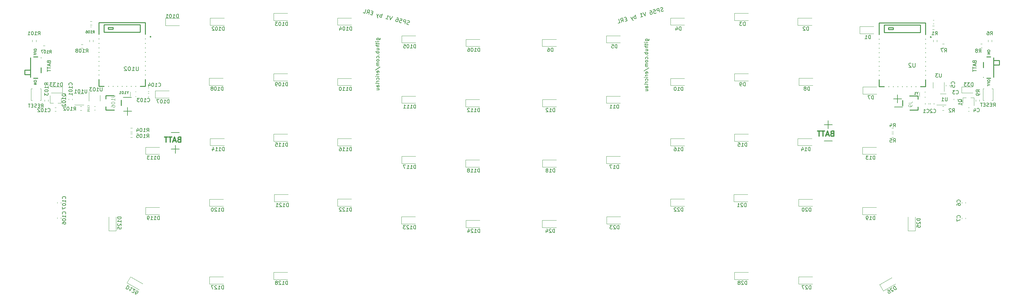
<source format=gbr>
%TF.GenerationSoftware,KiCad,Pcbnew,(5.99.0-8557-g8988e46ab1)*%
%TF.CreationDate,2021-03-06T14:17:40-07:00*%
%TF.ProjectId,SP56,53503536-2e6b-4696-9361-645f70636258,rev?*%
%TF.SameCoordinates,Original*%
%TF.FileFunction,Legend,Bot*%
%TF.FilePolarity,Positive*%
%FSLAX46Y46*%
G04 Gerber Fmt 4.6, Leading zero omitted, Abs format (unit mm)*
G04 Created by KiCad (PCBNEW (5.99.0-8557-g8988e46ab1)) date 2021-03-06 14:17:40*
%MOMM*%
%LPD*%
G01*
G04 APERTURE LIST*
%ADD10C,0.175000*%
%ADD11C,0.150000*%
%ADD12C,0.300000*%
%ADD13C,0.200000*%
%ADD14C,0.125000*%
%ADD15C,0.015000*%
%ADD16C,0.152000*%
%ADD17C,0.120000*%
%ADD18C,0.254000*%
G04 APERTURE END LIST*
D10*
X358016666Y-14433333D02*
X358016666Y-14566666D01*
X358050000Y-14633333D01*
X358116666Y-14700000D01*
X358250000Y-14733333D01*
X358483333Y-14733333D01*
X358616666Y-14700000D01*
X358683333Y-14633333D01*
X358716666Y-14566666D01*
X358716666Y-14433333D01*
X358683333Y-14366666D01*
X358616666Y-14300000D01*
X358483333Y-14266666D01*
X358250000Y-14266666D01*
X358116666Y-14300000D01*
X358050000Y-14366666D01*
X358016666Y-14433333D01*
X358716666Y-15033333D02*
X358016666Y-15033333D01*
X358716666Y-15433333D01*
X358016666Y-15433333D01*
X358016666Y-22833333D02*
X358016666Y-22966666D01*
X358050000Y-23033333D01*
X358116666Y-23100000D01*
X358250000Y-23133333D01*
X358483333Y-23133333D01*
X358616666Y-23100000D01*
X358683333Y-23033333D01*
X358716666Y-22966666D01*
X358716666Y-22833333D01*
X358683333Y-22766666D01*
X358616666Y-22700000D01*
X358483333Y-22666666D01*
X358250000Y-22666666D01*
X358116666Y-22700000D01*
X358050000Y-22766666D01*
X358016666Y-22833333D01*
X358350000Y-23666666D02*
X358350000Y-23433333D01*
X358716666Y-23433333D02*
X358016666Y-23433333D01*
X358016666Y-23766666D01*
X358350000Y-24266666D02*
X358350000Y-24033333D01*
X358716666Y-24033333D02*
X358016666Y-24033333D01*
X358016666Y-24366666D01*
X90116666Y-14133333D02*
X90116666Y-14266666D01*
X90150000Y-14333333D01*
X90216666Y-14400000D01*
X90350000Y-14433333D01*
X90583333Y-14433333D01*
X90716666Y-14400000D01*
X90783333Y-14333333D01*
X90816666Y-14266666D01*
X90816666Y-14133333D01*
X90783333Y-14066666D01*
X90716666Y-14000000D01*
X90583333Y-13966666D01*
X90350000Y-13966666D01*
X90216666Y-14000000D01*
X90150000Y-14066666D01*
X90116666Y-14133333D01*
X90450000Y-14966666D02*
X90450000Y-14733333D01*
X90816666Y-14733333D02*
X90116666Y-14733333D01*
X90116666Y-15066666D01*
X90450000Y-15566666D02*
X90450000Y-15333333D01*
X90816666Y-15333333D02*
X90116666Y-15333333D01*
X90116666Y-15666666D01*
X90116666Y-23000000D02*
X90116666Y-23133333D01*
X90150000Y-23200000D01*
X90216666Y-23266666D01*
X90350000Y-23300000D01*
X90583333Y-23300000D01*
X90716666Y-23266666D01*
X90783333Y-23200000D01*
X90816666Y-23133333D01*
X90816666Y-23000000D01*
X90783333Y-22933333D01*
X90716666Y-22866666D01*
X90583333Y-22833333D01*
X90350000Y-22833333D01*
X90216666Y-22866666D01*
X90150000Y-22933333D01*
X90116666Y-23000000D01*
X90816666Y-23600000D02*
X90116666Y-23600000D01*
X90816666Y-24000000D01*
X90116666Y-24000000D01*
D11*
X115232142Y-27635714D02*
X117517857Y-27635714D01*
D12*
X130878571Y-39492857D02*
X130664285Y-39564285D01*
X130592857Y-39635714D01*
X130521428Y-39778571D01*
X130521428Y-39992857D01*
X130592857Y-40135714D01*
X130664285Y-40207142D01*
X130807142Y-40278571D01*
X131378571Y-40278571D01*
X131378571Y-38778571D01*
X130878571Y-38778571D01*
X130735714Y-38850000D01*
X130664285Y-38921428D01*
X130592857Y-39064285D01*
X130592857Y-39207142D01*
X130664285Y-39350000D01*
X130735714Y-39421428D01*
X130878571Y-39492857D01*
X131378571Y-39492857D01*
X129950000Y-39850000D02*
X129235714Y-39850000D01*
X130092857Y-40278571D02*
X129592857Y-38778571D01*
X129092857Y-40278571D01*
X128807142Y-38778571D02*
X127950000Y-38778571D01*
X128378571Y-40278571D02*
X128378571Y-38778571D01*
X127664285Y-38778571D02*
X126807142Y-38778571D01*
X127235714Y-40278571D02*
X127235714Y-38778571D01*
D11*
X354353571Y-17630952D02*
X354401190Y-17773809D01*
X354448809Y-17821428D01*
X354544047Y-17869047D01*
X354686904Y-17869047D01*
X354782142Y-17821428D01*
X354829761Y-17773809D01*
X354877380Y-17678571D01*
X354877380Y-17297619D01*
X353877380Y-17297619D01*
X353877380Y-17630952D01*
X353925000Y-17726190D01*
X353972619Y-17773809D01*
X354067857Y-17821428D01*
X354163095Y-17821428D01*
X354258333Y-17773809D01*
X354305952Y-17726190D01*
X354353571Y-17630952D01*
X354353571Y-17297619D01*
X354591666Y-18250000D02*
X354591666Y-18726190D01*
X354877380Y-18154761D02*
X353877380Y-18488095D01*
X354877380Y-18821428D01*
X353877380Y-19011904D02*
X353877380Y-19583333D01*
X354877380Y-19297619D02*
X353877380Y-19297619D01*
X353877380Y-19773809D02*
X353877380Y-20345238D01*
X354877380Y-20059523D02*
X353877380Y-20059523D01*
X261913214Y-11642857D02*
X262722738Y-11642857D01*
X262817976Y-11595238D01*
X262865595Y-11547619D01*
X262913214Y-11452380D01*
X262913214Y-11309523D01*
X262865595Y-11214285D01*
X262532261Y-11642857D02*
X262579880Y-11547619D01*
X262579880Y-11357142D01*
X262532261Y-11261904D01*
X262484642Y-11214285D01*
X262389404Y-11166666D01*
X262103690Y-11166666D01*
X262008452Y-11214285D01*
X261960833Y-11261904D01*
X261913214Y-11357142D01*
X261913214Y-11547619D01*
X261960833Y-11642857D01*
X262579880Y-12119047D02*
X261913214Y-12119047D01*
X261579880Y-12119047D02*
X261627500Y-12071428D01*
X261675119Y-12119047D01*
X261627500Y-12166666D01*
X261579880Y-12119047D01*
X261675119Y-12119047D01*
X261913214Y-12452380D02*
X261913214Y-12833333D01*
X261579880Y-12595238D02*
X262437023Y-12595238D01*
X262532261Y-12642857D01*
X262579880Y-12738095D01*
X262579880Y-12833333D01*
X262579880Y-13166666D02*
X261579880Y-13166666D01*
X262579880Y-13595238D02*
X262056071Y-13595238D01*
X261960833Y-13547619D01*
X261913214Y-13452380D01*
X261913214Y-13309523D01*
X261960833Y-13214285D01*
X262008452Y-13166666D01*
X261913214Y-14500000D02*
X262579880Y-14500000D01*
X261913214Y-14071428D02*
X262437023Y-14071428D01*
X262532261Y-14119047D01*
X262579880Y-14214285D01*
X262579880Y-14357142D01*
X262532261Y-14452380D01*
X262484642Y-14500000D01*
X262579880Y-14976190D02*
X261579880Y-14976190D01*
X261960833Y-14976190D02*
X261913214Y-15071428D01*
X261913214Y-15261904D01*
X261960833Y-15357142D01*
X262008452Y-15404761D01*
X262103690Y-15452380D01*
X262389404Y-15452380D01*
X262484642Y-15404761D01*
X262532261Y-15357142D01*
X262579880Y-15261904D01*
X262579880Y-15071428D01*
X262532261Y-14976190D01*
X262484642Y-15880952D02*
X262532261Y-15928571D01*
X262579880Y-15880952D01*
X262532261Y-15833333D01*
X262484642Y-15880952D01*
X262579880Y-15880952D01*
X262532261Y-16785714D02*
X262579880Y-16690476D01*
X262579880Y-16500000D01*
X262532261Y-16404761D01*
X262484642Y-16357142D01*
X262389404Y-16309523D01*
X262103690Y-16309523D01*
X262008452Y-16357142D01*
X261960833Y-16404761D01*
X261913214Y-16500000D01*
X261913214Y-16690476D01*
X261960833Y-16785714D01*
X262579880Y-17357142D02*
X262532261Y-17261904D01*
X262484642Y-17214285D01*
X262389404Y-17166666D01*
X262103690Y-17166666D01*
X262008452Y-17214285D01*
X261960833Y-17261904D01*
X261913214Y-17357142D01*
X261913214Y-17500000D01*
X261960833Y-17595238D01*
X262008452Y-17642857D01*
X262103690Y-17690476D01*
X262389404Y-17690476D01*
X262484642Y-17642857D01*
X262532261Y-17595238D01*
X262579880Y-17500000D01*
X262579880Y-17357142D01*
X262579880Y-18119047D02*
X261913214Y-18119047D01*
X262008452Y-18119047D02*
X261960833Y-18166666D01*
X261913214Y-18261904D01*
X261913214Y-18404761D01*
X261960833Y-18500000D01*
X262056071Y-18547619D01*
X262579880Y-18547619D01*
X262056071Y-18547619D02*
X261960833Y-18595238D01*
X261913214Y-18690476D01*
X261913214Y-18833333D01*
X261960833Y-18928571D01*
X262056071Y-18976190D01*
X262579880Y-18976190D01*
X261532261Y-20166666D02*
X262817976Y-19309523D01*
X262532261Y-20880952D02*
X262579880Y-20785714D01*
X262579880Y-20595238D01*
X262532261Y-20500000D01*
X262437023Y-20452380D01*
X262056071Y-20452380D01*
X261960833Y-20500000D01*
X261913214Y-20595238D01*
X261913214Y-20785714D01*
X261960833Y-20880952D01*
X262056071Y-20928571D01*
X262151309Y-20928571D01*
X262246547Y-20452380D01*
X262579880Y-21357142D02*
X261913214Y-21357142D01*
X262103690Y-21357142D02*
X262008452Y-21404761D01*
X261960833Y-21452380D01*
X261913214Y-21547619D01*
X261913214Y-21642857D01*
X262579880Y-21976190D02*
X261913214Y-21976190D01*
X261579880Y-21976190D02*
X261627500Y-21928571D01*
X261675119Y-21976190D01*
X261627500Y-22023809D01*
X261579880Y-21976190D01*
X261675119Y-21976190D01*
X262532261Y-22880952D02*
X262579880Y-22785714D01*
X262579880Y-22595238D01*
X262532261Y-22500000D01*
X262484642Y-22452380D01*
X262389404Y-22404761D01*
X262103690Y-22404761D01*
X262008452Y-22452380D01*
X261960833Y-22500000D01*
X261913214Y-22595238D01*
X261913214Y-22785714D01*
X261960833Y-22880952D01*
X262579880Y-23309523D02*
X261913214Y-23309523D01*
X262103690Y-23309523D02*
X262008452Y-23357142D01*
X261960833Y-23404761D01*
X261913214Y-23500000D01*
X261913214Y-23595238D01*
X262579880Y-24071428D02*
X262532261Y-23976190D01*
X262437023Y-23928571D01*
X261579880Y-23928571D01*
X262579880Y-24880952D02*
X262056071Y-24880952D01*
X261960833Y-24833333D01*
X261913214Y-24738095D01*
X261913214Y-24547619D01*
X261960833Y-24452380D01*
X262532261Y-24880952D02*
X262579880Y-24785714D01*
X262579880Y-24547619D01*
X262532261Y-24452380D01*
X262437023Y-24404761D01*
X262341785Y-24404761D01*
X262246547Y-24452380D01*
X262198928Y-24547619D01*
X262198928Y-24785714D01*
X262151309Y-24880952D01*
X261913214Y-25785714D02*
X262579880Y-25785714D01*
X261913214Y-25357142D02*
X262437023Y-25357142D01*
X262532261Y-25404761D01*
X262579880Y-25500000D01*
X262579880Y-25642857D01*
X262532261Y-25738095D01*
X262484642Y-25785714D01*
X129814285Y-41057142D02*
X129814285Y-43342857D01*
X130957142Y-42200000D02*
X128671428Y-42200000D01*
X94306071Y-17630952D02*
X94353690Y-17773809D01*
X94401309Y-17821428D01*
X94496547Y-17869047D01*
X94639404Y-17869047D01*
X94734642Y-17821428D01*
X94782261Y-17773809D01*
X94829880Y-17678571D01*
X94829880Y-17297619D01*
X93829880Y-17297619D01*
X93829880Y-17630952D01*
X93877500Y-17726190D01*
X93925119Y-17773809D01*
X94020357Y-17821428D01*
X94115595Y-17821428D01*
X94210833Y-17773809D01*
X94258452Y-17726190D01*
X94306071Y-17630952D01*
X94306071Y-17297619D01*
X94544166Y-18250000D02*
X94544166Y-18726190D01*
X94829880Y-18154761D02*
X93829880Y-18488095D01*
X94829880Y-18821428D01*
X93829880Y-19011904D02*
X93829880Y-19583333D01*
X94829880Y-19297619D02*
X93829880Y-19297619D01*
X93829880Y-19773809D02*
X93829880Y-20345238D01*
X94829880Y-20059523D02*
X93829880Y-20059523D01*
X359627380Y-30202380D02*
X359960714Y-29726190D01*
X360198809Y-30202380D02*
X360198809Y-29202380D01*
X359817857Y-29202380D01*
X359722619Y-29250000D01*
X359675000Y-29297619D01*
X359627380Y-29392857D01*
X359627380Y-29535714D01*
X359675000Y-29630952D01*
X359722619Y-29678571D01*
X359817857Y-29726190D01*
X360198809Y-29726190D01*
X359198809Y-29678571D02*
X358865476Y-29678571D01*
X358722619Y-30202380D02*
X359198809Y-30202380D01*
X359198809Y-29202380D01*
X358722619Y-29202380D01*
X358341666Y-30154761D02*
X358198809Y-30202380D01*
X357960714Y-30202380D01*
X357865476Y-30154761D01*
X357817857Y-30107142D01*
X357770238Y-30011904D01*
X357770238Y-29916666D01*
X357817857Y-29821428D01*
X357865476Y-29773809D01*
X357960714Y-29726190D01*
X358151190Y-29678571D01*
X358246428Y-29630952D01*
X358294047Y-29583333D01*
X358341666Y-29488095D01*
X358341666Y-29392857D01*
X358294047Y-29297619D01*
X358246428Y-29250000D01*
X358151190Y-29202380D01*
X357913095Y-29202380D01*
X357770238Y-29250000D01*
X357341666Y-29678571D02*
X357008333Y-29678571D01*
X356865476Y-30202380D02*
X357341666Y-30202380D01*
X357341666Y-29202380D01*
X356865476Y-29202380D01*
X356579761Y-29202380D02*
X356008333Y-29202380D01*
X356294047Y-30202380D02*
X356294047Y-29202380D01*
D13*
X266979051Y-3262654D02*
X266840820Y-3353922D01*
X266587839Y-3421708D01*
X266473090Y-3398226D01*
X266408937Y-3361187D01*
X266331226Y-3273552D01*
X266304112Y-3172360D01*
X266327593Y-3057611D01*
X266364632Y-2993457D01*
X266452267Y-2915747D01*
X266641095Y-2810922D01*
X266728730Y-2733211D01*
X266765769Y-2669058D01*
X266789250Y-2554309D01*
X266762136Y-2453117D01*
X266684425Y-2365481D01*
X266620272Y-2328443D01*
X266505523Y-2304961D01*
X266252542Y-2372747D01*
X266114311Y-2464014D01*
X265930090Y-3597951D02*
X265645389Y-2535433D01*
X265240620Y-2643891D01*
X265152985Y-2721601D01*
X265115946Y-2785754D01*
X265092464Y-2900504D01*
X265133136Y-3052292D01*
X265210846Y-3139927D01*
X265275000Y-3176966D01*
X265389749Y-3200448D01*
X265794518Y-3091990D01*
X264076909Y-2955706D02*
X264582870Y-2820134D01*
X264769038Y-3312538D01*
X264704885Y-3275499D01*
X264590136Y-3252017D01*
X264337155Y-3319803D01*
X264249520Y-3397514D01*
X264212481Y-3461667D01*
X264188999Y-3576416D01*
X264256785Y-3829397D01*
X264334496Y-3917032D01*
X264398649Y-3954071D01*
X264513399Y-3977553D01*
X264766379Y-3909767D01*
X264854014Y-3832056D01*
X264891053Y-3767903D01*
X263115583Y-3213292D02*
X263317968Y-3159064D01*
X263432717Y-3182545D01*
X263496870Y-3219584D01*
X263638734Y-3344258D01*
X263743559Y-3533086D01*
X263852016Y-3937854D01*
X263828535Y-4052604D01*
X263791496Y-4116757D01*
X263703861Y-4194468D01*
X263501476Y-4248696D01*
X263386727Y-4225215D01*
X263322574Y-4188176D01*
X263244863Y-4100541D01*
X263177077Y-3847560D01*
X263200559Y-3732811D01*
X263237598Y-3668657D01*
X263325233Y-3590947D01*
X263527617Y-3536718D01*
X263642367Y-3560200D01*
X263706520Y-3597239D01*
X263784230Y-3684874D01*
X261901276Y-3538665D02*
X261831804Y-4696084D01*
X261192931Y-3728466D01*
X260566902Y-5035013D02*
X261174055Y-4872327D01*
X260870478Y-4953670D02*
X260585777Y-3891152D01*
X260727641Y-4015826D01*
X260855948Y-4089904D01*
X260970697Y-4113385D01*
X259301999Y-5373943D02*
X259017298Y-4311425D01*
X259125755Y-4716194D02*
X259011006Y-4692712D01*
X258808621Y-4746941D01*
X258720986Y-4824651D01*
X258683947Y-4888804D01*
X258660466Y-5003554D01*
X258741809Y-5307130D01*
X258819519Y-5394766D01*
X258883673Y-5431804D01*
X258998422Y-5455286D01*
X259200807Y-5401057D01*
X259288442Y-5323347D01*
X258252064Y-4896070D02*
X258188884Y-5672201D01*
X257746103Y-5031642D02*
X258188884Y-5672201D01*
X258357862Y-5898067D01*
X258422016Y-5935106D01*
X258536765Y-5958588D01*
X256572468Y-5508802D02*
X256218295Y-5603703D01*
X256215636Y-6200932D02*
X256721597Y-6065360D01*
X256436896Y-5002841D01*
X255930935Y-5138413D01*
X255153117Y-6485632D02*
X255371718Y-5884771D01*
X255760271Y-6322946D02*
X255475570Y-5260428D01*
X255070801Y-5368885D01*
X254983166Y-5446596D01*
X254946127Y-5510749D01*
X254922645Y-5625499D01*
X254963317Y-5777287D01*
X255041027Y-5864922D01*
X255105181Y-5901961D01*
X255219930Y-5925443D01*
X255624699Y-5816985D01*
X254191791Y-6743219D02*
X254697752Y-6607647D01*
X254413051Y-5545129D01*
D11*
X331871145Y-30319729D02*
X334156860Y-30319729D01*
X92127380Y-30452380D02*
X92460714Y-29976190D01*
X92698809Y-30452380D02*
X92698809Y-29452380D01*
X92317857Y-29452380D01*
X92222619Y-29500000D01*
X92175000Y-29547619D01*
X92127380Y-29642857D01*
X92127380Y-29785714D01*
X92175000Y-29880952D01*
X92222619Y-29928571D01*
X92317857Y-29976190D01*
X92698809Y-29976190D01*
X91698809Y-29928571D02*
X91365476Y-29928571D01*
X91222619Y-30452380D02*
X91698809Y-30452380D01*
X91698809Y-29452380D01*
X91222619Y-29452380D01*
X90841666Y-30404761D02*
X90698809Y-30452380D01*
X90460714Y-30452380D01*
X90365476Y-30404761D01*
X90317857Y-30357142D01*
X90270238Y-30261904D01*
X90270238Y-30166666D01*
X90317857Y-30071428D01*
X90365476Y-30023809D01*
X90460714Y-29976190D01*
X90651190Y-29928571D01*
X90746428Y-29880952D01*
X90794047Y-29833333D01*
X90841666Y-29738095D01*
X90841666Y-29642857D01*
X90794047Y-29547619D01*
X90746428Y-29500000D01*
X90651190Y-29452380D01*
X90413095Y-29452380D01*
X90270238Y-29500000D01*
X89841666Y-29928571D02*
X89508333Y-29928571D01*
X89365476Y-30452380D02*
X89841666Y-30452380D01*
X89841666Y-29452380D01*
X89365476Y-29452380D01*
X89079761Y-29452380D02*
X88508333Y-29452380D01*
X88794047Y-30452380D02*
X88794047Y-29452380D01*
X312107142Y-39885714D02*
X314392857Y-39885714D01*
X332728288Y-26891157D02*
X332728288Y-29176872D01*
X333871145Y-28034015D02*
X331585431Y-28034015D01*
X313264285Y-34157142D02*
X313264285Y-36442857D01*
X314407142Y-35300000D02*
X312121428Y-35300000D01*
D12*
X314328569Y-37792857D02*
X314114283Y-37864285D01*
X314042855Y-37935714D01*
X313971426Y-38078571D01*
X313971426Y-38292857D01*
X314042855Y-38435714D01*
X314114283Y-38507142D01*
X314257140Y-38578571D01*
X314828569Y-38578571D01*
X314828569Y-37078571D01*
X314328569Y-37078571D01*
X314185712Y-37150000D01*
X314114283Y-37221428D01*
X314042855Y-37364285D01*
X314042855Y-37507142D01*
X314114283Y-37650000D01*
X314185712Y-37721428D01*
X314328569Y-37792857D01*
X314828569Y-37792857D01*
X313399998Y-38150000D02*
X312685712Y-38150000D01*
X313542855Y-38578571D02*
X313042855Y-37078571D01*
X312542855Y-38578571D01*
X312257140Y-37078571D02*
X311399998Y-37078571D01*
X311828569Y-38578571D02*
X311828569Y-37078571D01*
X311114283Y-37078571D02*
X310257140Y-37078571D01*
X310685712Y-38578571D02*
X310685712Y-37078571D01*
D11*
X130942857Y-37514285D02*
X128657142Y-37514285D01*
D13*
X195409576Y-7131494D02*
X195244230Y-7141418D01*
X194991250Y-7073632D01*
X194903615Y-6995922D01*
X194866576Y-6931768D01*
X194843094Y-6817019D01*
X194870208Y-6715827D01*
X194947919Y-6628192D01*
X195012072Y-6591153D01*
X195126822Y-6567671D01*
X195342763Y-6571304D01*
X195457513Y-6547822D01*
X195521666Y-6510783D01*
X195599376Y-6423148D01*
X195626491Y-6321956D01*
X195603009Y-6207206D01*
X195565970Y-6143053D01*
X195478335Y-6065343D01*
X195225355Y-5997557D01*
X195060009Y-6007481D01*
X194333500Y-6897389D02*
X194618201Y-5834870D01*
X194213432Y-5726413D01*
X194098683Y-5749895D01*
X194034530Y-5786933D01*
X193956819Y-5874569D01*
X193916147Y-6026357D01*
X193939629Y-6141106D01*
X193976668Y-6205260D01*
X194064303Y-6282970D01*
X194469072Y-6391428D01*
X193049722Y-5414598D02*
X193555683Y-5550169D01*
X193470707Y-6069688D01*
X193433668Y-6005534D01*
X193346033Y-5927824D01*
X193093052Y-5860038D01*
X192978303Y-5883520D01*
X192914150Y-5920559D01*
X192836439Y-6008194D01*
X192768653Y-6261174D01*
X192792135Y-6375924D01*
X192829174Y-6440077D01*
X192916809Y-6517787D01*
X193169790Y-6585573D01*
X193284539Y-6562092D01*
X193348692Y-6525053D01*
X192088395Y-5157011D02*
X192290780Y-5211240D01*
X192378415Y-5288950D01*
X192415454Y-5353103D01*
X192475975Y-5532006D01*
X192472342Y-5747948D01*
X192363884Y-6152717D01*
X192286174Y-6240352D01*
X192222021Y-6277391D01*
X192107271Y-6300872D01*
X191904887Y-6246644D01*
X191817252Y-6168933D01*
X191780213Y-6104780D01*
X191756731Y-5990031D01*
X191824517Y-5737050D01*
X191902227Y-5649415D01*
X191966381Y-5612376D01*
X192081130Y-5588894D01*
X192283515Y-5643123D01*
X192371150Y-5720833D01*
X192408189Y-5784987D01*
X192431670Y-5899736D01*
X190874089Y-4831638D02*
X190235215Y-5799257D01*
X190165743Y-4641838D01*
X188970312Y-5460327D02*
X189577465Y-5623013D01*
X189273889Y-5541670D02*
X189558590Y-4479152D01*
X189619110Y-4658054D01*
X189693188Y-4786361D01*
X189780823Y-4864071D01*
X187705409Y-5121397D02*
X187990110Y-4058879D01*
X187881653Y-4463648D02*
X187794018Y-4385937D01*
X187591633Y-4331708D01*
X187476884Y-4355190D01*
X187412730Y-4392229D01*
X187335020Y-4479864D01*
X187253677Y-4783441D01*
X187277159Y-4898190D01*
X187314197Y-4962343D01*
X187401832Y-5040054D01*
X187604217Y-5094283D01*
X187718966Y-5070801D01*
X187035076Y-4182579D02*
X186592295Y-4823139D01*
X186529115Y-4047007D02*
X186592295Y-4823139D01*
X186625701Y-5103234D01*
X186662740Y-5167387D01*
X186750375Y-5245098D01*
X185274136Y-3873423D02*
X184919964Y-3778523D01*
X184619046Y-4294409D02*
X185125007Y-4429981D01*
X185409708Y-3367462D01*
X184903747Y-3231890D01*
X183556528Y-4009708D02*
X184046272Y-3598647D01*
X184163681Y-4172394D02*
X184448382Y-3109876D01*
X184043613Y-3001418D01*
X183928864Y-3024900D01*
X183864710Y-3061939D01*
X183787000Y-3149574D01*
X183746328Y-3301362D01*
X183769810Y-3416111D01*
X183806849Y-3480265D01*
X183894484Y-3557975D01*
X184299253Y-3666433D01*
X182595202Y-3752121D02*
X183101163Y-3887693D01*
X183385864Y-2825175D01*
D11*
X186413214Y-11392857D02*
X187222738Y-11392857D01*
X187317976Y-11345238D01*
X187365595Y-11297619D01*
X187413214Y-11202380D01*
X187413214Y-11059523D01*
X187365595Y-10964285D01*
X187032261Y-11392857D02*
X187079880Y-11297619D01*
X187079880Y-11107142D01*
X187032261Y-11011904D01*
X186984642Y-10964285D01*
X186889404Y-10916666D01*
X186603690Y-10916666D01*
X186508452Y-10964285D01*
X186460833Y-11011904D01*
X186413214Y-11107142D01*
X186413214Y-11297619D01*
X186460833Y-11392857D01*
X187079880Y-11869047D02*
X186413214Y-11869047D01*
X186079880Y-11869047D02*
X186127500Y-11821428D01*
X186175119Y-11869047D01*
X186127500Y-11916666D01*
X186079880Y-11869047D01*
X186175119Y-11869047D01*
X186413214Y-12202380D02*
X186413214Y-12583333D01*
X186079880Y-12345238D02*
X186937023Y-12345238D01*
X187032261Y-12392857D01*
X187079880Y-12488095D01*
X187079880Y-12583333D01*
X187079880Y-12916666D02*
X186079880Y-12916666D01*
X187079880Y-13345238D02*
X186556071Y-13345238D01*
X186460833Y-13297619D01*
X186413214Y-13202380D01*
X186413214Y-13059523D01*
X186460833Y-12964285D01*
X186508452Y-12916666D01*
X186413214Y-14250000D02*
X187079880Y-14250000D01*
X186413214Y-13821428D02*
X186937023Y-13821428D01*
X187032261Y-13869047D01*
X187079880Y-13964285D01*
X187079880Y-14107142D01*
X187032261Y-14202380D01*
X186984642Y-14250000D01*
X187079880Y-14726190D02*
X186079880Y-14726190D01*
X186460833Y-14726190D02*
X186413214Y-14821428D01*
X186413214Y-15011904D01*
X186460833Y-15107142D01*
X186508452Y-15154761D01*
X186603690Y-15202380D01*
X186889404Y-15202380D01*
X186984642Y-15154761D01*
X187032261Y-15107142D01*
X187079880Y-15011904D01*
X187079880Y-14821428D01*
X187032261Y-14726190D01*
X186984642Y-15630952D02*
X187032261Y-15678571D01*
X187079880Y-15630952D01*
X187032261Y-15583333D01*
X186984642Y-15630952D01*
X187079880Y-15630952D01*
X187032261Y-16535714D02*
X187079880Y-16440476D01*
X187079880Y-16250000D01*
X187032261Y-16154761D01*
X186984642Y-16107142D01*
X186889404Y-16059523D01*
X186603690Y-16059523D01*
X186508452Y-16107142D01*
X186460833Y-16154761D01*
X186413214Y-16250000D01*
X186413214Y-16440476D01*
X186460833Y-16535714D01*
X187079880Y-17107142D02*
X187032261Y-17011904D01*
X186984642Y-16964285D01*
X186889404Y-16916666D01*
X186603690Y-16916666D01*
X186508452Y-16964285D01*
X186460833Y-17011904D01*
X186413214Y-17107142D01*
X186413214Y-17250000D01*
X186460833Y-17345238D01*
X186508452Y-17392857D01*
X186603690Y-17440476D01*
X186889404Y-17440476D01*
X186984642Y-17392857D01*
X187032261Y-17345238D01*
X187079880Y-17250000D01*
X187079880Y-17107142D01*
X187079880Y-17869047D02*
X186413214Y-17869047D01*
X186508452Y-17869047D02*
X186460833Y-17916666D01*
X186413214Y-18011904D01*
X186413214Y-18154761D01*
X186460833Y-18250000D01*
X186556071Y-18297619D01*
X187079880Y-18297619D01*
X186556071Y-18297619D02*
X186460833Y-18345238D01*
X186413214Y-18440476D01*
X186413214Y-18583333D01*
X186460833Y-18678571D01*
X186556071Y-18726190D01*
X187079880Y-18726190D01*
X186032261Y-19916666D02*
X187317976Y-19059523D01*
X187032261Y-20630952D02*
X187079880Y-20535714D01*
X187079880Y-20345238D01*
X187032261Y-20250000D01*
X186937023Y-20202380D01*
X186556071Y-20202380D01*
X186460833Y-20250000D01*
X186413214Y-20345238D01*
X186413214Y-20535714D01*
X186460833Y-20630952D01*
X186556071Y-20678571D01*
X186651309Y-20678571D01*
X186746547Y-20202380D01*
X187079880Y-21107142D02*
X186413214Y-21107142D01*
X186603690Y-21107142D02*
X186508452Y-21154761D01*
X186460833Y-21202380D01*
X186413214Y-21297619D01*
X186413214Y-21392857D01*
X187079880Y-21726190D02*
X186413214Y-21726190D01*
X186079880Y-21726190D02*
X186127500Y-21678571D01*
X186175119Y-21726190D01*
X186127500Y-21773809D01*
X186079880Y-21726190D01*
X186175119Y-21726190D01*
X187032261Y-22630952D02*
X187079880Y-22535714D01*
X187079880Y-22345238D01*
X187032261Y-22250000D01*
X186984642Y-22202380D01*
X186889404Y-22154761D01*
X186603690Y-22154761D01*
X186508452Y-22202380D01*
X186460833Y-22250000D01*
X186413214Y-22345238D01*
X186413214Y-22535714D01*
X186460833Y-22630952D01*
X187079880Y-23059523D02*
X186413214Y-23059523D01*
X186603690Y-23059523D02*
X186508452Y-23107142D01*
X186460833Y-23154761D01*
X186413214Y-23250000D01*
X186413214Y-23345238D01*
X187079880Y-23821428D02*
X187032261Y-23726190D01*
X186937023Y-23678571D01*
X186079880Y-23678571D01*
X187079880Y-24630952D02*
X186556071Y-24630952D01*
X186460833Y-24583333D01*
X186413214Y-24488095D01*
X186413214Y-24297619D01*
X186460833Y-24202380D01*
X187032261Y-24630952D02*
X187079880Y-24535714D01*
X187079880Y-24297619D01*
X187032261Y-24202380D01*
X186937023Y-24154761D01*
X186841785Y-24154761D01*
X186746547Y-24202380D01*
X186698928Y-24297619D01*
X186698928Y-24535714D01*
X186651309Y-24630952D01*
X186413214Y-25535714D02*
X187079880Y-25535714D01*
X186413214Y-25107142D02*
X186937023Y-25107142D01*
X187032261Y-25154761D01*
X187079880Y-25250000D01*
X187079880Y-25392857D01*
X187032261Y-25488095D01*
X186984642Y-25535714D01*
X116389285Y-30407142D02*
X116389285Y-32692857D01*
X117532142Y-31550000D02*
X115246428Y-31550000D01*
%TO.C,D103*%
X161365476Y-7402380D02*
X161365476Y-6402380D01*
X161127380Y-6402380D01*
X160984523Y-6450000D01*
X160889285Y-6545238D01*
X160841666Y-6640476D01*
X160794047Y-6830952D01*
X160794047Y-6973809D01*
X160841666Y-7164285D01*
X160889285Y-7259523D01*
X160984523Y-7354761D01*
X161127380Y-7402380D01*
X161365476Y-7402380D01*
X159841666Y-7402380D02*
X160413095Y-7402380D01*
X160127380Y-7402380D02*
X160127380Y-6402380D01*
X160222619Y-6545238D01*
X160317857Y-6640476D01*
X160413095Y-6688095D01*
X159222619Y-6402380D02*
X159127380Y-6402380D01*
X159032142Y-6450000D01*
X158984523Y-6497619D01*
X158936904Y-6592857D01*
X158889285Y-6783333D01*
X158889285Y-7021428D01*
X158936904Y-7211904D01*
X158984523Y-7307142D01*
X159032142Y-7354761D01*
X159127380Y-7402380D01*
X159222619Y-7402380D01*
X159317857Y-7354761D01*
X159365476Y-7307142D01*
X159413095Y-7211904D01*
X159460714Y-7021428D01*
X159460714Y-6783333D01*
X159413095Y-6592857D01*
X159365476Y-6497619D01*
X159317857Y-6450000D01*
X159222619Y-6402380D01*
X158555952Y-6402380D02*
X157936904Y-6402380D01*
X158270238Y-6783333D01*
X158127380Y-6783333D01*
X158032142Y-6830952D01*
X157984523Y-6878571D01*
X157936904Y-6973809D01*
X157936904Y-7211904D01*
X157984523Y-7307142D01*
X158032142Y-7354761D01*
X158127380Y-7402380D01*
X158413095Y-7402380D01*
X158508333Y-7354761D01*
X158555952Y-7307142D01*
%TO.C,D125*%
X114627380Y-61309522D02*
X113627380Y-61309522D01*
X113627380Y-61547618D01*
X113675000Y-61690475D01*
X113770238Y-61785713D01*
X113865476Y-61833332D01*
X114055952Y-61880951D01*
X114198809Y-61880951D01*
X114389285Y-61833332D01*
X114484523Y-61785713D01*
X114579761Y-61690475D01*
X114627380Y-61547618D01*
X114627380Y-61309522D01*
X114627380Y-62833332D02*
X114627380Y-62261903D01*
X114627380Y-62547618D02*
X113627380Y-62547618D01*
X113770238Y-62452379D01*
X113865476Y-62357141D01*
X113913095Y-62261903D01*
X113722619Y-63214284D02*
X113675000Y-63261903D01*
X113627380Y-63357141D01*
X113627380Y-63595237D01*
X113675000Y-63690475D01*
X113722619Y-63738094D01*
X113817857Y-63785713D01*
X113913095Y-63785713D01*
X114055952Y-63738094D01*
X114627380Y-63166665D01*
X114627380Y-63785713D01*
X113627380Y-64690475D02*
X113627380Y-64214284D01*
X114103571Y-64166665D01*
X114055952Y-64214284D01*
X114008333Y-64309522D01*
X114008333Y-64547618D01*
X114055952Y-64642856D01*
X114103571Y-64690475D01*
X114198809Y-64738094D01*
X114436904Y-64738094D01*
X114532142Y-64690475D01*
X114579761Y-64642856D01*
X114627380Y-64547618D01*
X114627380Y-64309522D01*
X114579761Y-64214284D01*
X114532142Y-64166665D01*
%TO.C,Q1*%
X350897619Y-28904761D02*
X350850000Y-28809523D01*
X350754761Y-28714285D01*
X350611904Y-28571428D01*
X350564285Y-28476190D01*
X350564285Y-28380952D01*
X350802380Y-28428571D02*
X350754761Y-28333333D01*
X350659523Y-28238095D01*
X350469047Y-28190476D01*
X350135714Y-28190476D01*
X349945238Y-28238095D01*
X349850000Y-28333333D01*
X349802380Y-28428571D01*
X349802380Y-28619047D01*
X349850000Y-28714285D01*
X349945238Y-28809523D01*
X350135714Y-28857142D01*
X350469047Y-28857142D01*
X350659523Y-28809523D01*
X350754761Y-28714285D01*
X350802380Y-28619047D01*
X350802380Y-28428571D01*
X350802380Y-29809523D02*
X350802380Y-29238095D01*
X350802380Y-29523809D02*
X349802380Y-29523809D01*
X349945238Y-29428571D01*
X350040476Y-29333333D01*
X350088095Y-29238095D01*
%TO.C,R105*%
X121794047Y-38952380D02*
X122127380Y-38476190D01*
X122365476Y-38952380D02*
X122365476Y-37952380D01*
X121984523Y-37952380D01*
X121889285Y-38000000D01*
X121841666Y-38047619D01*
X121794047Y-38142857D01*
X121794047Y-38285714D01*
X121841666Y-38380952D01*
X121889285Y-38428571D01*
X121984523Y-38476190D01*
X122365476Y-38476190D01*
X120841666Y-38952380D02*
X121413095Y-38952380D01*
X121127380Y-38952380D02*
X121127380Y-37952380D01*
X121222619Y-38095238D01*
X121317857Y-38190476D01*
X121413095Y-38238095D01*
X120222619Y-37952380D02*
X120127380Y-37952380D01*
X120032142Y-38000000D01*
X119984523Y-38047619D01*
X119936904Y-38142857D01*
X119889285Y-38333333D01*
X119889285Y-38571428D01*
X119936904Y-38761904D01*
X119984523Y-38857142D01*
X120032142Y-38904761D01*
X120127380Y-38952380D01*
X120222619Y-38952380D01*
X120317857Y-38904761D01*
X120365476Y-38857142D01*
X120413095Y-38761904D01*
X120460714Y-38571428D01*
X120460714Y-38333333D01*
X120413095Y-38142857D01*
X120365476Y-38047619D01*
X120317857Y-38000000D01*
X120222619Y-37952380D01*
X118984523Y-37952380D02*
X119460714Y-37952380D01*
X119508333Y-38428571D01*
X119460714Y-38380952D01*
X119365476Y-38333333D01*
X119127380Y-38333333D01*
X119032142Y-38380952D01*
X118984523Y-38428571D01*
X118936904Y-38523809D01*
X118936904Y-38761904D01*
X118984523Y-38857142D01*
X119032142Y-38904761D01*
X119127380Y-38952380D01*
X119365476Y-38952380D01*
X119460714Y-38904761D01*
X119508333Y-38857142D01*
%TO.C,U101*%
X104989285Y-25402380D02*
X104989285Y-26211904D01*
X104941666Y-26307142D01*
X104894047Y-26354761D01*
X104798809Y-26402380D01*
X104608333Y-26402380D01*
X104513095Y-26354761D01*
X104465476Y-26307142D01*
X104417857Y-26211904D01*
X104417857Y-25402380D01*
X103417857Y-26402380D02*
X103989285Y-26402380D01*
X103703571Y-26402380D02*
X103703571Y-25402380D01*
X103798809Y-25545238D01*
X103894047Y-25640476D01*
X103989285Y-25688095D01*
X102798809Y-25402380D02*
X102703571Y-25402380D01*
X102608333Y-25450000D01*
X102560714Y-25497619D01*
X102513095Y-25592857D01*
X102465476Y-25783333D01*
X102465476Y-26021428D01*
X102513095Y-26211904D01*
X102560714Y-26307142D01*
X102608333Y-26354761D01*
X102703571Y-26402380D01*
X102798809Y-26402380D01*
X102894047Y-26354761D01*
X102941666Y-26307142D01*
X102989285Y-26211904D01*
X103036904Y-26021428D01*
X103036904Y-25783333D01*
X102989285Y-25592857D01*
X102941666Y-25497619D01*
X102894047Y-25450000D01*
X102798809Y-25402380D01*
X101513095Y-26402380D02*
X102084523Y-26402380D01*
X101798809Y-26402380D02*
X101798809Y-25402380D01*
X101894047Y-25545238D01*
X101989285Y-25640476D01*
X102084523Y-25688095D01*
%TO.C,D33*%
X353964285Y-24452380D02*
X353964285Y-23452380D01*
X353726190Y-23452380D01*
X353583333Y-23500000D01*
X353488095Y-23595238D01*
X353440476Y-23690476D01*
X353392857Y-23880952D01*
X353392857Y-24023809D01*
X353440476Y-24214285D01*
X353488095Y-24309523D01*
X353583333Y-24404761D01*
X353726190Y-24452380D01*
X353964285Y-24452380D01*
X353059523Y-23452380D02*
X352440476Y-23452380D01*
X352773809Y-23833333D01*
X352630952Y-23833333D01*
X352535714Y-23880952D01*
X352488095Y-23928571D01*
X352440476Y-24023809D01*
X352440476Y-24261904D01*
X352488095Y-24357142D01*
X352535714Y-24404761D01*
X352630952Y-24452380D01*
X352916666Y-24452380D01*
X353011904Y-24404761D01*
X353059523Y-24357142D01*
X352107142Y-23452380D02*
X351488095Y-23452380D01*
X351821428Y-23833333D01*
X351678571Y-23833333D01*
X351583333Y-23880952D01*
X351535714Y-23928571D01*
X351488095Y-24023809D01*
X351488095Y-24261904D01*
X351535714Y-24357142D01*
X351583333Y-24404761D01*
X351678571Y-24452380D01*
X351964285Y-24452380D01*
X352059523Y-24404761D01*
X352107142Y-24357142D01*
%TO.C,R101*%
X91269047Y-10052380D02*
X91602380Y-9576190D01*
X91840476Y-10052380D02*
X91840476Y-9052380D01*
X91459523Y-9052380D01*
X91364285Y-9100000D01*
X91316666Y-9147619D01*
X91269047Y-9242857D01*
X91269047Y-9385714D01*
X91316666Y-9480952D01*
X91364285Y-9528571D01*
X91459523Y-9576190D01*
X91840476Y-9576190D01*
X90316666Y-10052380D02*
X90888095Y-10052380D01*
X90602380Y-10052380D02*
X90602380Y-9052380D01*
X90697619Y-9195238D01*
X90792857Y-9290476D01*
X90888095Y-9338095D01*
X89697619Y-9052380D02*
X89602380Y-9052380D01*
X89507142Y-9100000D01*
X89459523Y-9147619D01*
X89411904Y-9242857D01*
X89364285Y-9433333D01*
X89364285Y-9671428D01*
X89411904Y-9861904D01*
X89459523Y-9957142D01*
X89507142Y-10004761D01*
X89602380Y-10052380D01*
X89697619Y-10052380D01*
X89792857Y-10004761D01*
X89840476Y-9957142D01*
X89888095Y-9861904D01*
X89935714Y-9671428D01*
X89935714Y-9433333D01*
X89888095Y-9242857D01*
X89840476Y-9147619D01*
X89792857Y-9100000D01*
X89697619Y-9052380D01*
X88411904Y-10052380D02*
X88983333Y-10052380D01*
X88697619Y-10052380D02*
X88697619Y-9052380D01*
X88792857Y-9195238D01*
X88888095Y-9290476D01*
X88983333Y-9338095D01*
%TO.C,D101*%
X130654483Y-5186395D02*
X130654483Y-4186395D01*
X130416387Y-4186395D01*
X130273530Y-4234015D01*
X130178292Y-4329253D01*
X130130673Y-4424491D01*
X130083054Y-4614967D01*
X130083054Y-4757824D01*
X130130673Y-4948300D01*
X130178292Y-5043538D01*
X130273530Y-5138776D01*
X130416387Y-5186395D01*
X130654483Y-5186395D01*
X129130673Y-5186395D02*
X129702102Y-5186395D01*
X129416387Y-5186395D02*
X129416387Y-4186395D01*
X129511626Y-4329253D01*
X129606864Y-4424491D01*
X129702102Y-4472110D01*
X128511626Y-4186395D02*
X128416387Y-4186395D01*
X128321149Y-4234015D01*
X128273530Y-4281634D01*
X128225911Y-4376872D01*
X128178292Y-4567348D01*
X128178292Y-4805443D01*
X128225911Y-4995919D01*
X128273530Y-5091157D01*
X128321149Y-5138776D01*
X128416387Y-5186395D01*
X128511626Y-5186395D01*
X128606864Y-5138776D01*
X128654483Y-5091157D01*
X128702102Y-4995919D01*
X128749721Y-4805443D01*
X128749721Y-4567348D01*
X128702102Y-4376872D01*
X128654483Y-4281634D01*
X128606864Y-4234015D01*
X128511626Y-4186395D01*
X127225911Y-5186395D02*
X127797340Y-5186395D01*
X127511626Y-5186395D02*
X127511626Y-4186395D01*
X127606864Y-4329253D01*
X127702102Y-4424491D01*
X127797340Y-4472110D01*
%TO.C,D120*%
X143365476Y-59752380D02*
X143365476Y-58752380D01*
X143127380Y-58752380D01*
X142984523Y-58800000D01*
X142889285Y-58895238D01*
X142841666Y-58990476D01*
X142794047Y-59180952D01*
X142794047Y-59323809D01*
X142841666Y-59514285D01*
X142889285Y-59609523D01*
X142984523Y-59704761D01*
X143127380Y-59752380D01*
X143365476Y-59752380D01*
X141841666Y-59752380D02*
X142413095Y-59752380D01*
X142127380Y-59752380D02*
X142127380Y-58752380D01*
X142222619Y-58895238D01*
X142317857Y-58990476D01*
X142413095Y-59038095D01*
X141460714Y-58847619D02*
X141413095Y-58800000D01*
X141317857Y-58752380D01*
X141079761Y-58752380D01*
X140984523Y-58800000D01*
X140936904Y-58847619D01*
X140889285Y-58942857D01*
X140889285Y-59038095D01*
X140936904Y-59180952D01*
X141508333Y-59752380D01*
X140889285Y-59752380D01*
X140270238Y-58752380D02*
X140175000Y-58752380D01*
X140079761Y-58800000D01*
X140032142Y-58847619D01*
X139984523Y-58942857D01*
X139936904Y-59133333D01*
X139936904Y-59371428D01*
X139984523Y-59561904D01*
X140032142Y-59657142D01*
X140079761Y-59704761D01*
X140175000Y-59752380D01*
X140270238Y-59752380D01*
X140365476Y-59704761D01*
X140413095Y-59657142D01*
X140460714Y-59561904D01*
X140508333Y-59371428D01*
X140508333Y-59133333D01*
X140460714Y-58942857D01*
X140413095Y-58847619D01*
X140365476Y-58800000D01*
X140270238Y-58752380D01*
%TO.C,D109*%
X161365476Y-24402380D02*
X161365476Y-23402380D01*
X161127380Y-23402380D01*
X160984523Y-23450000D01*
X160889285Y-23545238D01*
X160841666Y-23640476D01*
X160794047Y-23830952D01*
X160794047Y-23973809D01*
X160841666Y-24164285D01*
X160889285Y-24259523D01*
X160984523Y-24354761D01*
X161127380Y-24402380D01*
X161365476Y-24402380D01*
X159841666Y-24402380D02*
X160413095Y-24402380D01*
X160127380Y-24402380D02*
X160127380Y-23402380D01*
X160222619Y-23545238D01*
X160317857Y-23640476D01*
X160413095Y-23688095D01*
X159222619Y-23402380D02*
X159127380Y-23402380D01*
X159032142Y-23450000D01*
X158984523Y-23497619D01*
X158936904Y-23592857D01*
X158889285Y-23783333D01*
X158889285Y-24021428D01*
X158936904Y-24211904D01*
X158984523Y-24307142D01*
X159032142Y-24354761D01*
X159127380Y-24402380D01*
X159222619Y-24402380D01*
X159317857Y-24354761D01*
X159365476Y-24307142D01*
X159413095Y-24211904D01*
X159460714Y-24021428D01*
X159460714Y-23783333D01*
X159413095Y-23592857D01*
X159365476Y-23497619D01*
X159317857Y-23450000D01*
X159222619Y-23402380D01*
X158413095Y-24402380D02*
X158222619Y-24402380D01*
X158127380Y-24354761D01*
X158079761Y-24307142D01*
X157984523Y-24164285D01*
X157936904Y-23973809D01*
X157936904Y-23592857D01*
X157984523Y-23497619D01*
X158032142Y-23450000D01*
X158127380Y-23402380D01*
X158317857Y-23402380D01*
X158413095Y-23450000D01*
X158460714Y-23497619D01*
X158508333Y-23592857D01*
X158508333Y-23830952D01*
X158460714Y-23926190D01*
X158413095Y-23973809D01*
X158317857Y-24021428D01*
X158127380Y-24021428D01*
X158032142Y-23973809D01*
X157984523Y-23926190D01*
X157936904Y-23830952D01*
%TO.C,C101*%
X100782142Y-24130952D02*
X100829761Y-24083333D01*
X100877380Y-23940476D01*
X100877380Y-23845238D01*
X100829761Y-23702380D01*
X100734523Y-23607142D01*
X100639285Y-23559523D01*
X100448809Y-23511904D01*
X100305952Y-23511904D01*
X100115476Y-23559523D01*
X100020238Y-23607142D01*
X99925000Y-23702380D01*
X99877380Y-23845238D01*
X99877380Y-23940476D01*
X99925000Y-24083333D01*
X99972619Y-24130952D01*
X100877380Y-25083333D02*
X100877380Y-24511904D01*
X100877380Y-24797619D02*
X99877380Y-24797619D01*
X100020238Y-24702380D01*
X100115476Y-24607142D01*
X100163095Y-24511904D01*
X99877380Y-25702380D02*
X99877380Y-25797619D01*
X99925000Y-25892857D01*
X99972619Y-25940476D01*
X100067857Y-25988095D01*
X100258333Y-26035714D01*
X100496428Y-26035714D01*
X100686904Y-25988095D01*
X100782142Y-25940476D01*
X100829761Y-25892857D01*
X100877380Y-25797619D01*
X100877380Y-25702380D01*
X100829761Y-25607142D01*
X100782142Y-25559523D01*
X100686904Y-25511904D01*
X100496428Y-25464285D01*
X100258333Y-25464285D01*
X100067857Y-25511904D01*
X99972619Y-25559523D01*
X99925000Y-25607142D01*
X99877380Y-25702380D01*
X100877380Y-26988095D02*
X100877380Y-26416666D01*
X100877380Y-26702380D02*
X99877380Y-26702380D01*
X100020238Y-26607142D01*
X100115476Y-26511904D01*
X100163095Y-26416666D01*
%TO.C,D26*%
X332425035Y-81666681D02*
X331925035Y-80800656D01*
X331718839Y-80919703D01*
X331618930Y-81032371D01*
X331584071Y-81162469D01*
X331590451Y-81268757D01*
X331644449Y-81457524D01*
X331715878Y-81581242D01*
X331852355Y-81722389D01*
X331941214Y-81781058D01*
X332071311Y-81815918D01*
X332218839Y-81785729D01*
X332425035Y-81666681D01*
X331147868Y-81359325D02*
X331082819Y-81341895D01*
X330976531Y-81348275D01*
X330770335Y-81467322D01*
X330711666Y-81556181D01*
X330694236Y-81621229D01*
X330700616Y-81727518D01*
X330748235Y-81809996D01*
X330860903Y-81909905D01*
X331641488Y-82119062D01*
X331105377Y-82428586D01*
X329863070Y-81991132D02*
X330028027Y-81895894D01*
X330134315Y-81889514D01*
X330199364Y-81906944D01*
X330353271Y-81983043D01*
X330489749Y-82124190D01*
X330680225Y-82454105D01*
X330686605Y-82560393D01*
X330669175Y-82625442D01*
X330610506Y-82714300D01*
X330445549Y-82809538D01*
X330339260Y-82815918D01*
X330274212Y-82798488D01*
X330185353Y-82739819D01*
X330066306Y-82533623D01*
X330059926Y-82427334D01*
X330077356Y-82362286D01*
X330136025Y-82273427D01*
X330300982Y-82178189D01*
X330407270Y-82171809D01*
X330472319Y-82189239D01*
X330561177Y-82247908D01*
%TO.C,D112*%
X215315476Y-31702380D02*
X215315476Y-30702380D01*
X215077380Y-30702380D01*
X214934523Y-30750000D01*
X214839285Y-30845238D01*
X214791666Y-30940476D01*
X214744047Y-31130952D01*
X214744047Y-31273809D01*
X214791666Y-31464285D01*
X214839285Y-31559523D01*
X214934523Y-31654761D01*
X215077380Y-31702380D01*
X215315476Y-31702380D01*
X213791666Y-31702380D02*
X214363095Y-31702380D01*
X214077380Y-31702380D02*
X214077380Y-30702380D01*
X214172619Y-30845238D01*
X214267857Y-30940476D01*
X214363095Y-30988095D01*
X212839285Y-31702380D02*
X213410714Y-31702380D01*
X213125000Y-31702380D02*
X213125000Y-30702380D01*
X213220238Y-30845238D01*
X213315476Y-30940476D01*
X213410714Y-30988095D01*
X212458333Y-30797619D02*
X212410714Y-30750000D01*
X212315476Y-30702380D01*
X212077380Y-30702380D01*
X211982142Y-30750000D01*
X211934523Y-30797619D01*
X211886904Y-30892857D01*
X211886904Y-30988095D01*
X211934523Y-31130952D01*
X212505952Y-31702380D01*
X211886904Y-31702380D01*
%TO.C,D127*%
X143365476Y-81652380D02*
X143365476Y-80652380D01*
X143127380Y-80652380D01*
X142984523Y-80700000D01*
X142889285Y-80795238D01*
X142841666Y-80890476D01*
X142794047Y-81080952D01*
X142794047Y-81223809D01*
X142841666Y-81414285D01*
X142889285Y-81509523D01*
X142984523Y-81604761D01*
X143127380Y-81652380D01*
X143365476Y-81652380D01*
X141841666Y-81652380D02*
X142413095Y-81652380D01*
X142127380Y-81652380D02*
X142127380Y-80652380D01*
X142222619Y-80795238D01*
X142317857Y-80890476D01*
X142413095Y-80938095D01*
X141460714Y-80747619D02*
X141413095Y-80700000D01*
X141317857Y-80652380D01*
X141079761Y-80652380D01*
X140984523Y-80700000D01*
X140936904Y-80747619D01*
X140889285Y-80842857D01*
X140889285Y-80938095D01*
X140936904Y-81080952D01*
X141508333Y-81652380D01*
X140889285Y-81652380D01*
X140555952Y-80652380D02*
X139889285Y-80652380D01*
X140317857Y-81652380D01*
%TO.C,R103*%
X94102380Y-24130952D02*
X93626190Y-23797619D01*
X94102380Y-23559523D02*
X93102380Y-23559523D01*
X93102380Y-23940476D01*
X93150000Y-24035714D01*
X93197619Y-24083333D01*
X93292857Y-24130952D01*
X93435714Y-24130952D01*
X93530952Y-24083333D01*
X93578571Y-24035714D01*
X93626190Y-23940476D01*
X93626190Y-23559523D01*
X94102380Y-25083333D02*
X94102380Y-24511904D01*
X94102380Y-24797619D02*
X93102380Y-24797619D01*
X93245238Y-24702380D01*
X93340476Y-24607142D01*
X93388095Y-24511904D01*
X93102380Y-25702380D02*
X93102380Y-25797619D01*
X93150000Y-25892857D01*
X93197619Y-25940476D01*
X93292857Y-25988095D01*
X93483333Y-26035714D01*
X93721428Y-26035714D01*
X93911904Y-25988095D01*
X94007142Y-25940476D01*
X94054761Y-25892857D01*
X94102380Y-25797619D01*
X94102380Y-25702380D01*
X94054761Y-25607142D01*
X94007142Y-25559523D01*
X93911904Y-25511904D01*
X93721428Y-25464285D01*
X93483333Y-25464285D01*
X93292857Y-25511904D01*
X93197619Y-25559523D01*
X93150000Y-25607142D01*
X93102380Y-25702380D01*
X93102380Y-26369047D02*
X93102380Y-26988095D01*
X93483333Y-26654761D01*
X93483333Y-26797619D01*
X93530952Y-26892857D01*
X93578571Y-26940476D01*
X93673809Y-26988095D01*
X93911904Y-26988095D01*
X94007142Y-26940476D01*
X94054761Y-26892857D01*
X94102380Y-26797619D01*
X94102380Y-26511904D01*
X94054761Y-26416666D01*
X94007142Y-26369047D01*
%TO.C,D116*%
X179315476Y-42702380D02*
X179315476Y-41702380D01*
X179077380Y-41702380D01*
X178934523Y-41750000D01*
X178839285Y-41845238D01*
X178791666Y-41940476D01*
X178744047Y-42130952D01*
X178744047Y-42273809D01*
X178791666Y-42464285D01*
X178839285Y-42559523D01*
X178934523Y-42654761D01*
X179077380Y-42702380D01*
X179315476Y-42702380D01*
X177791666Y-42702380D02*
X178363095Y-42702380D01*
X178077380Y-42702380D02*
X178077380Y-41702380D01*
X178172619Y-41845238D01*
X178267857Y-41940476D01*
X178363095Y-41988095D01*
X176839285Y-42702380D02*
X177410714Y-42702380D01*
X177125000Y-42702380D02*
X177125000Y-41702380D01*
X177220238Y-41845238D01*
X177315476Y-41940476D01*
X177410714Y-41988095D01*
X175982142Y-41702380D02*
X176172619Y-41702380D01*
X176267857Y-41750000D01*
X176315476Y-41797619D01*
X176410714Y-41940476D01*
X176458333Y-42130952D01*
X176458333Y-42511904D01*
X176410714Y-42607142D01*
X176363095Y-42654761D01*
X176267857Y-42702380D01*
X176077380Y-42702380D01*
X175982142Y-42654761D01*
X175934523Y-42607142D01*
X175886904Y-42511904D01*
X175886904Y-42273809D01*
X175934523Y-42178571D01*
X175982142Y-42130952D01*
X176077380Y-42083333D01*
X176267857Y-42083333D01*
X176363095Y-42130952D01*
X176410714Y-42178571D01*
X176458333Y-42273809D01*
%TO.C,D118*%
X215315476Y-48702380D02*
X215315476Y-47702380D01*
X215077380Y-47702380D01*
X214934523Y-47750000D01*
X214839285Y-47845238D01*
X214791666Y-47940476D01*
X214744047Y-48130952D01*
X214744047Y-48273809D01*
X214791666Y-48464285D01*
X214839285Y-48559523D01*
X214934523Y-48654761D01*
X215077380Y-48702380D01*
X215315476Y-48702380D01*
X213791666Y-48702380D02*
X214363095Y-48702380D01*
X214077380Y-48702380D02*
X214077380Y-47702380D01*
X214172619Y-47845238D01*
X214267857Y-47940476D01*
X214363095Y-47988095D01*
X212839285Y-48702380D02*
X213410714Y-48702380D01*
X213125000Y-48702380D02*
X213125000Y-47702380D01*
X213220238Y-47845238D01*
X213315476Y-47940476D01*
X213410714Y-47988095D01*
X212267857Y-48130952D02*
X212363095Y-48083333D01*
X212410714Y-48035714D01*
X212458333Y-47940476D01*
X212458333Y-47892857D01*
X212410714Y-47797619D01*
X212363095Y-47750000D01*
X212267857Y-47702380D01*
X212077380Y-47702380D01*
X211982142Y-47750000D01*
X211934523Y-47797619D01*
X211886904Y-47892857D01*
X211886904Y-47940476D01*
X211934523Y-48035714D01*
X211982142Y-48083333D01*
X212077380Y-48130952D01*
X212267857Y-48130952D01*
X212363095Y-48178571D01*
X212410714Y-48226190D01*
X212458333Y-48321428D01*
X212458333Y-48511904D01*
X212410714Y-48607142D01*
X212363095Y-48654761D01*
X212267857Y-48702380D01*
X212077380Y-48702380D01*
X211982142Y-48654761D01*
X211934523Y-48607142D01*
X211886904Y-48511904D01*
X211886904Y-48321428D01*
X211934523Y-48226190D01*
X211982142Y-48178571D01*
X212077380Y-48130952D01*
%TO.C,R9*%
X355802380Y-26083333D02*
X355326190Y-25750000D01*
X355802380Y-25511904D02*
X354802380Y-25511904D01*
X354802380Y-25892857D01*
X354850000Y-25988095D01*
X354897619Y-26035714D01*
X354992857Y-26083333D01*
X355135714Y-26083333D01*
X355230952Y-26035714D01*
X355278571Y-25988095D01*
X355326190Y-25892857D01*
X355326190Y-25511904D01*
X355802380Y-26559523D02*
X355802380Y-26750000D01*
X355754761Y-26845238D01*
X355707142Y-26892857D01*
X355564285Y-26988095D01*
X355373809Y-27035714D01*
X354992857Y-27035714D01*
X354897619Y-26988095D01*
X354850000Y-26940476D01*
X354802380Y-26845238D01*
X354802380Y-26654761D01*
X354850000Y-26559523D01*
X354897619Y-26511904D01*
X354992857Y-26464285D01*
X355230952Y-26464285D01*
X355326190Y-26511904D01*
X355373809Y-26559523D01*
X355421428Y-26654761D01*
X355421428Y-26845238D01*
X355373809Y-26940476D01*
X355326190Y-26988095D01*
X355230952Y-27035714D01*
%TO.C,D14*%
X308189285Y-42652380D02*
X308189285Y-41652380D01*
X307951190Y-41652380D01*
X307808333Y-41700000D01*
X307713095Y-41795238D01*
X307665476Y-41890476D01*
X307617857Y-42080952D01*
X307617857Y-42223809D01*
X307665476Y-42414285D01*
X307713095Y-42509523D01*
X307808333Y-42604761D01*
X307951190Y-42652380D01*
X308189285Y-42652380D01*
X306665476Y-42652380D02*
X307236904Y-42652380D01*
X306951190Y-42652380D02*
X306951190Y-41652380D01*
X307046428Y-41795238D01*
X307141666Y-41890476D01*
X307236904Y-41938095D01*
X305808333Y-41985714D02*
X305808333Y-42652380D01*
X306046428Y-41604761D02*
X306284523Y-42319047D01*
X305665476Y-42319047D01*
%TO.C,D111*%
X197365476Y-30702380D02*
X197365476Y-29702380D01*
X197127380Y-29702380D01*
X196984523Y-29750000D01*
X196889285Y-29845238D01*
X196841666Y-29940476D01*
X196794047Y-30130952D01*
X196794047Y-30273809D01*
X196841666Y-30464285D01*
X196889285Y-30559523D01*
X196984523Y-30654761D01*
X197127380Y-30702380D01*
X197365476Y-30702380D01*
X195841666Y-30702380D02*
X196413095Y-30702380D01*
X196127380Y-30702380D02*
X196127380Y-29702380D01*
X196222619Y-29845238D01*
X196317857Y-29940476D01*
X196413095Y-29988095D01*
X194889285Y-30702380D02*
X195460714Y-30702380D01*
X195175000Y-30702380D02*
X195175000Y-29702380D01*
X195270238Y-29845238D01*
X195365476Y-29940476D01*
X195460714Y-29988095D01*
X193936904Y-30702380D02*
X194508333Y-30702380D01*
X194222619Y-30702380D02*
X194222619Y-29702380D01*
X194317857Y-29845238D01*
X194413095Y-29940476D01*
X194508333Y-29988095D01*
%TO.C,D105*%
X197365476Y-13702380D02*
X197365476Y-12702380D01*
X197127380Y-12702380D01*
X196984523Y-12750000D01*
X196889285Y-12845238D01*
X196841666Y-12940476D01*
X196794047Y-13130952D01*
X196794047Y-13273809D01*
X196841666Y-13464285D01*
X196889285Y-13559523D01*
X196984523Y-13654761D01*
X197127380Y-13702380D01*
X197365476Y-13702380D01*
X195841666Y-13702380D02*
X196413095Y-13702380D01*
X196127380Y-13702380D02*
X196127380Y-12702380D01*
X196222619Y-12845238D01*
X196317857Y-12940476D01*
X196413095Y-12988095D01*
X195222619Y-12702380D02*
X195127380Y-12702380D01*
X195032142Y-12750000D01*
X194984523Y-12797619D01*
X194936904Y-12892857D01*
X194889285Y-13083333D01*
X194889285Y-13321428D01*
X194936904Y-13511904D01*
X194984523Y-13607142D01*
X195032142Y-13654761D01*
X195127380Y-13702380D01*
X195222619Y-13702380D01*
X195317857Y-13654761D01*
X195365476Y-13607142D01*
X195413095Y-13511904D01*
X195460714Y-13321428D01*
X195460714Y-13083333D01*
X195413095Y-12892857D01*
X195365476Y-12797619D01*
X195317857Y-12750000D01*
X195222619Y-12702380D01*
X193984523Y-12702380D02*
X194460714Y-12702380D01*
X194508333Y-13178571D01*
X194460714Y-13130952D01*
X194365476Y-13083333D01*
X194127380Y-13083333D01*
X194032142Y-13130952D01*
X193984523Y-13178571D01*
X193936904Y-13273809D01*
X193936904Y-13511904D01*
X193984523Y-13607142D01*
X194032142Y-13654761D01*
X194127380Y-13702380D01*
X194365476Y-13702380D01*
X194460714Y-13654761D01*
X194508333Y-13607142D01*
%TO.C,D110*%
X179315476Y-25702380D02*
X179315476Y-24702380D01*
X179077380Y-24702380D01*
X178934523Y-24750000D01*
X178839285Y-24845238D01*
X178791666Y-24940476D01*
X178744047Y-25130952D01*
X178744047Y-25273809D01*
X178791666Y-25464285D01*
X178839285Y-25559523D01*
X178934523Y-25654761D01*
X179077380Y-25702380D01*
X179315476Y-25702380D01*
X177791666Y-25702380D02*
X178363095Y-25702380D01*
X178077380Y-25702380D02*
X178077380Y-24702380D01*
X178172619Y-24845238D01*
X178267857Y-24940476D01*
X178363095Y-24988095D01*
X176839285Y-25702380D02*
X177410714Y-25702380D01*
X177125000Y-25702380D02*
X177125000Y-24702380D01*
X177220238Y-24845238D01*
X177315476Y-24940476D01*
X177410714Y-24988095D01*
X176220238Y-24702380D02*
X176125000Y-24702380D01*
X176029761Y-24750000D01*
X175982142Y-24797619D01*
X175934523Y-24892857D01*
X175886904Y-25083333D01*
X175886904Y-25321428D01*
X175934523Y-25511904D01*
X175982142Y-25607142D01*
X176029761Y-25654761D01*
X176125000Y-25702380D01*
X176220238Y-25702380D01*
X176315476Y-25654761D01*
X176363095Y-25607142D01*
X176410714Y-25511904D01*
X176458333Y-25321428D01*
X176458333Y-25083333D01*
X176410714Y-24892857D01*
X176363095Y-24797619D01*
X176315476Y-24750000D01*
X176220238Y-24702380D01*
%TO.C,D117*%
X197365476Y-47702380D02*
X197365476Y-46702380D01*
X197127380Y-46702380D01*
X196984523Y-46750000D01*
X196889285Y-46845238D01*
X196841666Y-46940476D01*
X196794047Y-47130952D01*
X196794047Y-47273809D01*
X196841666Y-47464285D01*
X196889285Y-47559523D01*
X196984523Y-47654761D01*
X197127380Y-47702380D01*
X197365476Y-47702380D01*
X195841666Y-47702380D02*
X196413095Y-47702380D01*
X196127380Y-47702380D02*
X196127380Y-46702380D01*
X196222619Y-46845238D01*
X196317857Y-46940476D01*
X196413095Y-46988095D01*
X194889285Y-47702380D02*
X195460714Y-47702380D01*
X195175000Y-47702380D02*
X195175000Y-46702380D01*
X195270238Y-46845238D01*
X195365476Y-46940476D01*
X195460714Y-46988095D01*
X194555952Y-46702380D02*
X193889285Y-46702380D01*
X194317857Y-47702380D01*
%TO.C,C3*%
X349216666Y-26557142D02*
X349264285Y-26604761D01*
X349407142Y-26652380D01*
X349502380Y-26652380D01*
X349645238Y-26604761D01*
X349740476Y-26509523D01*
X349788095Y-26414285D01*
X349835714Y-26223809D01*
X349835714Y-26080952D01*
X349788095Y-25890476D01*
X349740476Y-25795238D01*
X349645238Y-25700000D01*
X349502380Y-25652380D01*
X349407142Y-25652380D01*
X349264285Y-25700000D01*
X349216666Y-25747619D01*
X348883333Y-25652380D02*
X348264285Y-25652380D01*
X348597619Y-26033333D01*
X348454761Y-26033333D01*
X348359523Y-26080952D01*
X348311904Y-26128571D01*
X348264285Y-26223809D01*
X348264285Y-26461904D01*
X348311904Y-26557142D01*
X348359523Y-26604761D01*
X348454761Y-26652380D01*
X348740476Y-26652380D01*
X348835714Y-26604761D01*
X348883333Y-26557142D01*
%TO.C,D121*%
X161565476Y-58452380D02*
X161565476Y-57452380D01*
X161327380Y-57452380D01*
X161184523Y-57500000D01*
X161089285Y-57595238D01*
X161041666Y-57690476D01*
X160994047Y-57880952D01*
X160994047Y-58023809D01*
X161041666Y-58214285D01*
X161089285Y-58309523D01*
X161184523Y-58404761D01*
X161327380Y-58452380D01*
X161565476Y-58452380D01*
X160041666Y-58452380D02*
X160613095Y-58452380D01*
X160327380Y-58452380D02*
X160327380Y-57452380D01*
X160422619Y-57595238D01*
X160517857Y-57690476D01*
X160613095Y-57738095D01*
X159660714Y-57547619D02*
X159613095Y-57500000D01*
X159517857Y-57452380D01*
X159279761Y-57452380D01*
X159184523Y-57500000D01*
X159136904Y-57547619D01*
X159089285Y-57642857D01*
X159089285Y-57738095D01*
X159136904Y-57880952D01*
X159708333Y-58452380D01*
X159089285Y-58452380D01*
X158136904Y-58452380D02*
X158708333Y-58452380D01*
X158422619Y-58452380D02*
X158422619Y-57452380D01*
X158517857Y-57595238D01*
X158613095Y-57690476D01*
X158708333Y-57738095D01*
%TO.C,D11*%
X254389285Y-30702380D02*
X254389285Y-29702380D01*
X254151190Y-29702380D01*
X254008333Y-29750000D01*
X253913095Y-29845238D01*
X253865476Y-29940476D01*
X253817857Y-30130952D01*
X253817857Y-30273809D01*
X253865476Y-30464285D01*
X253913095Y-30559523D01*
X254008333Y-30654761D01*
X254151190Y-30702380D01*
X254389285Y-30702380D01*
X252865476Y-30702380D02*
X253436904Y-30702380D01*
X253151190Y-30702380D02*
X253151190Y-29702380D01*
X253246428Y-29845238D01*
X253341666Y-29940476D01*
X253436904Y-29988095D01*
X251913095Y-30702380D02*
X252484523Y-30702380D01*
X252198809Y-30702380D02*
X252198809Y-29702380D01*
X252294047Y-29845238D01*
X252389285Y-29940476D01*
X252484523Y-29988095D01*
%TO.C,C4*%
X355091666Y-31607142D02*
X355139285Y-31654761D01*
X355282142Y-31702380D01*
X355377380Y-31702380D01*
X355520238Y-31654761D01*
X355615476Y-31559523D01*
X355663095Y-31464285D01*
X355710714Y-31273809D01*
X355710714Y-31130952D01*
X355663095Y-30940476D01*
X355615476Y-30845238D01*
X355520238Y-30750000D01*
X355377380Y-30702380D01*
X355282142Y-30702380D01*
X355139285Y-30750000D01*
X355091666Y-30797619D01*
X354234523Y-31035714D02*
X354234523Y-31702380D01*
X354472619Y-30654761D02*
X354710714Y-31369047D01*
X354091666Y-31369047D01*
%TO.C,R2*%
X348141666Y-31752380D02*
X348475000Y-31276190D01*
X348713095Y-31752380D02*
X348713095Y-30752380D01*
X348332142Y-30752380D01*
X348236904Y-30800000D01*
X348189285Y-30847619D01*
X348141666Y-30942857D01*
X348141666Y-31085714D01*
X348189285Y-31180952D01*
X348236904Y-31228571D01*
X348332142Y-31276190D01*
X348713095Y-31276190D01*
X347760714Y-30847619D02*
X347713095Y-30800000D01*
X347617857Y-30752380D01*
X347379761Y-30752380D01*
X347284523Y-30800000D01*
X347236904Y-30847619D01*
X347189285Y-30942857D01*
X347189285Y-31038095D01*
X347236904Y-31180952D01*
X347808333Y-31752380D01*
X347189285Y-31752380D01*
%TO.C,D19*%
X326389285Y-62102380D02*
X326389285Y-61102380D01*
X326151190Y-61102380D01*
X326008333Y-61150000D01*
X325913095Y-61245238D01*
X325865476Y-61340476D01*
X325817857Y-61530952D01*
X325817857Y-61673809D01*
X325865476Y-61864285D01*
X325913095Y-61959523D01*
X326008333Y-62054761D01*
X326151190Y-62102380D01*
X326389285Y-62102380D01*
X324865476Y-62102380D02*
X325436904Y-62102380D01*
X325151190Y-62102380D02*
X325151190Y-61102380D01*
X325246428Y-61245238D01*
X325341666Y-61340476D01*
X325436904Y-61388095D01*
X324389285Y-62102380D02*
X324198809Y-62102380D01*
X324103571Y-62054761D01*
X324055952Y-62007142D01*
X323960714Y-61864285D01*
X323913095Y-61673809D01*
X323913095Y-61292857D01*
X323960714Y-61197619D01*
X324008333Y-61150000D01*
X324103571Y-61102380D01*
X324294047Y-61102380D01*
X324389285Y-61150000D01*
X324436904Y-61197619D01*
X324484523Y-61292857D01*
X324484523Y-61530952D01*
X324436904Y-61626190D01*
X324389285Y-61673809D01*
X324294047Y-61721428D01*
X324103571Y-61721428D01*
X324008333Y-61673809D01*
X323960714Y-61626190D01*
X323913095Y-61530952D01*
%TO.C,Y101*%
X116446428Y-26282142D02*
X116446428Y-26639285D01*
X116696428Y-25889285D02*
X116446428Y-26282142D01*
X116196428Y-25889285D01*
X115553571Y-26639285D02*
X115982142Y-26639285D01*
X115767857Y-26639285D02*
X115767857Y-25889285D01*
X115839285Y-25996428D01*
X115910714Y-26067857D01*
X115982142Y-26103571D01*
X115089285Y-25889285D02*
X115017857Y-25889285D01*
X114946428Y-25925000D01*
X114910714Y-25960714D01*
X114875000Y-26032142D01*
X114839285Y-26175000D01*
X114839285Y-26353571D01*
X114875000Y-26496428D01*
X114910714Y-26567857D01*
X114946428Y-26603571D01*
X115017857Y-26639285D01*
X115089285Y-26639285D01*
X115160714Y-26603571D01*
X115196428Y-26567857D01*
X115232142Y-26496428D01*
X115267857Y-26353571D01*
X115267857Y-26175000D01*
X115232142Y-26032142D01*
X115196428Y-25960714D01*
X115160714Y-25925000D01*
X115089285Y-25889285D01*
X114125000Y-26639285D02*
X114553571Y-26639285D01*
X114339285Y-26639285D02*
X114339285Y-25889285D01*
X114410714Y-25996428D01*
X114482142Y-26067857D01*
X114553571Y-26103571D01*
%TO.C,D27*%
X308389285Y-81652380D02*
X308389285Y-80652380D01*
X308151190Y-80652380D01*
X308008333Y-80700000D01*
X307913095Y-80795238D01*
X307865476Y-80890476D01*
X307817857Y-81080952D01*
X307817857Y-81223809D01*
X307865476Y-81414285D01*
X307913095Y-81509523D01*
X308008333Y-81604761D01*
X308151190Y-81652380D01*
X308389285Y-81652380D01*
X307436904Y-80747619D02*
X307389285Y-80700000D01*
X307294047Y-80652380D01*
X307055952Y-80652380D01*
X306960714Y-80700000D01*
X306913095Y-80747619D01*
X306865476Y-80842857D01*
X306865476Y-80938095D01*
X306913095Y-81080952D01*
X307484523Y-81652380D01*
X306865476Y-81652380D01*
X306532142Y-80652380D02*
X305865476Y-80652380D01*
X306294047Y-81652380D01*
%TO.C,R102*%
X101294047Y-31302380D02*
X101627380Y-30826190D01*
X101865476Y-31302380D02*
X101865476Y-30302380D01*
X101484523Y-30302380D01*
X101389285Y-30350000D01*
X101341666Y-30397619D01*
X101294047Y-30492857D01*
X101294047Y-30635714D01*
X101341666Y-30730952D01*
X101389285Y-30778571D01*
X101484523Y-30826190D01*
X101865476Y-30826190D01*
X100341666Y-31302380D02*
X100913095Y-31302380D01*
X100627380Y-31302380D02*
X100627380Y-30302380D01*
X100722619Y-30445238D01*
X100817857Y-30540476D01*
X100913095Y-30588095D01*
X99722619Y-30302380D02*
X99627380Y-30302380D01*
X99532142Y-30350000D01*
X99484523Y-30397619D01*
X99436904Y-30492857D01*
X99389285Y-30683333D01*
X99389285Y-30921428D01*
X99436904Y-31111904D01*
X99484523Y-31207142D01*
X99532142Y-31254761D01*
X99627380Y-31302380D01*
X99722619Y-31302380D01*
X99817857Y-31254761D01*
X99865476Y-31207142D01*
X99913095Y-31111904D01*
X99960714Y-30921428D01*
X99960714Y-30683333D01*
X99913095Y-30492857D01*
X99865476Y-30397619D01*
X99817857Y-30350000D01*
X99722619Y-30302380D01*
X99008333Y-30397619D02*
X98960714Y-30350000D01*
X98865476Y-30302380D01*
X98627380Y-30302380D01*
X98532142Y-30350000D01*
X98484523Y-30397619D01*
X98436904Y-30492857D01*
X98436904Y-30588095D01*
X98484523Y-30730952D01*
X99055952Y-31302380D01*
X98436904Y-31302380D01*
%TO.C,R6*%
X358816666Y-10052380D02*
X359150000Y-9576190D01*
X359388095Y-10052380D02*
X359388095Y-9052380D01*
X359007142Y-9052380D01*
X358911904Y-9100000D01*
X358864285Y-9147619D01*
X358816666Y-9242857D01*
X358816666Y-9385714D01*
X358864285Y-9480952D01*
X358911904Y-9528571D01*
X359007142Y-9576190D01*
X359388095Y-9576190D01*
X357959523Y-9052380D02*
X358150000Y-9052380D01*
X358245238Y-9100000D01*
X358292857Y-9147619D01*
X358388095Y-9290476D01*
X358435714Y-9480952D01*
X358435714Y-9861904D01*
X358388095Y-9957142D01*
X358340476Y-10004761D01*
X358245238Y-10052380D01*
X358054761Y-10052380D01*
X357959523Y-10004761D01*
X357911904Y-9957142D01*
X357864285Y-9861904D01*
X357864285Y-9623809D01*
X357911904Y-9528571D01*
X357959523Y-9480952D01*
X358054761Y-9433333D01*
X358245238Y-9433333D01*
X358340476Y-9480952D01*
X358388095Y-9528571D01*
X358435714Y-9623809D01*
%TO.C,D16*%
X272439285Y-42702380D02*
X272439285Y-41702380D01*
X272201190Y-41702380D01*
X272058333Y-41750000D01*
X271963095Y-41845238D01*
X271915476Y-41940476D01*
X271867857Y-42130952D01*
X271867857Y-42273809D01*
X271915476Y-42464285D01*
X271963095Y-42559523D01*
X272058333Y-42654761D01*
X272201190Y-42702380D01*
X272439285Y-42702380D01*
X270915476Y-42702380D02*
X271486904Y-42702380D01*
X271201190Y-42702380D02*
X271201190Y-41702380D01*
X271296428Y-41845238D01*
X271391666Y-41940476D01*
X271486904Y-41988095D01*
X270058333Y-41702380D02*
X270248809Y-41702380D01*
X270344047Y-41750000D01*
X270391666Y-41797619D01*
X270486904Y-41940476D01*
X270534523Y-42130952D01*
X270534523Y-42511904D01*
X270486904Y-42607142D01*
X270439285Y-42654761D01*
X270344047Y-42702380D01*
X270153571Y-42702380D01*
X270058333Y-42654761D01*
X270010714Y-42607142D01*
X269963095Y-42511904D01*
X269963095Y-42273809D01*
X270010714Y-42178571D01*
X270058333Y-42130952D01*
X270153571Y-42083333D01*
X270344047Y-42083333D01*
X270439285Y-42130952D01*
X270486904Y-42178571D01*
X270534523Y-42273809D01*
%TO.C,D6*%
X235913095Y-14702380D02*
X235913095Y-13702380D01*
X235675000Y-13702380D01*
X235532142Y-13750000D01*
X235436904Y-13845238D01*
X235389285Y-13940476D01*
X235341666Y-14130952D01*
X235341666Y-14273809D01*
X235389285Y-14464285D01*
X235436904Y-14559523D01*
X235532142Y-14654761D01*
X235675000Y-14702380D01*
X235913095Y-14702380D01*
X234484523Y-13702380D02*
X234675000Y-13702380D01*
X234770238Y-13750000D01*
X234817857Y-13797619D01*
X234913095Y-13940476D01*
X234960714Y-14130952D01*
X234960714Y-14511904D01*
X234913095Y-14607142D01*
X234865476Y-14654761D01*
X234770238Y-14702380D01*
X234579761Y-14702380D01*
X234484523Y-14654761D01*
X234436904Y-14607142D01*
X234389285Y-14511904D01*
X234389285Y-14273809D01*
X234436904Y-14178571D01*
X234484523Y-14130952D01*
X234579761Y-14083333D01*
X234770238Y-14083333D01*
X234865476Y-14130952D01*
X234913095Y-14178571D01*
X234960714Y-14273809D01*
%TO.C,Y1*%
X338308333Y-26483333D02*
X338308333Y-26816666D01*
X338541666Y-26116666D02*
X338308333Y-26483333D01*
X338075000Y-26116666D01*
X337475000Y-26816666D02*
X337875000Y-26816666D01*
X337675000Y-26816666D02*
X337675000Y-26116666D01*
X337741666Y-26216666D01*
X337808333Y-26283333D01*
X337875000Y-26316666D01*
%TO.C,D122*%
X179315476Y-59702380D02*
X179315476Y-58702380D01*
X179077380Y-58702380D01*
X178934523Y-58750000D01*
X178839285Y-58845238D01*
X178791666Y-58940476D01*
X178744047Y-59130952D01*
X178744047Y-59273809D01*
X178791666Y-59464285D01*
X178839285Y-59559523D01*
X178934523Y-59654761D01*
X179077380Y-59702380D01*
X179315476Y-59702380D01*
X177791666Y-59702380D02*
X178363095Y-59702380D01*
X178077380Y-59702380D02*
X178077380Y-58702380D01*
X178172619Y-58845238D01*
X178267857Y-58940476D01*
X178363095Y-58988095D01*
X177410714Y-58797619D02*
X177363095Y-58750000D01*
X177267857Y-58702380D01*
X177029761Y-58702380D01*
X176934523Y-58750000D01*
X176886904Y-58797619D01*
X176839285Y-58892857D01*
X176839285Y-58988095D01*
X176886904Y-59130952D01*
X177458333Y-59702380D01*
X176839285Y-59702380D01*
X176458333Y-58797619D02*
X176410714Y-58750000D01*
X176315476Y-58702380D01*
X176077380Y-58702380D01*
X175982142Y-58750000D01*
X175934523Y-58797619D01*
X175886904Y-58892857D01*
X175886904Y-58988095D01*
X175934523Y-59130952D01*
X176505952Y-59702380D01*
X175886904Y-59702380D01*
%TO.C,D21*%
X290189285Y-58452380D02*
X290189285Y-57452380D01*
X289951190Y-57452380D01*
X289808333Y-57500000D01*
X289713095Y-57595238D01*
X289665476Y-57690476D01*
X289617857Y-57880952D01*
X289617857Y-58023809D01*
X289665476Y-58214285D01*
X289713095Y-58309523D01*
X289808333Y-58404761D01*
X289951190Y-58452380D01*
X290189285Y-58452380D01*
X289236904Y-57547619D02*
X289189285Y-57500000D01*
X289094047Y-57452380D01*
X288855952Y-57452380D01*
X288760714Y-57500000D01*
X288713095Y-57547619D01*
X288665476Y-57642857D01*
X288665476Y-57738095D01*
X288713095Y-57880952D01*
X289284523Y-58452380D01*
X288665476Y-58452380D01*
X287713095Y-58452380D02*
X288284523Y-58452380D01*
X287998809Y-58452380D02*
X287998809Y-57452380D01*
X288094047Y-57595238D01*
X288189285Y-57690476D01*
X288284523Y-57738095D01*
%TO.C,D22*%
X272439285Y-59702380D02*
X272439285Y-58702380D01*
X272201190Y-58702380D01*
X272058333Y-58750000D01*
X271963095Y-58845238D01*
X271915476Y-58940476D01*
X271867857Y-59130952D01*
X271867857Y-59273809D01*
X271915476Y-59464285D01*
X271963095Y-59559523D01*
X272058333Y-59654761D01*
X272201190Y-59702380D01*
X272439285Y-59702380D01*
X271486904Y-58797619D02*
X271439285Y-58750000D01*
X271344047Y-58702380D01*
X271105952Y-58702380D01*
X271010714Y-58750000D01*
X270963095Y-58797619D01*
X270915476Y-58892857D01*
X270915476Y-58988095D01*
X270963095Y-59130952D01*
X271534523Y-59702380D01*
X270915476Y-59702380D01*
X270534523Y-58797619D02*
X270486904Y-58750000D01*
X270391666Y-58702380D01*
X270153571Y-58702380D01*
X270058333Y-58750000D01*
X270010714Y-58797619D01*
X269963095Y-58892857D01*
X269963095Y-58988095D01*
X270010714Y-59130952D01*
X270582142Y-59702380D01*
X269963095Y-59702380D01*
D14*
%TO.C,C105*%
X105603571Y-30190476D02*
X105627380Y-30166666D01*
X105651190Y-30095238D01*
X105651190Y-30047619D01*
X105627380Y-29976190D01*
X105579761Y-29928571D01*
X105532142Y-29904761D01*
X105436904Y-29880952D01*
X105365476Y-29880952D01*
X105270238Y-29904761D01*
X105222619Y-29928571D01*
X105175000Y-29976190D01*
X105151190Y-30047619D01*
X105151190Y-30095238D01*
X105175000Y-30166666D01*
X105198809Y-30190476D01*
X105651190Y-30666666D02*
X105651190Y-30380952D01*
X105651190Y-30523809D02*
X105151190Y-30523809D01*
X105222619Y-30476190D01*
X105270238Y-30428571D01*
X105294047Y-30380952D01*
X105151190Y-30976190D02*
X105151190Y-31023809D01*
X105175000Y-31071428D01*
X105198809Y-31095238D01*
X105246428Y-31119047D01*
X105341666Y-31142857D01*
X105460714Y-31142857D01*
X105555952Y-31119047D01*
X105603571Y-31095238D01*
X105627380Y-31071428D01*
X105651190Y-31023809D01*
X105651190Y-30976190D01*
X105627380Y-30928571D01*
X105603571Y-30904761D01*
X105555952Y-30880952D01*
X105460714Y-30857142D01*
X105341666Y-30857142D01*
X105246428Y-30880952D01*
X105198809Y-30904761D01*
X105175000Y-30928571D01*
X105151190Y-30976190D01*
X105151190Y-31595238D02*
X105151190Y-31357142D01*
X105389285Y-31333333D01*
X105365476Y-31357142D01*
X105341666Y-31404761D01*
X105341666Y-31523809D01*
X105365476Y-31571428D01*
X105389285Y-31595238D01*
X105436904Y-31619047D01*
X105555952Y-31619047D01*
X105603571Y-31595238D01*
X105627380Y-31571428D01*
X105651190Y-31523809D01*
X105651190Y-31404761D01*
X105627380Y-31357142D01*
X105603571Y-31333333D01*
D11*
%TO.C,D17*%
X254389285Y-47702380D02*
X254389285Y-46702380D01*
X254151190Y-46702380D01*
X254008333Y-46750000D01*
X253913095Y-46845238D01*
X253865476Y-46940476D01*
X253817857Y-47130952D01*
X253817857Y-47273809D01*
X253865476Y-47464285D01*
X253913095Y-47559523D01*
X254008333Y-47654761D01*
X254151190Y-47702380D01*
X254389285Y-47702380D01*
X252865476Y-47702380D02*
X253436904Y-47702380D01*
X253151190Y-47702380D02*
X253151190Y-46702380D01*
X253246428Y-46845238D01*
X253341666Y-46940476D01*
X253436904Y-46988095D01*
X252532142Y-46702380D02*
X251865476Y-46702380D01*
X252294047Y-47702380D01*
%TO.C,C2*%
X342841666Y-31857142D02*
X342889285Y-31904761D01*
X343032142Y-31952380D01*
X343127380Y-31952380D01*
X343270238Y-31904761D01*
X343365476Y-31809523D01*
X343413095Y-31714285D01*
X343460714Y-31523809D01*
X343460714Y-31380952D01*
X343413095Y-31190476D01*
X343365476Y-31095238D01*
X343270238Y-31000000D01*
X343127380Y-30952380D01*
X343032142Y-30952380D01*
X342889285Y-31000000D01*
X342841666Y-31047619D01*
X342460714Y-31047619D02*
X342413095Y-31000000D01*
X342317857Y-30952380D01*
X342079761Y-30952380D01*
X341984523Y-31000000D01*
X341936904Y-31047619D01*
X341889285Y-31142857D01*
X341889285Y-31238095D01*
X341936904Y-31380952D01*
X342508333Y-31952380D01*
X341889285Y-31952380D01*
D15*
%TO.C,J106*%
X111816986Y-27514240D02*
X112533044Y-27514240D01*
X112676255Y-27466503D01*
X112771729Y-27371028D01*
X112819466Y-27227817D01*
X112819466Y-27132343D01*
X112819466Y-28516720D02*
X112819466Y-27943874D01*
X112819466Y-28230297D02*
X111816986Y-28230297D01*
X111960198Y-28134823D01*
X112055672Y-28039348D01*
X112103409Y-27943874D01*
X111816986Y-29137303D02*
X111816986Y-29232777D01*
X111864724Y-29328251D01*
X111912461Y-29375988D01*
X112007935Y-29423725D01*
X112198884Y-29471463D01*
X112437569Y-29471463D01*
X112628518Y-29423725D01*
X112723992Y-29375988D01*
X112771729Y-29328251D01*
X112819466Y-29232777D01*
X112819466Y-29137303D01*
X112771729Y-29041828D01*
X112723992Y-28994091D01*
X112628518Y-28946354D01*
X112437569Y-28898617D01*
X112198884Y-28898617D01*
X112007935Y-28946354D01*
X111912461Y-28994091D01*
X111864724Y-29041828D01*
X111816986Y-29137303D01*
X111816986Y-30330731D02*
X111816986Y-30139783D01*
X111864724Y-30044308D01*
X111912461Y-29996571D01*
X112055672Y-29901097D01*
X112246621Y-29853360D01*
X112628518Y-29853360D01*
X112723992Y-29901097D01*
X112771729Y-29948834D01*
X112819466Y-30044308D01*
X112819466Y-30235257D01*
X112771729Y-30330731D01*
X112723992Y-30378468D01*
X112628518Y-30426205D01*
X112389832Y-30426205D01*
X112294358Y-30378468D01*
X112246621Y-30330731D01*
X112198884Y-30235257D01*
X112198884Y-30044308D01*
X112246621Y-29948834D01*
X112294358Y-29901097D01*
X112389832Y-29853360D01*
D11*
%TO.C,D2*%
X307713095Y-8752380D02*
X307713095Y-7752380D01*
X307475000Y-7752380D01*
X307332142Y-7800000D01*
X307236904Y-7895238D01*
X307189285Y-7990476D01*
X307141666Y-8180952D01*
X307141666Y-8323809D01*
X307189285Y-8514285D01*
X307236904Y-8609523D01*
X307332142Y-8704761D01*
X307475000Y-8752380D01*
X307713095Y-8752380D01*
X306760714Y-7847619D02*
X306713095Y-7800000D01*
X306617857Y-7752380D01*
X306379761Y-7752380D01*
X306284523Y-7800000D01*
X306236904Y-7847619D01*
X306189285Y-7942857D01*
X306189285Y-8038095D01*
X306236904Y-8180952D01*
X306808333Y-8752380D01*
X306189285Y-8752380D01*
%TO.C,D7*%
X325963095Y-28102380D02*
X325963095Y-27102380D01*
X325725000Y-27102380D01*
X325582142Y-27150000D01*
X325486904Y-27245238D01*
X325439285Y-27340476D01*
X325391666Y-27530952D01*
X325391666Y-27673809D01*
X325439285Y-27864285D01*
X325486904Y-27959523D01*
X325582142Y-28054761D01*
X325725000Y-28102380D01*
X325963095Y-28102380D01*
X325058333Y-27102380D02*
X324391666Y-27102380D01*
X324820238Y-28102380D01*
%TO.C,R108*%
X104719047Y-14952380D02*
X105052380Y-14476190D01*
X105290476Y-14952380D02*
X105290476Y-13952380D01*
X104909523Y-13952380D01*
X104814285Y-14000000D01*
X104766666Y-14047619D01*
X104719047Y-14142857D01*
X104719047Y-14285714D01*
X104766666Y-14380952D01*
X104814285Y-14428571D01*
X104909523Y-14476190D01*
X105290476Y-14476190D01*
X103766666Y-14952380D02*
X104338095Y-14952380D01*
X104052380Y-14952380D02*
X104052380Y-13952380D01*
X104147619Y-14095238D01*
X104242857Y-14190476D01*
X104338095Y-14238095D01*
X103147619Y-13952380D02*
X103052380Y-13952380D01*
X102957142Y-14000000D01*
X102909523Y-14047619D01*
X102861904Y-14142857D01*
X102814285Y-14333333D01*
X102814285Y-14571428D01*
X102861904Y-14761904D01*
X102909523Y-14857142D01*
X102957142Y-14904761D01*
X103052380Y-14952380D01*
X103147619Y-14952380D01*
X103242857Y-14904761D01*
X103290476Y-14857142D01*
X103338095Y-14761904D01*
X103385714Y-14571428D01*
X103385714Y-14333333D01*
X103338095Y-14142857D01*
X103290476Y-14047619D01*
X103242857Y-14000000D01*
X103147619Y-13952380D01*
X102242857Y-14380952D02*
X102338095Y-14333333D01*
X102385714Y-14285714D01*
X102433333Y-14190476D01*
X102433333Y-14142857D01*
X102385714Y-14047619D01*
X102338095Y-14000000D01*
X102242857Y-13952380D01*
X102052380Y-13952380D01*
X101957142Y-14000000D01*
X101909523Y-14047619D01*
X101861904Y-14142857D01*
X101861904Y-14190476D01*
X101909523Y-14285714D01*
X101957142Y-14333333D01*
X102052380Y-14380952D01*
X102242857Y-14380952D01*
X102338095Y-14428571D01*
X102385714Y-14476190D01*
X102433333Y-14571428D01*
X102433333Y-14761904D01*
X102385714Y-14857142D01*
X102338095Y-14904761D01*
X102242857Y-14952380D01*
X102052380Y-14952380D01*
X101957142Y-14904761D01*
X101909523Y-14857142D01*
X101861904Y-14761904D01*
X101861904Y-14571428D01*
X101909523Y-14476190D01*
X101957142Y-14428571D01*
X102052380Y-14380952D01*
%TO.C,D113*%
X125365476Y-45102380D02*
X125365476Y-44102380D01*
X125127380Y-44102380D01*
X124984523Y-44150000D01*
X124889285Y-44245238D01*
X124841666Y-44340476D01*
X124794047Y-44530952D01*
X124794047Y-44673809D01*
X124841666Y-44864285D01*
X124889285Y-44959523D01*
X124984523Y-45054761D01*
X125127380Y-45102380D01*
X125365476Y-45102380D01*
X123841666Y-45102380D02*
X124413095Y-45102380D01*
X124127380Y-45102380D02*
X124127380Y-44102380D01*
X124222619Y-44245238D01*
X124317857Y-44340476D01*
X124413095Y-44388095D01*
X122889285Y-45102380D02*
X123460714Y-45102380D01*
X123175000Y-45102380D02*
X123175000Y-44102380D01*
X123270238Y-44245238D01*
X123365476Y-44340476D01*
X123460714Y-44388095D01*
X122555952Y-44102380D02*
X121936904Y-44102380D01*
X122270238Y-44483333D01*
X122127380Y-44483333D01*
X122032142Y-44530952D01*
X121984523Y-44578571D01*
X121936904Y-44673809D01*
X121936904Y-44911904D01*
X121984523Y-45007142D01*
X122032142Y-45054761D01*
X122127380Y-45102380D01*
X122413095Y-45102380D01*
X122508333Y-45054761D01*
X122555952Y-45007142D01*
D16*
%TO.C,U2*%
X337687657Y-17974071D02*
X337687657Y-18899357D01*
X337633228Y-19008214D01*
X337578800Y-19062642D01*
X337469942Y-19117071D01*
X337252228Y-19117071D01*
X337143371Y-19062642D01*
X337088942Y-19008214D01*
X337034514Y-18899357D01*
X337034514Y-17974071D01*
X336544657Y-18082928D02*
X336490228Y-18028500D01*
X336381371Y-17974071D01*
X336109228Y-17974071D01*
X336000371Y-18028500D01*
X335945942Y-18082928D01*
X335891514Y-18191785D01*
X335891514Y-18300642D01*
X335945942Y-18463928D01*
X336599085Y-19117071D01*
X335891514Y-19117071D01*
D11*
%TO.C,C103*%
X121994047Y-28757142D02*
X122041666Y-28804761D01*
X122184523Y-28852380D01*
X122279761Y-28852380D01*
X122422619Y-28804761D01*
X122517857Y-28709523D01*
X122565476Y-28614285D01*
X122613095Y-28423809D01*
X122613095Y-28280952D01*
X122565476Y-28090476D01*
X122517857Y-27995238D01*
X122422619Y-27900000D01*
X122279761Y-27852380D01*
X122184523Y-27852380D01*
X122041666Y-27900000D01*
X121994047Y-27947619D01*
X121041666Y-28852380D02*
X121613095Y-28852380D01*
X121327380Y-28852380D02*
X121327380Y-27852380D01*
X121422619Y-27995238D01*
X121517857Y-28090476D01*
X121613095Y-28138095D01*
X120422619Y-27852380D02*
X120327380Y-27852380D01*
X120232142Y-27900000D01*
X120184523Y-27947619D01*
X120136904Y-28042857D01*
X120089285Y-28233333D01*
X120089285Y-28471428D01*
X120136904Y-28661904D01*
X120184523Y-28757142D01*
X120232142Y-28804761D01*
X120327380Y-28852380D01*
X120422619Y-28852380D01*
X120517857Y-28804761D01*
X120565476Y-28757142D01*
X120613095Y-28661904D01*
X120660714Y-28471428D01*
X120660714Y-28233333D01*
X120613095Y-28042857D01*
X120565476Y-27947619D01*
X120517857Y-27900000D01*
X120422619Y-27852380D01*
X119755952Y-27852380D02*
X119136904Y-27852380D01*
X119470238Y-28233333D01*
X119327380Y-28233333D01*
X119232142Y-28280952D01*
X119184523Y-28328571D01*
X119136904Y-28423809D01*
X119136904Y-28661904D01*
X119184523Y-28757142D01*
X119232142Y-28804761D01*
X119327380Y-28852380D01*
X119613095Y-28852380D01*
X119708333Y-28804761D01*
X119755952Y-28757142D01*
%TO.C,R106*%
X106708333Y-9516666D02*
X106941666Y-9183333D01*
X107108333Y-9516666D02*
X107108333Y-8816666D01*
X106841666Y-8816666D01*
X106775000Y-8850000D01*
X106741666Y-8883333D01*
X106708333Y-8950000D01*
X106708333Y-9050000D01*
X106741666Y-9116666D01*
X106775000Y-9150000D01*
X106841666Y-9183333D01*
X107108333Y-9183333D01*
X106041666Y-9516666D02*
X106441666Y-9516666D01*
X106241666Y-9516666D02*
X106241666Y-8816666D01*
X106308333Y-8916666D01*
X106375000Y-8983333D01*
X106441666Y-9016666D01*
X105608333Y-8816666D02*
X105541666Y-8816666D01*
X105475000Y-8850000D01*
X105441666Y-8883333D01*
X105408333Y-8950000D01*
X105375000Y-9083333D01*
X105375000Y-9250000D01*
X105408333Y-9383333D01*
X105441666Y-9450000D01*
X105475000Y-9483333D01*
X105541666Y-9516666D01*
X105608333Y-9516666D01*
X105675000Y-9483333D01*
X105708333Y-9450000D01*
X105741666Y-9383333D01*
X105775000Y-9250000D01*
X105775000Y-9083333D01*
X105741666Y-8950000D01*
X105708333Y-8883333D01*
X105675000Y-8850000D01*
X105608333Y-8816666D01*
X104775000Y-8816666D02*
X104908333Y-8816666D01*
X104975000Y-8850000D01*
X105008333Y-8883333D01*
X105075000Y-8983333D01*
X105108333Y-9116666D01*
X105108333Y-9383333D01*
X105075000Y-9450000D01*
X105041666Y-9483333D01*
X104975000Y-9516666D01*
X104841666Y-9516666D01*
X104775000Y-9483333D01*
X104741666Y-9450000D01*
X104708333Y-9383333D01*
X104708333Y-9216666D01*
X104741666Y-9150000D01*
X104775000Y-9116666D01*
X104841666Y-9083333D01*
X104975000Y-9083333D01*
X105041666Y-9116666D01*
X105075000Y-9150000D01*
X105108333Y-9216666D01*
%TO.C,R4*%
X331516666Y-35952380D02*
X331850000Y-35476190D01*
X332088095Y-35952380D02*
X332088095Y-34952380D01*
X331707142Y-34952380D01*
X331611904Y-35000000D01*
X331564285Y-35047619D01*
X331516666Y-35142857D01*
X331516666Y-35285714D01*
X331564285Y-35380952D01*
X331611904Y-35428571D01*
X331707142Y-35476190D01*
X332088095Y-35476190D01*
X330659523Y-35285714D02*
X330659523Y-35952380D01*
X330897619Y-34904761D02*
X331135714Y-35619047D01*
X330516666Y-35619047D01*
%TO.C,D10*%
X272439285Y-25702380D02*
X272439285Y-24702380D01*
X272201190Y-24702380D01*
X272058333Y-24750000D01*
X271963095Y-24845238D01*
X271915476Y-24940476D01*
X271867857Y-25130952D01*
X271867857Y-25273809D01*
X271915476Y-25464285D01*
X271963095Y-25559523D01*
X272058333Y-25654761D01*
X272201190Y-25702380D01*
X272439285Y-25702380D01*
X270915476Y-25702380D02*
X271486904Y-25702380D01*
X271201190Y-25702380D02*
X271201190Y-24702380D01*
X271296428Y-24845238D01*
X271391666Y-24940476D01*
X271486904Y-24988095D01*
X270296428Y-24702380D02*
X270201190Y-24702380D01*
X270105952Y-24750000D01*
X270058333Y-24797619D01*
X270010714Y-24892857D01*
X269963095Y-25083333D01*
X269963095Y-25321428D01*
X270010714Y-25511904D01*
X270058333Y-25607142D01*
X270105952Y-25654761D01*
X270201190Y-25702380D01*
X270296428Y-25702380D01*
X270391666Y-25654761D01*
X270439285Y-25607142D01*
X270486904Y-25511904D01*
X270534523Y-25321428D01*
X270534523Y-25083333D01*
X270486904Y-24892857D01*
X270439285Y-24797619D01*
X270391666Y-24750000D01*
X270296428Y-24702380D01*
%TO.C,D123*%
X197315476Y-64702380D02*
X197315476Y-63702380D01*
X197077380Y-63702380D01*
X196934523Y-63750000D01*
X196839285Y-63845238D01*
X196791666Y-63940476D01*
X196744047Y-64130952D01*
X196744047Y-64273809D01*
X196791666Y-64464285D01*
X196839285Y-64559523D01*
X196934523Y-64654761D01*
X197077380Y-64702380D01*
X197315476Y-64702380D01*
X195791666Y-64702380D02*
X196363095Y-64702380D01*
X196077380Y-64702380D02*
X196077380Y-63702380D01*
X196172619Y-63845238D01*
X196267857Y-63940476D01*
X196363095Y-63988095D01*
X195410714Y-63797619D02*
X195363095Y-63750000D01*
X195267857Y-63702380D01*
X195029761Y-63702380D01*
X194934523Y-63750000D01*
X194886904Y-63797619D01*
X194839285Y-63892857D01*
X194839285Y-63988095D01*
X194886904Y-64130952D01*
X195458333Y-64702380D01*
X194839285Y-64702380D01*
X194505952Y-63702380D02*
X193886904Y-63702380D01*
X194220238Y-64083333D01*
X194077380Y-64083333D01*
X193982142Y-64130952D01*
X193934523Y-64178571D01*
X193886904Y-64273809D01*
X193886904Y-64511904D01*
X193934523Y-64607142D01*
X193982142Y-64654761D01*
X194077380Y-64702380D01*
X194363095Y-64702380D01*
X194458333Y-64654761D01*
X194505952Y-64607142D01*
%TO.C,D12*%
X236439285Y-31702380D02*
X236439285Y-30702380D01*
X236201190Y-30702380D01*
X236058333Y-30750000D01*
X235963095Y-30845238D01*
X235915476Y-30940476D01*
X235867857Y-31130952D01*
X235867857Y-31273809D01*
X235915476Y-31464285D01*
X235963095Y-31559523D01*
X236058333Y-31654761D01*
X236201190Y-31702380D01*
X236439285Y-31702380D01*
X234915476Y-31702380D02*
X235486904Y-31702380D01*
X235201190Y-31702380D02*
X235201190Y-30702380D01*
X235296428Y-30845238D01*
X235391666Y-30940476D01*
X235486904Y-30988095D01*
X234534523Y-30797619D02*
X234486904Y-30750000D01*
X234391666Y-30702380D01*
X234153571Y-30702380D01*
X234058333Y-30750000D01*
X234010714Y-30797619D01*
X233963095Y-30892857D01*
X233963095Y-30988095D01*
X234010714Y-31130952D01*
X234582142Y-31702380D01*
X233963095Y-31702380D01*
D15*
%TO.C,J9*%
X335835058Y-29212697D02*
X336551116Y-29212697D01*
X336694327Y-29164959D01*
X336789801Y-29069485D01*
X336837538Y-28926274D01*
X336837538Y-28830799D01*
X336837538Y-29737805D02*
X336837538Y-29928754D01*
X336789801Y-30024228D01*
X336742064Y-30071965D01*
X336598853Y-30167439D01*
X336407904Y-30215177D01*
X336026007Y-30215177D01*
X335930533Y-30167439D01*
X335882796Y-30119702D01*
X335835058Y-30024228D01*
X335835058Y-29833279D01*
X335882796Y-29737805D01*
X335930533Y-29690068D01*
X336026007Y-29642331D01*
X336264693Y-29642331D01*
X336360167Y-29690068D01*
X336407904Y-29737805D01*
X336455641Y-29833279D01*
X336455641Y-30024228D01*
X336407904Y-30119702D01*
X336360167Y-30167439D01*
X336264693Y-30215177D01*
D11*
%TO.C,C107*%
X98962142Y-56180952D02*
X99009761Y-56133333D01*
X99057380Y-55990476D01*
X99057380Y-55895238D01*
X99009761Y-55752380D01*
X98914523Y-55657142D01*
X98819285Y-55609523D01*
X98628809Y-55561904D01*
X98485952Y-55561904D01*
X98295476Y-55609523D01*
X98200238Y-55657142D01*
X98105000Y-55752380D01*
X98057380Y-55895238D01*
X98057380Y-55990476D01*
X98105000Y-56133333D01*
X98152619Y-56180952D01*
X99057380Y-57133333D02*
X99057380Y-56561904D01*
X99057380Y-56847619D02*
X98057380Y-56847619D01*
X98200238Y-56752380D01*
X98295476Y-56657142D01*
X98343095Y-56561904D01*
X98057380Y-57752380D02*
X98057380Y-57847619D01*
X98105000Y-57942857D01*
X98152619Y-57990476D01*
X98247857Y-58038095D01*
X98438333Y-58085714D01*
X98676428Y-58085714D01*
X98866904Y-58038095D01*
X98962142Y-57990476D01*
X99009761Y-57942857D01*
X99057380Y-57847619D01*
X99057380Y-57752380D01*
X99009761Y-57657142D01*
X98962142Y-57609523D01*
X98866904Y-57561904D01*
X98676428Y-57514285D01*
X98438333Y-57514285D01*
X98247857Y-57561904D01*
X98152619Y-57609523D01*
X98105000Y-57657142D01*
X98057380Y-57752380D01*
X98057380Y-58419047D02*
X98057380Y-59085714D01*
X99057380Y-58657142D01*
%TO.C,D114*%
X143565476Y-42652380D02*
X143565476Y-41652380D01*
X143327380Y-41652380D01*
X143184523Y-41700000D01*
X143089285Y-41795238D01*
X143041666Y-41890476D01*
X142994047Y-42080952D01*
X142994047Y-42223809D01*
X143041666Y-42414285D01*
X143089285Y-42509523D01*
X143184523Y-42604761D01*
X143327380Y-42652380D01*
X143565476Y-42652380D01*
X142041666Y-42652380D02*
X142613095Y-42652380D01*
X142327380Y-42652380D02*
X142327380Y-41652380D01*
X142422619Y-41795238D01*
X142517857Y-41890476D01*
X142613095Y-41938095D01*
X141089285Y-42652380D02*
X141660714Y-42652380D01*
X141375000Y-42652380D02*
X141375000Y-41652380D01*
X141470238Y-41795238D01*
X141565476Y-41890476D01*
X141660714Y-41938095D01*
X140232142Y-41985714D02*
X140232142Y-42652380D01*
X140470238Y-41604761D02*
X140708333Y-42319047D01*
X140089285Y-42319047D01*
%TO.C,D28*%
X290389285Y-80352380D02*
X290389285Y-79352380D01*
X290151190Y-79352380D01*
X290008333Y-79400000D01*
X289913095Y-79495238D01*
X289865476Y-79590476D01*
X289817857Y-79780952D01*
X289817857Y-79923809D01*
X289865476Y-80114285D01*
X289913095Y-80209523D01*
X290008333Y-80304761D01*
X290151190Y-80352380D01*
X290389285Y-80352380D01*
X289436904Y-79447619D02*
X289389285Y-79400000D01*
X289294047Y-79352380D01*
X289055952Y-79352380D01*
X288960714Y-79400000D01*
X288913095Y-79447619D01*
X288865476Y-79542857D01*
X288865476Y-79638095D01*
X288913095Y-79780952D01*
X289484523Y-80352380D01*
X288865476Y-80352380D01*
X288294047Y-79780952D02*
X288389285Y-79733333D01*
X288436904Y-79685714D01*
X288484523Y-79590476D01*
X288484523Y-79542857D01*
X288436904Y-79447619D01*
X288389285Y-79400000D01*
X288294047Y-79352380D01*
X288103571Y-79352380D01*
X288008333Y-79400000D01*
X287960714Y-79447619D01*
X287913095Y-79542857D01*
X287913095Y-79590476D01*
X287960714Y-79685714D01*
X288008333Y-79733333D01*
X288103571Y-79780952D01*
X288294047Y-79780952D01*
X288389285Y-79828571D01*
X288436904Y-79876190D01*
X288484523Y-79971428D01*
X288484523Y-80161904D01*
X288436904Y-80257142D01*
X288389285Y-80304761D01*
X288294047Y-80352380D01*
X288103571Y-80352380D01*
X288008333Y-80304761D01*
X287960714Y-80257142D01*
X287913095Y-80161904D01*
X287913095Y-79971428D01*
X287960714Y-79876190D01*
X288008333Y-79828571D01*
X288103571Y-79780952D01*
%TO.C,D20*%
X308389285Y-59752380D02*
X308389285Y-58752380D01*
X308151190Y-58752380D01*
X308008333Y-58800000D01*
X307913095Y-58895238D01*
X307865476Y-58990476D01*
X307817857Y-59180952D01*
X307817857Y-59323809D01*
X307865476Y-59514285D01*
X307913095Y-59609523D01*
X308008333Y-59704761D01*
X308151190Y-59752380D01*
X308389285Y-59752380D01*
X307436904Y-58847619D02*
X307389285Y-58800000D01*
X307294047Y-58752380D01*
X307055952Y-58752380D01*
X306960714Y-58800000D01*
X306913095Y-58847619D01*
X306865476Y-58942857D01*
X306865476Y-59038095D01*
X306913095Y-59180952D01*
X307484523Y-59752380D01*
X306865476Y-59752380D01*
X306246428Y-58752380D02*
X306151190Y-58752380D01*
X306055952Y-58800000D01*
X306008333Y-58847619D01*
X305960714Y-58942857D01*
X305913095Y-59133333D01*
X305913095Y-59371428D01*
X305960714Y-59561904D01*
X306008333Y-59657142D01*
X306055952Y-59704761D01*
X306151190Y-59752380D01*
X306246428Y-59752380D01*
X306341666Y-59704761D01*
X306389285Y-59657142D01*
X306436904Y-59561904D01*
X306484523Y-59371428D01*
X306484523Y-59133333D01*
X306436904Y-58942857D01*
X306389285Y-58847619D01*
X306341666Y-58800000D01*
X306246428Y-58752380D01*
%TO.C,U3*%
X345063904Y-20952380D02*
X345063904Y-21761904D01*
X345016285Y-21857142D01*
X344968666Y-21904761D01*
X344873428Y-21952380D01*
X344682952Y-21952380D01*
X344587714Y-21904761D01*
X344540095Y-21857142D01*
X344492476Y-21761904D01*
X344492476Y-20952380D01*
X344111523Y-20952380D02*
X343492476Y-20952380D01*
X343825809Y-21333333D01*
X343682952Y-21333333D01*
X343587714Y-21380952D01*
X343540095Y-21428571D01*
X343492476Y-21523809D01*
X343492476Y-21761904D01*
X343540095Y-21857142D01*
X343587714Y-21904761D01*
X343682952Y-21952380D01*
X343968666Y-21952380D01*
X344063904Y-21904761D01*
X344111523Y-21857142D01*
%TO.C,R8*%
X355616666Y-14982380D02*
X355950000Y-14506190D01*
X356188095Y-14982380D02*
X356188095Y-13982380D01*
X355807142Y-13982380D01*
X355711904Y-14030000D01*
X355664285Y-14077619D01*
X355616666Y-14172857D01*
X355616666Y-14315714D01*
X355664285Y-14410952D01*
X355711904Y-14458571D01*
X355807142Y-14506190D01*
X356188095Y-14506190D01*
X355045238Y-14410952D02*
X355140476Y-14363333D01*
X355188095Y-14315714D01*
X355235714Y-14220476D01*
X355235714Y-14172857D01*
X355188095Y-14077619D01*
X355140476Y-14030000D01*
X355045238Y-13982380D01*
X354854761Y-13982380D01*
X354759523Y-14030000D01*
X354711904Y-14077619D01*
X354664285Y-14172857D01*
X354664285Y-14220476D01*
X354711904Y-14315714D01*
X354759523Y-14363333D01*
X354854761Y-14410952D01*
X355045238Y-14410952D01*
X355140476Y-14458571D01*
X355188095Y-14506190D01*
X355235714Y-14601428D01*
X355235714Y-14791904D01*
X355188095Y-14887142D01*
X355140476Y-14934761D01*
X355045238Y-14982380D01*
X354854761Y-14982380D01*
X354759523Y-14934761D01*
X354711904Y-14887142D01*
X354664285Y-14791904D01*
X354664285Y-14601428D01*
X354711904Y-14506190D01*
X354759523Y-14458571D01*
X354854761Y-14410952D01*
%TO.C,D4*%
X271913095Y-8702380D02*
X271913095Y-7702380D01*
X271675000Y-7702380D01*
X271532142Y-7750000D01*
X271436904Y-7845238D01*
X271389285Y-7940476D01*
X271341666Y-8130952D01*
X271341666Y-8273809D01*
X271389285Y-8464285D01*
X271436904Y-8559523D01*
X271532142Y-8654761D01*
X271675000Y-8702380D01*
X271913095Y-8702380D01*
X270484523Y-8035714D02*
X270484523Y-8702380D01*
X270722619Y-7654761D02*
X270960714Y-8369047D01*
X270341666Y-8369047D01*
%TO.C,R107*%
X94470238Y-15161904D02*
X94736904Y-14780952D01*
X94927380Y-15161904D02*
X94927380Y-14361904D01*
X94622619Y-14361904D01*
X94546428Y-14400000D01*
X94508333Y-14438095D01*
X94470238Y-14514285D01*
X94470238Y-14628571D01*
X94508333Y-14704761D01*
X94546428Y-14742857D01*
X94622619Y-14780952D01*
X94927380Y-14780952D01*
X93708333Y-15161904D02*
X94165476Y-15161904D01*
X93936904Y-15161904D02*
X93936904Y-14361904D01*
X94013095Y-14476190D01*
X94089285Y-14552380D01*
X94165476Y-14590476D01*
X93213095Y-14361904D02*
X93136904Y-14361904D01*
X93060714Y-14400000D01*
X93022619Y-14438095D01*
X92984523Y-14514285D01*
X92946428Y-14666666D01*
X92946428Y-14857142D01*
X92984523Y-15009523D01*
X93022619Y-15085714D01*
X93060714Y-15123809D01*
X93136904Y-15161904D01*
X93213095Y-15161904D01*
X93289285Y-15123809D01*
X93327380Y-15085714D01*
X93365476Y-15009523D01*
X93403571Y-14857142D01*
X93403571Y-14666666D01*
X93365476Y-14514285D01*
X93327380Y-14438095D01*
X93289285Y-14400000D01*
X93213095Y-14361904D01*
X92679761Y-14361904D02*
X92146428Y-14361904D01*
X92489285Y-15161904D01*
%TO.C,D115*%
X161365476Y-41402380D02*
X161365476Y-40402380D01*
X161127380Y-40402380D01*
X160984523Y-40450000D01*
X160889285Y-40545238D01*
X160841666Y-40640476D01*
X160794047Y-40830952D01*
X160794047Y-40973809D01*
X160841666Y-41164285D01*
X160889285Y-41259523D01*
X160984523Y-41354761D01*
X161127380Y-41402380D01*
X161365476Y-41402380D01*
X159841666Y-41402380D02*
X160413095Y-41402380D01*
X160127380Y-41402380D02*
X160127380Y-40402380D01*
X160222619Y-40545238D01*
X160317857Y-40640476D01*
X160413095Y-40688095D01*
X158889285Y-41402380D02*
X159460714Y-41402380D01*
X159175000Y-41402380D02*
X159175000Y-40402380D01*
X159270238Y-40545238D01*
X159365476Y-40640476D01*
X159460714Y-40688095D01*
X157984523Y-40402380D02*
X158460714Y-40402380D01*
X158508333Y-40878571D01*
X158460714Y-40830952D01*
X158365476Y-40783333D01*
X158127380Y-40783333D01*
X158032142Y-40830952D01*
X157984523Y-40878571D01*
X157936904Y-40973809D01*
X157936904Y-41211904D01*
X157984523Y-41307142D01*
X158032142Y-41354761D01*
X158127380Y-41402380D01*
X158365476Y-41402380D01*
X158460714Y-41354761D01*
X158508333Y-41307142D01*
%TO.C,C5*%
X348707142Y-23833333D02*
X348754761Y-23785714D01*
X348802380Y-23642857D01*
X348802380Y-23547619D01*
X348754761Y-23404761D01*
X348659523Y-23309523D01*
X348564285Y-23261904D01*
X348373809Y-23214285D01*
X348230952Y-23214285D01*
X348040476Y-23261904D01*
X347945238Y-23309523D01*
X347850000Y-23404761D01*
X347802380Y-23547619D01*
X347802380Y-23642857D01*
X347850000Y-23785714D01*
X347897619Y-23833333D01*
X347802380Y-24738095D02*
X347802380Y-24261904D01*
X348278571Y-24214285D01*
X348230952Y-24261904D01*
X348183333Y-24357142D01*
X348183333Y-24595238D01*
X348230952Y-24690476D01*
X348278571Y-24738095D01*
X348373809Y-24785714D01*
X348611904Y-24785714D01*
X348707142Y-24738095D01*
X348754761Y-24690476D01*
X348802380Y-24595238D01*
X348802380Y-24357142D01*
X348754761Y-24261904D01*
X348707142Y-24214285D01*
%TO.C,D18*%
X236439285Y-48702380D02*
X236439285Y-47702380D01*
X236201190Y-47702380D01*
X236058333Y-47750000D01*
X235963095Y-47845238D01*
X235915476Y-47940476D01*
X235867857Y-48130952D01*
X235867857Y-48273809D01*
X235915476Y-48464285D01*
X235963095Y-48559523D01*
X236058333Y-48654761D01*
X236201190Y-48702380D01*
X236439285Y-48702380D01*
X234915476Y-48702380D02*
X235486904Y-48702380D01*
X235201190Y-48702380D02*
X235201190Y-47702380D01*
X235296428Y-47845238D01*
X235391666Y-47940476D01*
X235486904Y-47988095D01*
X234344047Y-48130952D02*
X234439285Y-48083333D01*
X234486904Y-48035714D01*
X234534523Y-47940476D01*
X234534523Y-47892857D01*
X234486904Y-47797619D01*
X234439285Y-47750000D01*
X234344047Y-47702380D01*
X234153571Y-47702380D01*
X234058333Y-47750000D01*
X234010714Y-47797619D01*
X233963095Y-47892857D01*
X233963095Y-47940476D01*
X234010714Y-48035714D01*
X234058333Y-48083333D01*
X234153571Y-48130952D01*
X234344047Y-48130952D01*
X234439285Y-48178571D01*
X234486904Y-48226190D01*
X234534523Y-48321428D01*
X234534523Y-48511904D01*
X234486904Y-48607142D01*
X234439285Y-48654761D01*
X234344047Y-48702380D01*
X234153571Y-48702380D01*
X234058333Y-48654761D01*
X234010714Y-48607142D01*
X233963095Y-48511904D01*
X233963095Y-48321428D01*
X234010714Y-48226190D01*
X234058333Y-48178571D01*
X234153571Y-48130952D01*
%TO.C,C106*%
X98962142Y-60480952D02*
X99009761Y-60433333D01*
X99057380Y-60290476D01*
X99057380Y-60195238D01*
X99009761Y-60052380D01*
X98914523Y-59957142D01*
X98819285Y-59909523D01*
X98628809Y-59861904D01*
X98485952Y-59861904D01*
X98295476Y-59909523D01*
X98200238Y-59957142D01*
X98105000Y-60052380D01*
X98057380Y-60195238D01*
X98057380Y-60290476D01*
X98105000Y-60433333D01*
X98152619Y-60480952D01*
X99057380Y-61433333D02*
X99057380Y-60861904D01*
X99057380Y-61147619D02*
X98057380Y-61147619D01*
X98200238Y-61052380D01*
X98295476Y-60957142D01*
X98343095Y-60861904D01*
X98057380Y-62052380D02*
X98057380Y-62147619D01*
X98105000Y-62242857D01*
X98152619Y-62290476D01*
X98247857Y-62338095D01*
X98438333Y-62385714D01*
X98676428Y-62385714D01*
X98866904Y-62338095D01*
X98962142Y-62290476D01*
X99009761Y-62242857D01*
X99057380Y-62147619D01*
X99057380Y-62052380D01*
X99009761Y-61957142D01*
X98962142Y-61909523D01*
X98866904Y-61861904D01*
X98676428Y-61814285D01*
X98438333Y-61814285D01*
X98247857Y-61861904D01*
X98152619Y-61909523D01*
X98105000Y-61957142D01*
X98057380Y-62052380D01*
X98057380Y-63242857D02*
X98057380Y-63052380D01*
X98105000Y-62957142D01*
X98152619Y-62909523D01*
X98295476Y-62814285D01*
X98485952Y-62766666D01*
X98866904Y-62766666D01*
X98962142Y-62814285D01*
X99009761Y-62861904D01*
X99057380Y-62957142D01*
X99057380Y-63147619D01*
X99009761Y-63242857D01*
X98962142Y-63290476D01*
X98866904Y-63338095D01*
X98628809Y-63338095D01*
X98533571Y-63290476D01*
X98485952Y-63242857D01*
X98438333Y-63147619D01*
X98438333Y-62957142D01*
X98485952Y-62861904D01*
X98533571Y-62814285D01*
X98628809Y-62766666D01*
%TO.C,D124*%
X215365476Y-65702380D02*
X215365476Y-64702380D01*
X215127380Y-64702380D01*
X214984523Y-64750000D01*
X214889285Y-64845238D01*
X214841666Y-64940476D01*
X214794047Y-65130952D01*
X214794047Y-65273809D01*
X214841666Y-65464285D01*
X214889285Y-65559523D01*
X214984523Y-65654761D01*
X215127380Y-65702380D01*
X215365476Y-65702380D01*
X213841666Y-65702380D02*
X214413095Y-65702380D01*
X214127380Y-65702380D02*
X214127380Y-64702380D01*
X214222619Y-64845238D01*
X214317857Y-64940476D01*
X214413095Y-64988095D01*
X213460714Y-64797619D02*
X213413095Y-64750000D01*
X213317857Y-64702380D01*
X213079761Y-64702380D01*
X212984523Y-64750000D01*
X212936904Y-64797619D01*
X212889285Y-64892857D01*
X212889285Y-64988095D01*
X212936904Y-65130952D01*
X213508333Y-65702380D01*
X212889285Y-65702380D01*
X212032142Y-65035714D02*
X212032142Y-65702380D01*
X212270238Y-64654761D02*
X212508333Y-65369047D01*
X211889285Y-65369047D01*
%TO.C,D1*%
X325113095Y-11102380D02*
X325113095Y-10102380D01*
X324875000Y-10102380D01*
X324732142Y-10150000D01*
X324636904Y-10245238D01*
X324589285Y-10340476D01*
X324541666Y-10530952D01*
X324541666Y-10673809D01*
X324589285Y-10864285D01*
X324636904Y-10959523D01*
X324732142Y-11054761D01*
X324875000Y-11102380D01*
X325113095Y-11102380D01*
X323589285Y-11102380D02*
X324160714Y-11102380D01*
X323875000Y-11102380D02*
X323875000Y-10102380D01*
X323970238Y-10245238D01*
X324065476Y-10340476D01*
X324160714Y-10388095D01*
%TO.C,D128*%
X161365476Y-80352380D02*
X161365476Y-79352380D01*
X161127380Y-79352380D01*
X160984523Y-79400000D01*
X160889285Y-79495238D01*
X160841666Y-79590476D01*
X160794047Y-79780952D01*
X160794047Y-79923809D01*
X160841666Y-80114285D01*
X160889285Y-80209523D01*
X160984523Y-80304761D01*
X161127380Y-80352380D01*
X161365476Y-80352380D01*
X159841666Y-80352380D02*
X160413095Y-80352380D01*
X160127380Y-80352380D02*
X160127380Y-79352380D01*
X160222619Y-79495238D01*
X160317857Y-79590476D01*
X160413095Y-79638095D01*
X159460714Y-79447619D02*
X159413095Y-79400000D01*
X159317857Y-79352380D01*
X159079761Y-79352380D01*
X158984523Y-79400000D01*
X158936904Y-79447619D01*
X158889285Y-79542857D01*
X158889285Y-79638095D01*
X158936904Y-79780952D01*
X159508333Y-80352380D01*
X158889285Y-80352380D01*
X158317857Y-79780952D02*
X158413095Y-79733333D01*
X158460714Y-79685714D01*
X158508333Y-79590476D01*
X158508333Y-79542857D01*
X158460714Y-79447619D01*
X158413095Y-79400000D01*
X158317857Y-79352380D01*
X158127380Y-79352380D01*
X158032142Y-79400000D01*
X157984523Y-79447619D01*
X157936904Y-79542857D01*
X157936904Y-79590476D01*
X157984523Y-79685714D01*
X158032142Y-79733333D01*
X158127380Y-79780952D01*
X158317857Y-79780952D01*
X158413095Y-79828571D01*
X158460714Y-79876190D01*
X158508333Y-79971428D01*
X158508333Y-80161904D01*
X158460714Y-80257142D01*
X158413095Y-80304761D01*
X158317857Y-80352380D01*
X158127380Y-80352380D01*
X158032142Y-80304761D01*
X157984523Y-80257142D01*
X157936904Y-80161904D01*
X157936904Y-79971428D01*
X157984523Y-79876190D01*
X158032142Y-79828571D01*
X158127380Y-79780952D01*
%TO.C,D133*%
X98065476Y-24502380D02*
X98065476Y-23502380D01*
X97827380Y-23502380D01*
X97684523Y-23550000D01*
X97589285Y-23645238D01*
X97541666Y-23740476D01*
X97494047Y-23930952D01*
X97494047Y-24073809D01*
X97541666Y-24264285D01*
X97589285Y-24359523D01*
X97684523Y-24454761D01*
X97827380Y-24502380D01*
X98065476Y-24502380D01*
X96541666Y-24502380D02*
X97113095Y-24502380D01*
X96827380Y-24502380D02*
X96827380Y-23502380D01*
X96922619Y-23645238D01*
X97017857Y-23740476D01*
X97113095Y-23788095D01*
X96208333Y-23502380D02*
X95589285Y-23502380D01*
X95922619Y-23883333D01*
X95779761Y-23883333D01*
X95684523Y-23930952D01*
X95636904Y-23978571D01*
X95589285Y-24073809D01*
X95589285Y-24311904D01*
X95636904Y-24407142D01*
X95684523Y-24454761D01*
X95779761Y-24502380D01*
X96065476Y-24502380D01*
X96160714Y-24454761D01*
X96208333Y-24407142D01*
X95255952Y-23502380D02*
X94636904Y-23502380D01*
X94970238Y-23883333D01*
X94827380Y-23883333D01*
X94732142Y-23930952D01*
X94684523Y-23978571D01*
X94636904Y-24073809D01*
X94636904Y-24311904D01*
X94684523Y-24407142D01*
X94732142Y-24454761D01*
X94827380Y-24502380D01*
X95113095Y-24502380D01*
X95208333Y-24454761D01*
X95255952Y-24407142D01*
%TO.C,R1*%
X343341666Y-10052380D02*
X343675000Y-9576190D01*
X343913095Y-10052380D02*
X343913095Y-9052380D01*
X343532142Y-9052380D01*
X343436904Y-9100000D01*
X343389285Y-9147619D01*
X343341666Y-9242857D01*
X343341666Y-9385714D01*
X343389285Y-9480952D01*
X343436904Y-9528571D01*
X343532142Y-9576190D01*
X343913095Y-9576190D01*
X342389285Y-10052380D02*
X342960714Y-10052380D01*
X342675000Y-10052380D02*
X342675000Y-9052380D01*
X342770238Y-9195238D01*
X342865476Y-9290476D01*
X342960714Y-9338095D01*
%TO.C,D9*%
X289913095Y-24402380D02*
X289913095Y-23402380D01*
X289675000Y-23402380D01*
X289532142Y-23450000D01*
X289436904Y-23545238D01*
X289389285Y-23640476D01*
X289341666Y-23830952D01*
X289341666Y-23973809D01*
X289389285Y-24164285D01*
X289436904Y-24259523D01*
X289532142Y-24354761D01*
X289675000Y-24402380D01*
X289913095Y-24402380D01*
X288865476Y-24402380D02*
X288675000Y-24402380D01*
X288579761Y-24354761D01*
X288532142Y-24307142D01*
X288436904Y-24164285D01*
X288389285Y-23973809D01*
X288389285Y-23592857D01*
X288436904Y-23497619D01*
X288484523Y-23450000D01*
X288579761Y-23402380D01*
X288770238Y-23402380D01*
X288865476Y-23450000D01*
X288913095Y-23497619D01*
X288960714Y-23592857D01*
X288960714Y-23830952D01*
X288913095Y-23926190D01*
X288865476Y-23973809D01*
X288770238Y-24021428D01*
X288579761Y-24021428D01*
X288484523Y-23973809D01*
X288436904Y-23926190D01*
X288389285Y-23830952D01*
%TO.C,U103*%
X109289285Y-24852380D02*
X109289285Y-25661904D01*
X109241666Y-25757142D01*
X109194047Y-25804761D01*
X109098809Y-25852380D01*
X108908333Y-25852380D01*
X108813095Y-25804761D01*
X108765476Y-25757142D01*
X108717857Y-25661904D01*
X108717857Y-24852380D01*
X107717857Y-25852380D02*
X108289285Y-25852380D01*
X108003571Y-25852380D02*
X108003571Y-24852380D01*
X108098809Y-24995238D01*
X108194047Y-25090476D01*
X108289285Y-25138095D01*
X107098809Y-24852380D02*
X107003571Y-24852380D01*
X106908333Y-24900000D01*
X106860714Y-24947619D01*
X106813095Y-25042857D01*
X106765476Y-25233333D01*
X106765476Y-25471428D01*
X106813095Y-25661904D01*
X106860714Y-25757142D01*
X106908333Y-25804761D01*
X107003571Y-25852380D01*
X107098809Y-25852380D01*
X107194047Y-25804761D01*
X107241666Y-25757142D01*
X107289285Y-25661904D01*
X107336904Y-25471428D01*
X107336904Y-25233333D01*
X107289285Y-25042857D01*
X107241666Y-24947619D01*
X107194047Y-24900000D01*
X107098809Y-24852380D01*
X106432142Y-24852380D02*
X105813095Y-24852380D01*
X106146428Y-25233333D01*
X106003571Y-25233333D01*
X105908333Y-25280952D01*
X105860714Y-25328571D01*
X105813095Y-25423809D01*
X105813095Y-25661904D01*
X105860714Y-25757142D01*
X105908333Y-25804761D01*
X106003571Y-25852380D01*
X106289285Y-25852380D01*
X106384523Y-25804761D01*
X106432142Y-25757142D01*
%TO.C,R104*%
X121794047Y-37302380D02*
X122127380Y-36826190D01*
X122365476Y-37302380D02*
X122365476Y-36302380D01*
X121984523Y-36302380D01*
X121889285Y-36350000D01*
X121841666Y-36397619D01*
X121794047Y-36492857D01*
X121794047Y-36635714D01*
X121841666Y-36730952D01*
X121889285Y-36778571D01*
X121984523Y-36826190D01*
X122365476Y-36826190D01*
X120841666Y-37302380D02*
X121413095Y-37302380D01*
X121127380Y-37302380D02*
X121127380Y-36302380D01*
X121222619Y-36445238D01*
X121317857Y-36540476D01*
X121413095Y-36588095D01*
X120222619Y-36302380D02*
X120127380Y-36302380D01*
X120032142Y-36350000D01*
X119984523Y-36397619D01*
X119936904Y-36492857D01*
X119889285Y-36683333D01*
X119889285Y-36921428D01*
X119936904Y-37111904D01*
X119984523Y-37207142D01*
X120032142Y-37254761D01*
X120127380Y-37302380D01*
X120222619Y-37302380D01*
X120317857Y-37254761D01*
X120365476Y-37207142D01*
X120413095Y-37111904D01*
X120460714Y-36921428D01*
X120460714Y-36683333D01*
X120413095Y-36492857D01*
X120365476Y-36397619D01*
X120317857Y-36350000D01*
X120222619Y-36302380D01*
X119032142Y-36635714D02*
X119032142Y-37302380D01*
X119270238Y-36254761D02*
X119508333Y-36969047D01*
X118889285Y-36969047D01*
%TO.C,R7*%
X345916666Y-14852380D02*
X346250000Y-14376190D01*
X346488095Y-14852380D02*
X346488095Y-13852380D01*
X346107142Y-13852380D01*
X346011904Y-13900000D01*
X345964285Y-13947619D01*
X345916666Y-14042857D01*
X345916666Y-14185714D01*
X345964285Y-14280952D01*
X346011904Y-14328571D01*
X346107142Y-14376190D01*
X346488095Y-14376190D01*
X345583333Y-13852380D02*
X344916666Y-13852380D01*
X345345238Y-14852380D01*
%TO.C,D8*%
X308013095Y-25652380D02*
X308013095Y-24652380D01*
X307775000Y-24652380D01*
X307632142Y-24700000D01*
X307536904Y-24795238D01*
X307489285Y-24890476D01*
X307441666Y-25080952D01*
X307441666Y-25223809D01*
X307489285Y-25414285D01*
X307536904Y-25509523D01*
X307632142Y-25604761D01*
X307775000Y-25652380D01*
X308013095Y-25652380D01*
X306870238Y-25080952D02*
X306965476Y-25033333D01*
X307013095Y-24985714D01*
X307060714Y-24890476D01*
X307060714Y-24842857D01*
X307013095Y-24747619D01*
X306965476Y-24700000D01*
X306870238Y-24652380D01*
X306679761Y-24652380D01*
X306584523Y-24700000D01*
X306536904Y-24747619D01*
X306489285Y-24842857D01*
X306489285Y-24890476D01*
X306536904Y-24985714D01*
X306584523Y-25033333D01*
X306679761Y-25080952D01*
X306870238Y-25080952D01*
X306965476Y-25128571D01*
X307013095Y-25176190D01*
X307060714Y-25271428D01*
X307060714Y-25461904D01*
X307013095Y-25557142D01*
X306965476Y-25604761D01*
X306870238Y-25652380D01*
X306679761Y-25652380D01*
X306584523Y-25604761D01*
X306536904Y-25557142D01*
X306489285Y-25461904D01*
X306489285Y-25271428D01*
X306536904Y-25176190D01*
X306584523Y-25128571D01*
X306679761Y-25080952D01*
%TO.C,D25*%
X339127380Y-61785713D02*
X338127380Y-61785713D01*
X338127380Y-62023808D01*
X338175000Y-62166665D01*
X338270238Y-62261903D01*
X338365476Y-62309522D01*
X338555952Y-62357141D01*
X338698809Y-62357141D01*
X338889285Y-62309522D01*
X338984523Y-62261903D01*
X339079761Y-62166665D01*
X339127380Y-62023808D01*
X339127380Y-61785713D01*
X338222619Y-62738094D02*
X338175000Y-62785713D01*
X338127380Y-62880951D01*
X338127380Y-63119046D01*
X338175000Y-63214284D01*
X338222619Y-63261903D01*
X338317857Y-63309522D01*
X338413095Y-63309522D01*
X338555952Y-63261903D01*
X339127380Y-62690475D01*
X339127380Y-63309522D01*
X338127380Y-64214284D02*
X338127380Y-63738094D01*
X338603571Y-63690475D01*
X338555952Y-63738094D01*
X338508333Y-63833332D01*
X338508333Y-64071427D01*
X338555952Y-64166665D01*
X338603571Y-64214284D01*
X338698809Y-64261903D01*
X338936904Y-64261903D01*
X339032142Y-64214284D01*
X339079761Y-64166665D01*
X339127380Y-64071427D01*
X339127380Y-63833332D01*
X339079761Y-63738094D01*
X339032142Y-63690475D01*
%TO.C,D108*%
X143265476Y-25652380D02*
X143265476Y-24652380D01*
X143027380Y-24652380D01*
X142884523Y-24700000D01*
X142789285Y-24795238D01*
X142741666Y-24890476D01*
X142694047Y-25080952D01*
X142694047Y-25223809D01*
X142741666Y-25414285D01*
X142789285Y-25509523D01*
X142884523Y-25604761D01*
X143027380Y-25652380D01*
X143265476Y-25652380D01*
X141741666Y-25652380D02*
X142313095Y-25652380D01*
X142027380Y-25652380D02*
X142027380Y-24652380D01*
X142122619Y-24795238D01*
X142217857Y-24890476D01*
X142313095Y-24938095D01*
X141122619Y-24652380D02*
X141027380Y-24652380D01*
X140932142Y-24700000D01*
X140884523Y-24747619D01*
X140836904Y-24842857D01*
X140789285Y-25033333D01*
X140789285Y-25271428D01*
X140836904Y-25461904D01*
X140884523Y-25557142D01*
X140932142Y-25604761D01*
X141027380Y-25652380D01*
X141122619Y-25652380D01*
X141217857Y-25604761D01*
X141265476Y-25557142D01*
X141313095Y-25461904D01*
X141360714Y-25271428D01*
X141360714Y-25033333D01*
X141313095Y-24842857D01*
X141265476Y-24747619D01*
X141217857Y-24700000D01*
X141122619Y-24652380D01*
X140217857Y-25080952D02*
X140313095Y-25033333D01*
X140360714Y-24985714D01*
X140408333Y-24890476D01*
X140408333Y-24842857D01*
X140360714Y-24747619D01*
X140313095Y-24700000D01*
X140217857Y-24652380D01*
X140027380Y-24652380D01*
X139932142Y-24700000D01*
X139884523Y-24747619D01*
X139836904Y-24842857D01*
X139836904Y-24890476D01*
X139884523Y-24985714D01*
X139932142Y-25033333D01*
X140027380Y-25080952D01*
X140217857Y-25080952D01*
X140313095Y-25128571D01*
X140360714Y-25176190D01*
X140408333Y-25271428D01*
X140408333Y-25461904D01*
X140360714Y-25557142D01*
X140313095Y-25604761D01*
X140217857Y-25652380D01*
X140027380Y-25652380D01*
X139932142Y-25604761D01*
X139884523Y-25557142D01*
X139836904Y-25461904D01*
X139836904Y-25271428D01*
X139884523Y-25176190D01*
X139932142Y-25128571D01*
X140027380Y-25080952D01*
%TO.C,D106*%
X215365476Y-14702380D02*
X215365476Y-13702380D01*
X215127380Y-13702380D01*
X214984523Y-13750000D01*
X214889285Y-13845238D01*
X214841666Y-13940476D01*
X214794047Y-14130952D01*
X214794047Y-14273809D01*
X214841666Y-14464285D01*
X214889285Y-14559523D01*
X214984523Y-14654761D01*
X215127380Y-14702380D01*
X215365476Y-14702380D01*
X213841666Y-14702380D02*
X214413095Y-14702380D01*
X214127380Y-14702380D02*
X214127380Y-13702380D01*
X214222619Y-13845238D01*
X214317857Y-13940476D01*
X214413095Y-13988095D01*
X213222619Y-13702380D02*
X213127380Y-13702380D01*
X213032142Y-13750000D01*
X212984523Y-13797619D01*
X212936904Y-13892857D01*
X212889285Y-14083333D01*
X212889285Y-14321428D01*
X212936904Y-14511904D01*
X212984523Y-14607142D01*
X213032142Y-14654761D01*
X213127380Y-14702380D01*
X213222619Y-14702380D01*
X213317857Y-14654761D01*
X213365476Y-14607142D01*
X213413095Y-14511904D01*
X213460714Y-14321428D01*
X213460714Y-14083333D01*
X213413095Y-13892857D01*
X213365476Y-13797619D01*
X213317857Y-13750000D01*
X213222619Y-13702380D01*
X212032142Y-13702380D02*
X212222619Y-13702380D01*
X212317857Y-13750000D01*
X212365476Y-13797619D01*
X212460714Y-13940476D01*
X212508333Y-14130952D01*
X212508333Y-14511904D01*
X212460714Y-14607142D01*
X212413095Y-14654761D01*
X212317857Y-14702380D01*
X212127380Y-14702380D01*
X212032142Y-14654761D01*
X211984523Y-14607142D01*
X211936904Y-14511904D01*
X211936904Y-14273809D01*
X211984523Y-14178571D01*
X212032142Y-14130952D01*
X212127380Y-14083333D01*
X212317857Y-14083333D01*
X212413095Y-14130952D01*
X212460714Y-14178571D01*
X212508333Y-14273809D01*
%TO.C,C7*%
X350302142Y-61533333D02*
X350349761Y-61485714D01*
X350397380Y-61342857D01*
X350397380Y-61247619D01*
X350349761Y-61104761D01*
X350254523Y-61009523D01*
X350159285Y-60961904D01*
X349968809Y-60914285D01*
X349825952Y-60914285D01*
X349635476Y-60961904D01*
X349540238Y-61009523D01*
X349445000Y-61104761D01*
X349397380Y-61247619D01*
X349397380Y-61342857D01*
X349445000Y-61485714D01*
X349492619Y-61533333D01*
X349397380Y-61866666D02*
X349397380Y-62533333D01*
X350397380Y-62104761D01*
%TO.C,C102*%
X94044047Y-31607142D02*
X94091666Y-31654761D01*
X94234523Y-31702380D01*
X94329761Y-31702380D01*
X94472619Y-31654761D01*
X94567857Y-31559523D01*
X94615476Y-31464285D01*
X94663095Y-31273809D01*
X94663095Y-31130952D01*
X94615476Y-30940476D01*
X94567857Y-30845238D01*
X94472619Y-30750000D01*
X94329761Y-30702380D01*
X94234523Y-30702380D01*
X94091666Y-30750000D01*
X94044047Y-30797619D01*
X93091666Y-31702380D02*
X93663095Y-31702380D01*
X93377380Y-31702380D02*
X93377380Y-30702380D01*
X93472619Y-30845238D01*
X93567857Y-30940476D01*
X93663095Y-30988095D01*
X92472619Y-30702380D02*
X92377380Y-30702380D01*
X92282142Y-30750000D01*
X92234523Y-30797619D01*
X92186904Y-30892857D01*
X92139285Y-31083333D01*
X92139285Y-31321428D01*
X92186904Y-31511904D01*
X92234523Y-31607142D01*
X92282142Y-31654761D01*
X92377380Y-31702380D01*
X92472619Y-31702380D01*
X92567857Y-31654761D01*
X92615476Y-31607142D01*
X92663095Y-31511904D01*
X92710714Y-31321428D01*
X92710714Y-31083333D01*
X92663095Y-30892857D01*
X92615476Y-30797619D01*
X92567857Y-30750000D01*
X92472619Y-30702380D01*
X91758333Y-30797619D02*
X91710714Y-30750000D01*
X91615476Y-30702380D01*
X91377380Y-30702380D01*
X91282142Y-30750000D01*
X91234523Y-30797619D01*
X91186904Y-30892857D01*
X91186904Y-30988095D01*
X91234523Y-31130952D01*
X91805952Y-31702380D01*
X91186904Y-31702380D01*
%TO.C,D15*%
X290389285Y-41402380D02*
X290389285Y-40402380D01*
X290151190Y-40402380D01*
X290008333Y-40450000D01*
X289913095Y-40545238D01*
X289865476Y-40640476D01*
X289817857Y-40830952D01*
X289817857Y-40973809D01*
X289865476Y-41164285D01*
X289913095Y-41259523D01*
X290008333Y-41354761D01*
X290151190Y-41402380D01*
X290389285Y-41402380D01*
X288865476Y-41402380D02*
X289436904Y-41402380D01*
X289151190Y-41402380D02*
X289151190Y-40402380D01*
X289246428Y-40545238D01*
X289341666Y-40640476D01*
X289436904Y-40688095D01*
X287960714Y-40402380D02*
X288436904Y-40402380D01*
X288484523Y-40878571D01*
X288436904Y-40830952D01*
X288341666Y-40783333D01*
X288103571Y-40783333D01*
X288008333Y-40830952D01*
X287960714Y-40878571D01*
X287913095Y-40973809D01*
X287913095Y-41211904D01*
X287960714Y-41307142D01*
X288008333Y-41354761D01*
X288103571Y-41402380D01*
X288341666Y-41402380D01*
X288436904Y-41354761D01*
X288484523Y-41307142D01*
%TO.C,D3*%
X289913095Y-7402380D02*
X289913095Y-6402380D01*
X289675000Y-6402380D01*
X289532142Y-6450000D01*
X289436904Y-6545238D01*
X289389285Y-6640476D01*
X289341666Y-6830952D01*
X289341666Y-6973809D01*
X289389285Y-7164285D01*
X289436904Y-7259523D01*
X289532142Y-7354761D01*
X289675000Y-7402380D01*
X289913095Y-7402380D01*
X289008333Y-6402380D02*
X288389285Y-6402380D01*
X288722619Y-6783333D01*
X288579761Y-6783333D01*
X288484523Y-6830952D01*
X288436904Y-6878571D01*
X288389285Y-6973809D01*
X288389285Y-7211904D01*
X288436904Y-7307142D01*
X288484523Y-7354761D01*
X288579761Y-7402380D01*
X288865476Y-7402380D01*
X288960714Y-7354761D01*
X289008333Y-7307142D01*
%TO.C,D5*%
X253913095Y-13702380D02*
X253913095Y-12702380D01*
X253675000Y-12702380D01*
X253532142Y-12750000D01*
X253436904Y-12845238D01*
X253389285Y-12940476D01*
X253341666Y-13130952D01*
X253341666Y-13273809D01*
X253389285Y-13464285D01*
X253436904Y-13559523D01*
X253532142Y-13654761D01*
X253675000Y-13702380D01*
X253913095Y-13702380D01*
X252436904Y-12702380D02*
X252913095Y-12702380D01*
X252960714Y-13178571D01*
X252913095Y-13130952D01*
X252817857Y-13083333D01*
X252579761Y-13083333D01*
X252484523Y-13130952D01*
X252436904Y-13178571D01*
X252389285Y-13273809D01*
X252389285Y-13511904D01*
X252436904Y-13607142D01*
X252484523Y-13654761D01*
X252579761Y-13702380D01*
X252817857Y-13702380D01*
X252913095Y-13654761D01*
X252960714Y-13607142D01*
%TO.C,D23*%
X254439285Y-64702380D02*
X254439285Y-63702380D01*
X254201190Y-63702380D01*
X254058333Y-63750000D01*
X253963095Y-63845238D01*
X253915476Y-63940476D01*
X253867857Y-64130952D01*
X253867857Y-64273809D01*
X253915476Y-64464285D01*
X253963095Y-64559523D01*
X254058333Y-64654761D01*
X254201190Y-64702380D01*
X254439285Y-64702380D01*
X253486904Y-63797619D02*
X253439285Y-63750000D01*
X253344047Y-63702380D01*
X253105952Y-63702380D01*
X253010714Y-63750000D01*
X252963095Y-63797619D01*
X252915476Y-63892857D01*
X252915476Y-63988095D01*
X252963095Y-64130952D01*
X253534523Y-64702380D01*
X252915476Y-64702380D01*
X252582142Y-63702380D02*
X251963095Y-63702380D01*
X252296428Y-64083333D01*
X252153571Y-64083333D01*
X252058333Y-64130952D01*
X252010714Y-64178571D01*
X251963095Y-64273809D01*
X251963095Y-64511904D01*
X252010714Y-64607142D01*
X252058333Y-64654761D01*
X252153571Y-64702380D01*
X252439285Y-64702380D01*
X252534523Y-64654761D01*
X252582142Y-64607142D01*
%TO.C,D126*%
X116464952Y-80645039D02*
X115964952Y-81511064D01*
X116171148Y-81630112D01*
X116318676Y-81660301D01*
X116448773Y-81625442D01*
X116537632Y-81566773D01*
X116674109Y-81425625D01*
X116745538Y-81301907D01*
X116799536Y-81113140D01*
X116805916Y-81006852D01*
X116771057Y-80876755D01*
X116671148Y-80764087D01*
X116464952Y-80645039D01*
X117784609Y-81406944D02*
X117289738Y-81121229D01*
X117537174Y-81264087D02*
X117037174Y-82130112D01*
X117026124Y-81958775D01*
X116991264Y-81828677D01*
X116932595Y-81739819D01*
X117662143Y-82380967D02*
X117679573Y-82446016D01*
X117738242Y-82534874D01*
X117944438Y-82653922D01*
X118050726Y-82660301D01*
X118115775Y-82642872D01*
X118204634Y-82584202D01*
X118252253Y-82501724D01*
X118282442Y-82354196D01*
X118073285Y-81573610D01*
X118609396Y-81883134D01*
X118851703Y-83177731D02*
X118686746Y-83082493D01*
X118628077Y-82993635D01*
X118610647Y-82928586D01*
X118599597Y-82757249D01*
X118653596Y-82568482D01*
X118844072Y-82238568D01*
X118932930Y-82179899D01*
X118997979Y-82162469D01*
X119104267Y-82168849D01*
X119269224Y-82264087D01*
X119327893Y-82352945D01*
X119345323Y-82417994D01*
X119338944Y-82524282D01*
X119219896Y-82730478D01*
X119131038Y-82789148D01*
X119065989Y-82806577D01*
X118959701Y-82800198D01*
X118794743Y-82704959D01*
X118736074Y-82616101D01*
X118718644Y-82551052D01*
X118725024Y-82444764D01*
%TO.C,U1*%
X346711904Y-27652380D02*
X346711904Y-28461904D01*
X346664285Y-28557142D01*
X346616666Y-28604761D01*
X346521428Y-28652380D01*
X346330952Y-28652380D01*
X346235714Y-28604761D01*
X346188095Y-28557142D01*
X346140476Y-28461904D01*
X346140476Y-27652380D01*
X345140476Y-28652380D02*
X345711904Y-28652380D01*
X345426190Y-28652380D02*
X345426190Y-27652380D01*
X345521428Y-27795238D01*
X345616666Y-27890476D01*
X345711904Y-27938095D01*
%TO.C,D102*%
X143565476Y-8752380D02*
X143565476Y-7752380D01*
X143327380Y-7752380D01*
X143184523Y-7800000D01*
X143089285Y-7895238D01*
X143041666Y-7990476D01*
X142994047Y-8180952D01*
X142994047Y-8323809D01*
X143041666Y-8514285D01*
X143089285Y-8609523D01*
X143184523Y-8704761D01*
X143327380Y-8752380D01*
X143565476Y-8752380D01*
X142041666Y-8752380D02*
X142613095Y-8752380D01*
X142327380Y-8752380D02*
X142327380Y-7752380D01*
X142422619Y-7895238D01*
X142517857Y-7990476D01*
X142613095Y-8038095D01*
X141422619Y-7752380D02*
X141327380Y-7752380D01*
X141232142Y-7800000D01*
X141184523Y-7847619D01*
X141136904Y-7942857D01*
X141089285Y-8133333D01*
X141089285Y-8371428D01*
X141136904Y-8561904D01*
X141184523Y-8657142D01*
X141232142Y-8704761D01*
X141327380Y-8752380D01*
X141422619Y-8752380D01*
X141517857Y-8704761D01*
X141565476Y-8657142D01*
X141613095Y-8561904D01*
X141660714Y-8371428D01*
X141660714Y-8133333D01*
X141613095Y-7942857D01*
X141565476Y-7847619D01*
X141517857Y-7800000D01*
X141422619Y-7752380D01*
X140708333Y-7847619D02*
X140660714Y-7800000D01*
X140565476Y-7752380D01*
X140327380Y-7752380D01*
X140232142Y-7800000D01*
X140184523Y-7847619D01*
X140136904Y-7942857D01*
X140136904Y-8038095D01*
X140184523Y-8180952D01*
X140755952Y-8752380D01*
X140136904Y-8752380D01*
%TO.C,C104*%
X125094047Y-24457142D02*
X125141666Y-24504761D01*
X125284523Y-24552380D01*
X125379761Y-24552380D01*
X125522619Y-24504761D01*
X125617857Y-24409523D01*
X125665476Y-24314285D01*
X125713095Y-24123809D01*
X125713095Y-23980952D01*
X125665476Y-23790476D01*
X125617857Y-23695238D01*
X125522619Y-23600000D01*
X125379761Y-23552380D01*
X125284523Y-23552380D01*
X125141666Y-23600000D01*
X125094047Y-23647619D01*
X124141666Y-24552380D02*
X124713095Y-24552380D01*
X124427380Y-24552380D02*
X124427380Y-23552380D01*
X124522619Y-23695238D01*
X124617857Y-23790476D01*
X124713095Y-23838095D01*
X123522619Y-23552380D02*
X123427380Y-23552380D01*
X123332142Y-23600000D01*
X123284523Y-23647619D01*
X123236904Y-23742857D01*
X123189285Y-23933333D01*
X123189285Y-24171428D01*
X123236904Y-24361904D01*
X123284523Y-24457142D01*
X123332142Y-24504761D01*
X123427380Y-24552380D01*
X123522619Y-24552380D01*
X123617857Y-24504761D01*
X123665476Y-24457142D01*
X123713095Y-24361904D01*
X123760714Y-24171428D01*
X123760714Y-23933333D01*
X123713095Y-23742857D01*
X123665476Y-23647619D01*
X123617857Y-23600000D01*
X123522619Y-23552380D01*
X122332142Y-23885714D02*
X122332142Y-24552380D01*
X122570238Y-23504761D02*
X122808333Y-24219047D01*
X122189285Y-24219047D01*
%TO.C,Q102*%
X99122619Y-27302380D02*
X99075000Y-27207142D01*
X98979761Y-27111904D01*
X98836904Y-26969047D01*
X98789285Y-26873809D01*
X98789285Y-26778571D01*
X99027380Y-26826190D02*
X98979761Y-26730952D01*
X98884523Y-26635714D01*
X98694047Y-26588095D01*
X98360714Y-26588095D01*
X98170238Y-26635714D01*
X98075000Y-26730952D01*
X98027380Y-26826190D01*
X98027380Y-27016666D01*
X98075000Y-27111904D01*
X98170238Y-27207142D01*
X98360714Y-27254761D01*
X98694047Y-27254761D01*
X98884523Y-27207142D01*
X98979761Y-27111904D01*
X99027380Y-27016666D01*
X99027380Y-26826190D01*
X99027380Y-28207142D02*
X99027380Y-27635714D01*
X99027380Y-27921428D02*
X98027380Y-27921428D01*
X98170238Y-27826190D01*
X98265476Y-27730952D01*
X98313095Y-27635714D01*
X98027380Y-28826190D02*
X98027380Y-28921428D01*
X98075000Y-29016666D01*
X98122619Y-29064285D01*
X98217857Y-29111904D01*
X98408333Y-29159523D01*
X98646428Y-29159523D01*
X98836904Y-29111904D01*
X98932142Y-29064285D01*
X98979761Y-29016666D01*
X99027380Y-28921428D01*
X99027380Y-28826190D01*
X98979761Y-28730952D01*
X98932142Y-28683333D01*
X98836904Y-28635714D01*
X98646428Y-28588095D01*
X98408333Y-28588095D01*
X98217857Y-28635714D01*
X98122619Y-28683333D01*
X98075000Y-28730952D01*
X98027380Y-28826190D01*
X98122619Y-29540476D02*
X98075000Y-29588095D01*
X98027380Y-29683333D01*
X98027380Y-29921428D01*
X98075000Y-30016666D01*
X98122619Y-30064285D01*
X98217857Y-30111904D01*
X98313095Y-30111904D01*
X98455952Y-30064285D01*
X99027380Y-29492857D01*
X99027380Y-30111904D01*
%TO.C,D119*%
X125365476Y-62102380D02*
X125365476Y-61102380D01*
X125127380Y-61102380D01*
X124984523Y-61150000D01*
X124889285Y-61245238D01*
X124841666Y-61340476D01*
X124794047Y-61530952D01*
X124794047Y-61673809D01*
X124841666Y-61864285D01*
X124889285Y-61959523D01*
X124984523Y-62054761D01*
X125127380Y-62102380D01*
X125365476Y-62102380D01*
X123841666Y-62102380D02*
X124413095Y-62102380D01*
X124127380Y-62102380D02*
X124127380Y-61102380D01*
X124222619Y-61245238D01*
X124317857Y-61340476D01*
X124413095Y-61388095D01*
X122889285Y-62102380D02*
X123460714Y-62102380D01*
X123175000Y-62102380D02*
X123175000Y-61102380D01*
X123270238Y-61245238D01*
X123365476Y-61340476D01*
X123460714Y-61388095D01*
X122413095Y-62102380D02*
X122222619Y-62102380D01*
X122127380Y-62054761D01*
X122079761Y-62007142D01*
X121984523Y-61864285D01*
X121936904Y-61673809D01*
X121936904Y-61292857D01*
X121984523Y-61197619D01*
X122032142Y-61150000D01*
X122127380Y-61102380D01*
X122317857Y-61102380D01*
X122413095Y-61150000D01*
X122460714Y-61197619D01*
X122508333Y-61292857D01*
X122508333Y-61530952D01*
X122460714Y-61626190D01*
X122413095Y-61673809D01*
X122317857Y-61721428D01*
X122127380Y-61721428D01*
X122032142Y-61673809D01*
X121984523Y-61626190D01*
X121936904Y-61530952D01*
%TO.C,C6*%
X350302142Y-57133333D02*
X350349761Y-57085714D01*
X350397380Y-56942857D01*
X350397380Y-56847619D01*
X350349761Y-56704761D01*
X350254523Y-56609523D01*
X350159285Y-56561904D01*
X349968809Y-56514285D01*
X349825952Y-56514285D01*
X349635476Y-56561904D01*
X349540238Y-56609523D01*
X349445000Y-56704761D01*
X349397380Y-56847619D01*
X349397380Y-56942857D01*
X349445000Y-57085714D01*
X349492619Y-57133333D01*
X349397380Y-57990476D02*
X349397380Y-57800000D01*
X349445000Y-57704761D01*
X349492619Y-57657142D01*
X349635476Y-57561904D01*
X349825952Y-57514285D01*
X350206904Y-57514285D01*
X350302142Y-57561904D01*
X350349761Y-57609523D01*
X350397380Y-57704761D01*
X350397380Y-57895238D01*
X350349761Y-57990476D01*
X350302142Y-58038095D01*
X350206904Y-58085714D01*
X349968809Y-58085714D01*
X349873571Y-58038095D01*
X349825952Y-57990476D01*
X349778333Y-57895238D01*
X349778333Y-57704761D01*
X349825952Y-57609523D01*
X349873571Y-57561904D01*
X349968809Y-57514285D01*
%TO.C,D107*%
X128090476Y-29252380D02*
X128090476Y-28252380D01*
X127852380Y-28252380D01*
X127709523Y-28300000D01*
X127614285Y-28395238D01*
X127566666Y-28490476D01*
X127519047Y-28680952D01*
X127519047Y-28823809D01*
X127566666Y-29014285D01*
X127614285Y-29109523D01*
X127709523Y-29204761D01*
X127852380Y-29252380D01*
X128090476Y-29252380D01*
X126566666Y-29252380D02*
X127138095Y-29252380D01*
X126852380Y-29252380D02*
X126852380Y-28252380D01*
X126947619Y-28395238D01*
X127042857Y-28490476D01*
X127138095Y-28538095D01*
X125947619Y-28252380D02*
X125852380Y-28252380D01*
X125757142Y-28300000D01*
X125709523Y-28347619D01*
X125661904Y-28442857D01*
X125614285Y-28633333D01*
X125614285Y-28871428D01*
X125661904Y-29061904D01*
X125709523Y-29157142D01*
X125757142Y-29204761D01*
X125852380Y-29252380D01*
X125947619Y-29252380D01*
X126042857Y-29204761D01*
X126090476Y-29157142D01*
X126138095Y-29061904D01*
X126185714Y-28871428D01*
X126185714Y-28633333D01*
X126138095Y-28442857D01*
X126090476Y-28347619D01*
X126042857Y-28300000D01*
X125947619Y-28252380D01*
X125280952Y-28252380D02*
X124614285Y-28252380D01*
X125042857Y-29252380D01*
%TO.C,R5*%
X331516666Y-40252380D02*
X331850000Y-39776190D01*
X332088095Y-40252380D02*
X332088095Y-39252380D01*
X331707142Y-39252380D01*
X331611904Y-39300000D01*
X331564285Y-39347619D01*
X331516666Y-39442857D01*
X331516666Y-39585714D01*
X331564285Y-39680952D01*
X331611904Y-39728571D01*
X331707142Y-39776190D01*
X332088095Y-39776190D01*
X330611904Y-39252380D02*
X331088095Y-39252380D01*
X331135714Y-39728571D01*
X331088095Y-39680952D01*
X330992857Y-39633333D01*
X330754761Y-39633333D01*
X330659523Y-39680952D01*
X330611904Y-39728571D01*
X330564285Y-39823809D01*
X330564285Y-40061904D01*
X330611904Y-40157142D01*
X330659523Y-40204761D01*
X330754761Y-40252380D01*
X330992857Y-40252380D01*
X331088095Y-40204761D01*
X331135714Y-40157142D01*
%TO.C,C1*%
X340941666Y-31857142D02*
X340989285Y-31904761D01*
X341132142Y-31952380D01*
X341227380Y-31952380D01*
X341370238Y-31904761D01*
X341465476Y-31809523D01*
X341513095Y-31714285D01*
X341560714Y-31523809D01*
X341560714Y-31380952D01*
X341513095Y-31190476D01*
X341465476Y-31095238D01*
X341370238Y-31000000D01*
X341227380Y-30952380D01*
X341132142Y-30952380D01*
X340989285Y-31000000D01*
X340941666Y-31047619D01*
X339989285Y-31952380D02*
X340560714Y-31952380D01*
X340275000Y-31952380D02*
X340275000Y-30952380D01*
X340370238Y-31095238D01*
X340465476Y-31190476D01*
X340560714Y-31238095D01*
D16*
%TO.C,U102*%
X119464800Y-18974071D02*
X119464800Y-19899357D01*
X119410371Y-20008214D01*
X119355942Y-20062642D01*
X119247085Y-20117071D01*
X119029371Y-20117071D01*
X118920514Y-20062642D01*
X118866085Y-20008214D01*
X118811657Y-19899357D01*
X118811657Y-18974071D01*
X117668657Y-20117071D02*
X118321800Y-20117071D01*
X117995228Y-20117071D02*
X117995228Y-18974071D01*
X118104085Y-19137357D01*
X118212942Y-19246214D01*
X118321800Y-19300642D01*
X116961085Y-18974071D02*
X116852228Y-18974071D01*
X116743371Y-19028500D01*
X116688942Y-19082928D01*
X116634514Y-19191785D01*
X116580085Y-19409500D01*
X116580085Y-19681642D01*
X116634514Y-19899357D01*
X116688942Y-20008214D01*
X116743371Y-20062642D01*
X116852228Y-20117071D01*
X116961085Y-20117071D01*
X117069942Y-20062642D01*
X117124371Y-20008214D01*
X117178800Y-19899357D01*
X117233228Y-19681642D01*
X117233228Y-19409500D01*
X117178800Y-19191785D01*
X117124371Y-19082928D01*
X117069942Y-19028500D01*
X116961085Y-18974071D01*
X116144657Y-19082928D02*
X116090228Y-19028500D01*
X115981371Y-18974071D01*
X115709228Y-18974071D01*
X115600371Y-19028500D01*
X115545942Y-19082928D01*
X115491514Y-19191785D01*
X115491514Y-19300642D01*
X115545942Y-19463928D01*
X116199085Y-20117071D01*
X115491514Y-20117071D01*
D11*
%TO.C,D13*%
X326389285Y-45102380D02*
X326389285Y-44102380D01*
X326151190Y-44102380D01*
X326008333Y-44150000D01*
X325913095Y-44245238D01*
X325865476Y-44340476D01*
X325817857Y-44530952D01*
X325817857Y-44673809D01*
X325865476Y-44864285D01*
X325913095Y-44959523D01*
X326008333Y-45054761D01*
X326151190Y-45102380D01*
X326389285Y-45102380D01*
X324865476Y-45102380D02*
X325436904Y-45102380D01*
X325151190Y-45102380D02*
X325151190Y-44102380D01*
X325246428Y-44245238D01*
X325341666Y-44340476D01*
X325436904Y-44388095D01*
X324532142Y-44102380D02*
X323913095Y-44102380D01*
X324246428Y-44483333D01*
X324103571Y-44483333D01*
X324008333Y-44530952D01*
X323960714Y-44578571D01*
X323913095Y-44673809D01*
X323913095Y-44911904D01*
X323960714Y-45007142D01*
X324008333Y-45054761D01*
X324103571Y-45102380D01*
X324389285Y-45102380D01*
X324484523Y-45054761D01*
X324532142Y-45007142D01*
%TO.C,D24*%
X236389285Y-65702380D02*
X236389285Y-64702380D01*
X236151190Y-64702380D01*
X236008333Y-64750000D01*
X235913095Y-64845238D01*
X235865476Y-64940476D01*
X235817857Y-65130952D01*
X235817857Y-65273809D01*
X235865476Y-65464285D01*
X235913095Y-65559523D01*
X236008333Y-65654761D01*
X236151190Y-65702380D01*
X236389285Y-65702380D01*
X235436904Y-64797619D02*
X235389285Y-64750000D01*
X235294047Y-64702380D01*
X235055952Y-64702380D01*
X234960714Y-64750000D01*
X234913095Y-64797619D01*
X234865476Y-64892857D01*
X234865476Y-64988095D01*
X234913095Y-65130952D01*
X235484523Y-65702380D01*
X234865476Y-65702380D01*
X234008333Y-65035714D02*
X234008333Y-65702380D01*
X234246428Y-64654761D02*
X234484523Y-65369047D01*
X233865476Y-65369047D01*
%TO.C,D104*%
X179365476Y-8702380D02*
X179365476Y-7702380D01*
X179127380Y-7702380D01*
X178984523Y-7750000D01*
X178889285Y-7845238D01*
X178841666Y-7940476D01*
X178794047Y-8130952D01*
X178794047Y-8273809D01*
X178841666Y-8464285D01*
X178889285Y-8559523D01*
X178984523Y-8654761D01*
X179127380Y-8702380D01*
X179365476Y-8702380D01*
X177841666Y-8702380D02*
X178413095Y-8702380D01*
X178127380Y-8702380D02*
X178127380Y-7702380D01*
X178222619Y-7845238D01*
X178317857Y-7940476D01*
X178413095Y-7988095D01*
X177222619Y-7702380D02*
X177127380Y-7702380D01*
X177032142Y-7750000D01*
X176984523Y-7797619D01*
X176936904Y-7892857D01*
X176889285Y-8083333D01*
X176889285Y-8321428D01*
X176936904Y-8511904D01*
X176984523Y-8607142D01*
X177032142Y-8654761D01*
X177127380Y-8702380D01*
X177222619Y-8702380D01*
X177317857Y-8654761D01*
X177365476Y-8607142D01*
X177413095Y-8511904D01*
X177460714Y-8321428D01*
X177460714Y-8083333D01*
X177413095Y-7892857D01*
X177365476Y-7797619D01*
X177317857Y-7750000D01*
X177222619Y-7702380D01*
X176032142Y-8035714D02*
X176032142Y-8702380D01*
X176270238Y-7654761D02*
X176508333Y-8369047D01*
X175889285Y-8369047D01*
D17*
%TO.C,C8*%
X342940580Y-6910000D02*
X342659420Y-6910000D01*
X342940580Y-5890000D02*
X342659420Y-5890000D01*
%TO.C,D103*%
X157425000Y-3950000D02*
X161325000Y-3950000D01*
X157425000Y-5950000D02*
X157425000Y-3950000D01*
X157425000Y-5950000D02*
X161325000Y-5950000D01*
%TO.C,D125*%
X113175000Y-65249999D02*
X113175000Y-61349999D01*
X111175000Y-65249999D02*
X111175000Y-61349999D01*
X113175000Y-65249999D02*
X111175000Y-65249999D01*
%TO.C,Q1*%
X351095000Y-27740000D02*
X351095000Y-29200000D01*
X354255000Y-27740000D02*
X354255000Y-29900000D01*
X354255000Y-27740000D02*
X353325000Y-27740000D01*
X351095000Y-27740000D02*
X352025000Y-27740000D01*
%TO.C,R105*%
X117737258Y-38922500D02*
X117262742Y-38922500D01*
X117737258Y-37877500D02*
X117262742Y-37877500D01*
%TO.C,U101*%
X103300000Y-29760000D02*
X104100000Y-29760000D01*
X103300000Y-26640000D02*
X102500000Y-26640000D01*
X103300000Y-29760000D02*
X101500000Y-29760000D01*
X103300000Y-26640000D02*
X104100000Y-26640000D01*
%TO.C,D33*%
X350750000Y-24650000D02*
X353900000Y-24650000D01*
X350750000Y-26350000D02*
X353900000Y-26350000D01*
X350750000Y-26350000D02*
X350750000Y-24650000D01*
%TO.C,R101*%
X89652500Y-11462742D02*
X89652500Y-11937258D01*
X90697500Y-11462742D02*
X90697500Y-11937258D01*
%TO.C,D101*%
X127035955Y-7362500D02*
X127035955Y-5362500D01*
X127035955Y-5362500D02*
X130935955Y-5362500D01*
X127035955Y-7362500D02*
X130935955Y-7362500D01*
%TO.C,D120*%
X139425000Y-58300000D02*
X139425000Y-56300000D01*
X139425000Y-58300000D02*
X143325000Y-58300000D01*
X139425000Y-56300000D02*
X143325000Y-56300000D01*
%TO.C,R10*%
X105887742Y-7222500D02*
X106362258Y-7222500D01*
X105887742Y-6177500D02*
X106362258Y-6177500D01*
%TO.C,D109*%
X157425000Y-20950000D02*
X161325000Y-20950000D01*
X157425000Y-22950000D02*
X157425000Y-20950000D01*
X157425000Y-22950000D02*
X161325000Y-22950000D01*
%TO.C,C101*%
X100910000Y-28059420D02*
X100910000Y-28340580D01*
X99890000Y-28059420D02*
X99890000Y-28340580D01*
%TO.C,D26*%
X328698686Y-82141025D02*
X332076185Y-80191025D01*
X327698686Y-80408975D02*
X331076185Y-78458975D01*
X328698686Y-82141025D02*
X327698686Y-80408975D01*
%TO.C,D112*%
X211375000Y-28250000D02*
X215275000Y-28250000D01*
X211375000Y-30250000D02*
X211375000Y-28250000D01*
X211375000Y-30250000D02*
X215275000Y-30250000D01*
%TO.C,D127*%
X139425000Y-80200000D02*
X143325000Y-80200000D01*
X139425000Y-80200000D02*
X139425000Y-78200000D01*
X139425000Y-78200000D02*
X143325000Y-78200000D01*
%TO.C,R103*%
X93077500Y-28262742D02*
X93077500Y-28737258D01*
X94122500Y-28262742D02*
X94122500Y-28737258D01*
%TO.C,D116*%
X175375000Y-39250000D02*
X179275000Y-39250000D01*
X175375000Y-41250000D02*
X175375000Y-39250000D01*
X175375000Y-41250000D02*
X179275000Y-41250000D01*
%TO.C,D118*%
X211375000Y-47250000D02*
X215275000Y-47250000D01*
X211375000Y-45250000D02*
X215275000Y-45250000D01*
X211375000Y-47250000D02*
X211375000Y-45250000D01*
%TO.C,R9*%
X354727500Y-28737258D02*
X354727500Y-28262742D01*
X355772500Y-28737258D02*
X355772500Y-28262742D01*
%TO.C,D14*%
X304725000Y-41200000D02*
X304725000Y-39200000D01*
X304725000Y-39200000D02*
X308625000Y-39200000D01*
X304725000Y-41200000D02*
X308625000Y-41200000D01*
%TO.C,D111*%
X193425000Y-27250000D02*
X197325000Y-27250000D01*
X193425000Y-29250000D02*
X197325000Y-29250000D01*
X193425000Y-29250000D02*
X193425000Y-27250000D01*
%TO.C,D105*%
X193425000Y-12250000D02*
X197325000Y-12250000D01*
X193425000Y-10250000D02*
X197325000Y-10250000D01*
X193425000Y-12250000D02*
X193425000Y-10250000D01*
%TO.C,D110*%
X175375000Y-24250000D02*
X175375000Y-22250000D01*
X175375000Y-22250000D02*
X179275000Y-22250000D01*
X175375000Y-24250000D02*
X179275000Y-24250000D01*
%TO.C,D117*%
X193425000Y-44250000D02*
X197325000Y-44250000D01*
X193425000Y-46250000D02*
X193425000Y-44250000D01*
X193425000Y-46250000D02*
X197325000Y-46250000D01*
%TO.C,C3*%
X349585000Y-28340580D02*
X349585000Y-28059420D01*
X348565000Y-28340580D02*
X348565000Y-28059420D01*
%TO.C,D121*%
X157625000Y-55000000D02*
X161525000Y-55000000D01*
X157625000Y-57000000D02*
X157625000Y-55000000D01*
X157625000Y-57000000D02*
X161525000Y-57000000D01*
%TO.C,D11*%
X250925000Y-27250000D02*
X254825000Y-27250000D01*
X250925000Y-29250000D02*
X254825000Y-29250000D01*
X250925000Y-29250000D02*
X250925000Y-27250000D01*
%TO.C,C4*%
X352571920Y-30490000D02*
X352853080Y-30490000D01*
X352571920Y-31510000D02*
X352853080Y-31510000D01*
%TO.C,R2*%
X345787258Y-30177500D02*
X345312742Y-30177500D01*
X345787258Y-31222500D02*
X345312742Y-31222500D01*
%TO.C,D19*%
X322925000Y-60650000D02*
X326825000Y-60650000D01*
X322925000Y-60650000D02*
X322925000Y-58650000D01*
X322925000Y-58650000D02*
X326825000Y-58650000D01*
%TO.C,Y101*%
X118585955Y-27400000D02*
X118785955Y-27400000D01*
X118585955Y-26000000D02*
X118785955Y-26000000D01*
X117135955Y-27300000D02*
X117135955Y-26100000D01*
%TO.C,R3*%
X343037258Y-8522500D02*
X342562742Y-8522500D01*
X343037258Y-7477500D02*
X342562742Y-7477500D01*
%TO.C,D27*%
X304925000Y-80200000D02*
X308825000Y-80200000D01*
X304925000Y-80200000D02*
X304925000Y-78200000D01*
X304925000Y-78200000D02*
X308825000Y-78200000D01*
%TO.C,R102*%
X103537258Y-30177500D02*
X103062742Y-30177500D01*
X103537258Y-31222500D02*
X103062742Y-31222500D01*
%TO.C,R6*%
X358152500Y-11462742D02*
X358152500Y-11937258D01*
X359197500Y-11462742D02*
X359197500Y-11937258D01*
%TO.C,D16*%
X268975000Y-39250000D02*
X272875000Y-39250000D01*
X268975000Y-41250000D02*
X268975000Y-39250000D01*
X268975000Y-41250000D02*
X272875000Y-41250000D01*
%TO.C,D6*%
X232925000Y-13250000D02*
X232925000Y-11250000D01*
X232925000Y-11250000D02*
X236825000Y-11250000D01*
X232925000Y-13250000D02*
X236825000Y-13250000D01*
%TO.C,Y1*%
X340350000Y-26100000D02*
X340550000Y-26100000D01*
X340350000Y-27500000D02*
X340550000Y-27500000D01*
X338900000Y-27400000D02*
X338900000Y-26200000D01*
%TO.C,D122*%
X175375000Y-58250000D02*
X175375000Y-56250000D01*
X175375000Y-58250000D02*
X179275000Y-58250000D01*
X175375000Y-56250000D02*
X179275000Y-56250000D01*
%TO.C,D21*%
X286725000Y-55000000D02*
X290625000Y-55000000D01*
X286725000Y-57000000D02*
X286725000Y-55000000D01*
X286725000Y-57000000D02*
X290625000Y-57000000D01*
%TO.C,D22*%
X268975000Y-58250000D02*
X268975000Y-56250000D01*
X268975000Y-58250000D02*
X272875000Y-58250000D01*
X268975000Y-56250000D02*
X272875000Y-56250000D01*
%TO.C,C105*%
X107059420Y-31210000D02*
X107340580Y-31210000D01*
X107059420Y-30190000D02*
X107340580Y-30190000D01*
%TO.C,D17*%
X250925000Y-44250000D02*
X254825000Y-44250000D01*
X250925000Y-46250000D02*
X250925000Y-44250000D01*
X250925000Y-46250000D02*
X254825000Y-46250000D01*
%TO.C,C2*%
X341965000Y-29540580D02*
X341965000Y-29259420D01*
X342985000Y-29540580D02*
X342985000Y-29259420D01*
D18*
%TO.C,J106*%
X110325000Y-27150000D02*
X110325000Y-28005000D01*
X110325000Y-31150000D02*
X112672000Y-31150000D01*
X110325000Y-27150000D02*
X112538000Y-27150000D01*
X114575000Y-28383000D02*
X114575000Y-29872000D01*
X110325000Y-31150000D02*
X110325000Y-30250000D01*
D17*
%TO.C,D2*%
X304725000Y-7300000D02*
X304725000Y-5300000D01*
X304725000Y-7300000D02*
X308625000Y-7300000D01*
X304725000Y-5300000D02*
X308625000Y-5300000D01*
%TO.C,D7*%
X322975000Y-26650000D02*
X326875000Y-26650000D01*
X322975000Y-24650000D02*
X326875000Y-24650000D01*
X322975000Y-26650000D02*
X322975000Y-24650000D01*
%TO.C,R108*%
X103362742Y-13772500D02*
X103837258Y-13772500D01*
X103362742Y-12727500D02*
X103837258Y-12727500D01*
%TO.C,D113*%
X121425000Y-41650000D02*
X125325000Y-41650000D01*
X121425000Y-43650000D02*
X121425000Y-41650000D01*
X121425000Y-43650000D02*
X125325000Y-43650000D01*
D18*
%TO.C,U2*%
X337881000Y-24601000D02*
X337889000Y-24601000D01*
X327575000Y-15034000D02*
X327575000Y-15026000D01*
X327575000Y-21384000D02*
X327575000Y-21376000D01*
X340575000Y-20114000D02*
X340575000Y-20106000D01*
X340575000Y-16304000D02*
X340575000Y-16296000D01*
X340575000Y-11224000D02*
X340575000Y-11216000D01*
X340575000Y-6601000D02*
X327575000Y-6601000D01*
X331535000Y-7964000D02*
X330138000Y-7964000D01*
X327575000Y-11224000D02*
X327575000Y-11216000D01*
X339155000Y-9361000D02*
X339155000Y-7202000D01*
X331535000Y-8472000D02*
X331535000Y-7964000D01*
X340575000Y-9954000D02*
X340575000Y-6601000D01*
X340575000Y-18844000D02*
X340575000Y-18836000D01*
X327575000Y-12494000D02*
X327575000Y-12486000D01*
X327575000Y-24601000D02*
X328999000Y-24601000D01*
X339151000Y-24601000D02*
X340575000Y-24601000D01*
X327575000Y-17574000D02*
X327575000Y-17566000D01*
X335341000Y-24601000D02*
X335349000Y-24601000D01*
X331531000Y-24601000D02*
X331539000Y-24601000D01*
X334071000Y-24601000D02*
X334079000Y-24601000D01*
X340575000Y-13764000D02*
X340575000Y-13756000D01*
X328995000Y-9361000D02*
X339155000Y-9361000D01*
X330138000Y-8472000D02*
X331535000Y-8472000D01*
X327575000Y-9954000D02*
X327575000Y-6601000D01*
X340575000Y-21384000D02*
X340575000Y-21376000D01*
X327575000Y-18844000D02*
X327575000Y-18836000D01*
X330261000Y-24601000D02*
X330269000Y-24601000D01*
X328995000Y-7202000D02*
X328995000Y-9361000D01*
X340575000Y-17574000D02*
X340575000Y-17566000D01*
X330138000Y-7964000D02*
X330138000Y-8472000D01*
X327575000Y-20114000D02*
X327575000Y-20106000D01*
X327575000Y-13764000D02*
X327575000Y-13756000D01*
X332801000Y-24601000D02*
X332809000Y-24601000D01*
X327575000Y-24601000D02*
X327575000Y-22646000D01*
X339155000Y-7202000D02*
X328995000Y-7202000D01*
X340575000Y-24601000D02*
X340575000Y-22646000D01*
X336611000Y-24601000D02*
X336619000Y-24601000D01*
X340575000Y-12494000D02*
X340575000Y-12486000D01*
X340575000Y-15034000D02*
X340575000Y-15026000D01*
X327575000Y-16304000D02*
X327575000Y-16296000D01*
X342203000Y-10631000D02*
G75*
G03*
X342203000Y-10631000I-127000J0D01*
G01*
D17*
%TO.C,C103*%
X122401535Y-26452500D02*
X122120375Y-26452500D01*
X122401535Y-27472500D02*
X122120375Y-27472500D01*
%TO.C,R106*%
X106722500Y-11462742D02*
X106722500Y-11937258D01*
X105677500Y-11462742D02*
X105677500Y-11937258D01*
%TO.C,R4*%
X331112742Y-37322500D02*
X331587258Y-37322500D01*
X331112742Y-36277500D02*
X331587258Y-36277500D01*
%TO.C,D10*%
X268975000Y-24250000D02*
X268975000Y-22250000D01*
X268975000Y-22250000D02*
X272875000Y-22250000D01*
X268975000Y-24250000D02*
X272875000Y-24250000D01*
%TO.C,D123*%
X193375000Y-63250000D02*
X193375000Y-61250000D01*
X193375000Y-63250000D02*
X197275000Y-63250000D01*
X193375000Y-61250000D02*
X197275000Y-61250000D01*
%TO.C,D12*%
X232975000Y-28250000D02*
X236875000Y-28250000D01*
X232975000Y-30250000D02*
X232975000Y-28250000D01*
X232975000Y-30250000D02*
X236875000Y-30250000D01*
D18*
%TO.C,J9*%
X338425000Y-31200000D02*
X338425000Y-30345000D01*
X338425000Y-27200000D02*
X338425000Y-28100000D01*
X338425000Y-27200000D02*
X336078000Y-27200000D01*
X334175000Y-29967000D02*
X334175000Y-28478000D01*
X338425000Y-31200000D02*
X336212000Y-31200000D01*
%TO.C,BATT101*%
X89150000Y-21950000D02*
X89150000Y-16450000D01*
X89981000Y-22200000D02*
X91119000Y-22200000D01*
X87550000Y-21225000D02*
X87550000Y-19950000D01*
X92050000Y-20700000D02*
X92050000Y-19200000D01*
X91119000Y-16200000D02*
X89981000Y-16200000D01*
X92050000Y-16431000D02*
X92050000Y-16441000D01*
X89150000Y-21225000D02*
X87550000Y-21225000D01*
X87550000Y-19950000D02*
X89150000Y-19950000D01*
D17*
%TO.C,C107*%
X96665000Y-57440580D02*
X96665000Y-57159420D01*
X97685000Y-57440580D02*
X97685000Y-57159420D01*
%TO.C,D114*%
X139625000Y-41200000D02*
X139625000Y-39200000D01*
X139625000Y-39200000D02*
X143525000Y-39200000D01*
X139625000Y-41200000D02*
X143525000Y-41200000D01*
%TO.C,D28*%
X286925000Y-76900000D02*
X290825000Y-76900000D01*
X286925000Y-78900000D02*
X290825000Y-78900000D01*
X286925000Y-78900000D02*
X286925000Y-76900000D01*
%TO.C,D20*%
X304925000Y-58300000D02*
X304925000Y-56300000D01*
X304925000Y-58300000D02*
X308825000Y-58300000D01*
X304925000Y-56300000D02*
X308825000Y-56300000D01*
%TO.C,U3*%
X342715000Y-24162500D02*
X342715000Y-24962500D01*
X342715000Y-24162500D02*
X342715000Y-23362500D01*
X345835000Y-24162500D02*
X345835000Y-23362500D01*
X345835000Y-24162500D02*
X345835000Y-25962500D01*
%TO.C,R8*%
X356037742Y-12577500D02*
X356512258Y-12577500D01*
X356037742Y-13622500D02*
X356512258Y-13622500D01*
%TO.C,D4*%
X268925000Y-7250000D02*
X272825000Y-7250000D01*
X268925000Y-5250000D02*
X272825000Y-5250000D01*
X268925000Y-7250000D02*
X268925000Y-5250000D01*
%TO.C,R107*%
X93174758Y-13077500D02*
X92700242Y-13077500D01*
X93174758Y-14122500D02*
X92700242Y-14122500D01*
%TO.C,D115*%
X157425000Y-37950000D02*
X161325000Y-37950000D01*
X157425000Y-39950000D02*
X157425000Y-37950000D01*
X157425000Y-39950000D02*
X161325000Y-39950000D01*
%TO.C,C5*%
X347385000Y-24159420D02*
X347385000Y-24440580D01*
X346365000Y-24159420D02*
X346365000Y-24440580D01*
%TO.C,RESET101*%
X92100000Y-25150000D02*
X91800000Y-25150000D01*
X89300000Y-25150000D02*
X89600000Y-25150000D01*
X92100000Y-28450000D02*
X92100000Y-25150000D01*
X89300000Y-28450000D02*
X89300000Y-25150000D01*
X89600000Y-28450000D02*
X89300000Y-28450000D01*
X91800000Y-28450000D02*
X92100000Y-28450000D01*
%TO.C,D18*%
X232975000Y-47250000D02*
X236875000Y-47250000D01*
X232975000Y-45250000D02*
X236875000Y-45250000D01*
X232975000Y-47250000D02*
X232975000Y-45250000D01*
%TO.C,C106*%
X96665000Y-61740580D02*
X96665000Y-61459420D01*
X97685000Y-61740580D02*
X97685000Y-61459420D01*
%TO.C,D124*%
X211425000Y-62250000D02*
X215325000Y-62250000D01*
X211425000Y-64250000D02*
X215325000Y-64250000D01*
X211425000Y-64250000D02*
X211425000Y-62250000D01*
%TO.C,D1*%
X322125000Y-9650000D02*
X322125000Y-7650000D01*
X322125000Y-7650000D02*
X326025000Y-7650000D01*
X322125000Y-9650000D02*
X326025000Y-9650000D01*
%TO.C,D128*%
X157425000Y-76900000D02*
X161325000Y-76900000D01*
X157425000Y-78900000D02*
X161325000Y-78900000D01*
X157425000Y-78900000D02*
X157425000Y-76900000D01*
%TO.C,D133*%
X98100000Y-26350000D02*
X94950000Y-26350000D01*
X98100000Y-24650000D02*
X94950000Y-24650000D01*
X98100000Y-24650000D02*
X98100000Y-26350000D01*
%TO.C,R1*%
X343797500Y-11462742D02*
X343797500Y-11937258D01*
X342752500Y-11462742D02*
X342752500Y-11937258D01*
%TO.C,D9*%
X286925000Y-20950000D02*
X290825000Y-20950000D01*
X286925000Y-22950000D02*
X286925000Y-20950000D01*
X286925000Y-22950000D02*
X290825000Y-22950000D01*
%TO.C,U103*%
X108710000Y-27800000D02*
X108710000Y-27000000D01*
X108710000Y-27800000D02*
X108710000Y-28600000D01*
X105590000Y-27800000D02*
X105590000Y-28600000D01*
X105590000Y-27800000D02*
X105590000Y-26000000D01*
%TO.C,R104*%
X117262742Y-37322500D02*
X117737258Y-37322500D01*
X117262742Y-36277500D02*
X117737258Y-36277500D01*
%TO.C,R7*%
X345799758Y-12577500D02*
X345325242Y-12577500D01*
X345799758Y-13622500D02*
X345325242Y-13622500D01*
%TO.C,D8*%
X305025000Y-24200000D02*
X305025000Y-22200000D01*
X305025000Y-24200000D02*
X308925000Y-24200000D01*
X305025000Y-22200000D02*
X308925000Y-22200000D01*
%TO.C,D25*%
X337675000Y-65249999D02*
X337675000Y-61349999D01*
X335675000Y-65249999D02*
X335675000Y-61349999D01*
X337675000Y-65249999D02*
X335675000Y-65249999D01*
%TO.C,D108*%
X139325000Y-24200000D02*
X139325000Y-22200000D01*
X139325000Y-24200000D02*
X143225000Y-24200000D01*
X139325000Y-22200000D02*
X143225000Y-22200000D01*
%TO.C,D106*%
X211425000Y-13250000D02*
X211425000Y-11250000D01*
X211425000Y-11250000D02*
X215325000Y-11250000D01*
X211425000Y-13250000D02*
X215325000Y-13250000D01*
%TO.C,RESET1*%
X356750000Y-28450000D02*
X357050000Y-28450000D01*
X359550000Y-28450000D02*
X359250000Y-28450000D01*
X356750000Y-25150000D02*
X356750000Y-28450000D01*
X359550000Y-25150000D02*
X359550000Y-28450000D01*
X359250000Y-25150000D02*
X359550000Y-25150000D01*
X357050000Y-25150000D02*
X356750000Y-25150000D01*
%TO.C,C7*%
X350865000Y-61559420D02*
X350865000Y-61840580D01*
X351885000Y-61559420D02*
X351885000Y-61840580D01*
%TO.C,C102*%
X96278080Y-30490000D02*
X95996920Y-30490000D01*
X96278080Y-31510000D02*
X95996920Y-31510000D01*
%TO.C,D15*%
X286925000Y-37950000D02*
X290825000Y-37950000D01*
X286925000Y-39950000D02*
X286925000Y-37950000D01*
X286925000Y-39950000D02*
X290825000Y-39950000D01*
%TO.C,D3*%
X286925000Y-3950000D02*
X290825000Y-3950000D01*
X286925000Y-5950000D02*
X286925000Y-3950000D01*
X286925000Y-5950000D02*
X290825000Y-5950000D01*
%TO.C,D5*%
X250925000Y-12250000D02*
X254825000Y-12250000D01*
X250925000Y-10250000D02*
X254825000Y-10250000D01*
X250925000Y-12250000D02*
X250925000Y-10250000D01*
%TO.C,C9*%
X105959420Y-7690000D02*
X106240580Y-7690000D01*
X105959420Y-8710000D02*
X106240580Y-8710000D01*
%TO.C,D23*%
X250975000Y-63250000D02*
X250975000Y-61250000D01*
X250975000Y-63250000D02*
X254875000Y-63250000D01*
X250975000Y-61250000D02*
X254875000Y-61250000D01*
%TO.C,D126*%
X116254200Y-79891025D02*
X119631699Y-81841025D01*
X117254200Y-78158975D02*
X120631699Y-80108975D01*
X116254200Y-79891025D02*
X117254200Y-78158975D01*
%TO.C,U1*%
X345550000Y-29760000D02*
X346350000Y-29760000D01*
X345550000Y-26640000D02*
X344750000Y-26640000D01*
X345550000Y-29760000D02*
X343750000Y-29760000D01*
X345550000Y-26640000D02*
X346350000Y-26640000D01*
%TO.C,D102*%
X139625000Y-7300000D02*
X139625000Y-5300000D01*
X139625000Y-7300000D02*
X143525000Y-7300000D01*
X139625000Y-5300000D02*
X143525000Y-5300000D01*
%TO.C,C104*%
X122426535Y-25910000D02*
X122145375Y-25910000D01*
X122426535Y-24890000D02*
X122145375Y-24890000D01*
%TO.C,Q102*%
X97755000Y-29260000D02*
X97755000Y-27800000D01*
X94595000Y-29260000D02*
X94595000Y-27100000D01*
X94595000Y-29260000D02*
X95525000Y-29260000D01*
X97755000Y-29260000D02*
X96825000Y-29260000D01*
%TO.C,D119*%
X121425000Y-60650000D02*
X125325000Y-60650000D01*
X121425000Y-60650000D02*
X121425000Y-58650000D01*
X121425000Y-58650000D02*
X125325000Y-58650000D01*
%TO.C,C6*%
X351885000Y-57159420D02*
X351885000Y-57440580D01*
X350865000Y-57159420D02*
X350865000Y-57440580D01*
D18*
%TO.C,BATT1*%
X359700000Y-16450000D02*
X359700000Y-21950000D01*
X358869000Y-16200000D02*
X357731000Y-16200000D01*
X361300000Y-17175000D02*
X361300000Y-18450000D01*
X356800000Y-17700000D02*
X356800000Y-19200000D01*
X357731000Y-22200000D02*
X358869000Y-22200000D01*
X356800000Y-21969000D02*
X356800000Y-21959000D01*
X359700000Y-17175000D02*
X361300000Y-17175000D01*
X361300000Y-18450000D02*
X359700000Y-18450000D01*
D17*
%TO.C,D107*%
X124150000Y-27800000D02*
X128050000Y-27800000D01*
X124150000Y-25800000D02*
X128050000Y-25800000D01*
X124150000Y-27800000D02*
X124150000Y-25800000D01*
%TO.C,R5*%
X331587258Y-37877500D02*
X331112742Y-37877500D01*
X331587258Y-38922500D02*
X331112742Y-38922500D01*
%TO.C,C1*%
X340465000Y-29540580D02*
X340465000Y-29259420D01*
X341485000Y-29540580D02*
X341485000Y-29259420D01*
D18*
%TO.C,U102*%
X112335000Y-7864000D02*
X110938000Y-7864000D01*
X121375000Y-24501000D02*
X121375000Y-22546000D01*
X108375000Y-13664000D02*
X108375000Y-13656000D01*
X112335000Y-8372000D02*
X112335000Y-7864000D01*
X121375000Y-14934000D02*
X121375000Y-14926000D01*
X121375000Y-12394000D02*
X121375000Y-12386000D01*
X116141000Y-24501000D02*
X116149000Y-24501000D01*
X108375000Y-24501000D02*
X109799000Y-24501000D01*
X119955000Y-9261000D02*
X119955000Y-7102000D01*
X121375000Y-13664000D02*
X121375000Y-13656000D01*
X108375000Y-16204000D02*
X108375000Y-16196000D01*
X110938000Y-7864000D02*
X110938000Y-8372000D01*
X108375000Y-9854000D02*
X108375000Y-6501000D01*
X121375000Y-17474000D02*
X121375000Y-17466000D01*
X108375000Y-18744000D02*
X108375000Y-18736000D01*
X108375000Y-20014000D02*
X108375000Y-20006000D01*
X121375000Y-11124000D02*
X121375000Y-11116000D01*
X121375000Y-21284000D02*
X121375000Y-21276000D01*
X119951000Y-24501000D02*
X121375000Y-24501000D01*
X108375000Y-14934000D02*
X108375000Y-14926000D01*
X119955000Y-7102000D02*
X109795000Y-7102000D01*
X121375000Y-16204000D02*
X121375000Y-16196000D01*
X108375000Y-11124000D02*
X108375000Y-11116000D01*
X108375000Y-12394000D02*
X108375000Y-12386000D01*
X112331000Y-24501000D02*
X112339000Y-24501000D01*
X113601000Y-24501000D02*
X113609000Y-24501000D01*
X114871000Y-24501000D02*
X114879000Y-24501000D01*
X108375000Y-24501000D02*
X108375000Y-22546000D01*
X121375000Y-9854000D02*
X121375000Y-6501000D01*
X109795000Y-9261000D02*
X119955000Y-9261000D01*
X121375000Y-6501000D02*
X108375000Y-6501000D01*
X108375000Y-21284000D02*
X108375000Y-21276000D01*
X121375000Y-18744000D02*
X121375000Y-18736000D01*
X118681000Y-24501000D02*
X118689000Y-24501000D01*
X111061000Y-24501000D02*
X111069000Y-24501000D01*
X110938000Y-8372000D02*
X112335000Y-8372000D01*
X108375000Y-17474000D02*
X108375000Y-17466000D01*
X117411000Y-24501000D02*
X117419000Y-24501000D01*
X109795000Y-7102000D02*
X109795000Y-9261000D01*
X121375000Y-20014000D02*
X121375000Y-20006000D01*
X123003000Y-10531000D02*
G75*
G03*
X123003000Y-10531000I-127000J0D01*
G01*
D17*
%TO.C,D13*%
X322925000Y-41650000D02*
X326825000Y-41650000D01*
X322925000Y-43650000D02*
X322925000Y-41650000D01*
X322925000Y-43650000D02*
X326825000Y-43650000D01*
%TO.C,D24*%
X232925000Y-62250000D02*
X236825000Y-62250000D01*
X232925000Y-64250000D02*
X236825000Y-64250000D01*
X232925000Y-64250000D02*
X232925000Y-62250000D01*
%TO.C,D104*%
X175425000Y-7250000D02*
X179325000Y-7250000D01*
X175425000Y-5250000D02*
X179325000Y-5250000D01*
X175425000Y-7250000D02*
X175425000Y-5250000D01*
%TD*%
M02*

</source>
